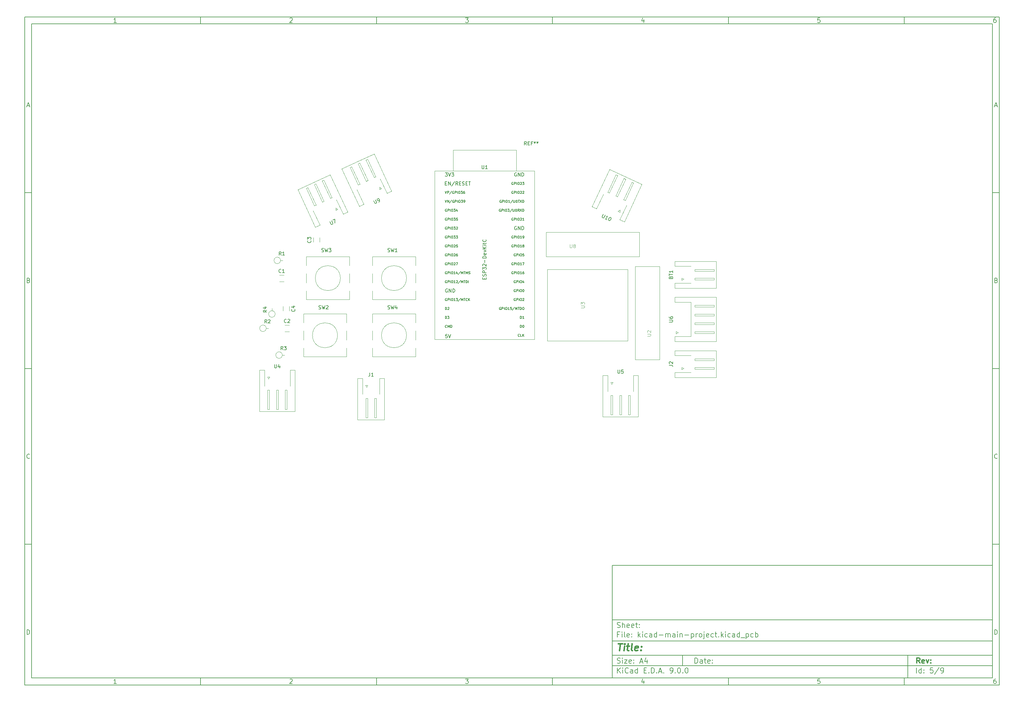
<source format=gbr>
%TF.GenerationSoftware,KiCad,Pcbnew,9.0.0*%
%TF.CreationDate,2025-05-10T22:05:33+07:00*%
%TF.ProjectId,kicad-main-project,6b696361-642d-46d6-9169-6e2d70726f6a,rev?*%
%TF.SameCoordinates,Original*%
%TF.FileFunction,Legend,Top*%
%TF.FilePolarity,Positive*%
%FSLAX46Y46*%
G04 Gerber Fmt 4.6, Leading zero omitted, Abs format (unit mm)*
G04 Created by KiCad (PCBNEW 9.0.0) date 2025-05-10 22:05:33*
%MOMM*%
%LPD*%
G01*
G04 APERTURE LIST*
%ADD10C,0.100000*%
%ADD11C,0.150000*%
%ADD12C,0.300000*%
%ADD13C,0.400000*%
%ADD14C,0.120000*%
G04 APERTURE END LIST*
D10*
D11*
X177002200Y-166007200D02*
X285002200Y-166007200D01*
X285002200Y-198007200D01*
X177002200Y-198007200D01*
X177002200Y-166007200D01*
D10*
D11*
X10000000Y-10000000D02*
X287002200Y-10000000D01*
X287002200Y-200007200D01*
X10000000Y-200007200D01*
X10000000Y-10000000D01*
D10*
D11*
X12000000Y-12000000D02*
X285002200Y-12000000D01*
X285002200Y-198007200D01*
X12000000Y-198007200D01*
X12000000Y-12000000D01*
D10*
D11*
X60000000Y-12000000D02*
X60000000Y-10000000D01*
D10*
D11*
X110000000Y-12000000D02*
X110000000Y-10000000D01*
D10*
D11*
X160000000Y-12000000D02*
X160000000Y-10000000D01*
D10*
D11*
X210000000Y-12000000D02*
X210000000Y-10000000D01*
D10*
D11*
X260000000Y-12000000D02*
X260000000Y-10000000D01*
D10*
D11*
X36089160Y-11593604D02*
X35346303Y-11593604D01*
X35717731Y-11593604D02*
X35717731Y-10293604D01*
X35717731Y-10293604D02*
X35593922Y-10479319D01*
X35593922Y-10479319D02*
X35470112Y-10603128D01*
X35470112Y-10603128D02*
X35346303Y-10665033D01*
D10*
D11*
X85346303Y-10417414D02*
X85408207Y-10355509D01*
X85408207Y-10355509D02*
X85532017Y-10293604D01*
X85532017Y-10293604D02*
X85841541Y-10293604D01*
X85841541Y-10293604D02*
X85965350Y-10355509D01*
X85965350Y-10355509D02*
X86027255Y-10417414D01*
X86027255Y-10417414D02*
X86089160Y-10541223D01*
X86089160Y-10541223D02*
X86089160Y-10665033D01*
X86089160Y-10665033D02*
X86027255Y-10850747D01*
X86027255Y-10850747D02*
X85284398Y-11593604D01*
X85284398Y-11593604D02*
X86089160Y-11593604D01*
D10*
D11*
X135284398Y-10293604D02*
X136089160Y-10293604D01*
X136089160Y-10293604D02*
X135655826Y-10788842D01*
X135655826Y-10788842D02*
X135841541Y-10788842D01*
X135841541Y-10788842D02*
X135965350Y-10850747D01*
X135965350Y-10850747D02*
X136027255Y-10912652D01*
X136027255Y-10912652D02*
X136089160Y-11036461D01*
X136089160Y-11036461D02*
X136089160Y-11345985D01*
X136089160Y-11345985D02*
X136027255Y-11469795D01*
X136027255Y-11469795D02*
X135965350Y-11531700D01*
X135965350Y-11531700D02*
X135841541Y-11593604D01*
X135841541Y-11593604D02*
X135470112Y-11593604D01*
X135470112Y-11593604D02*
X135346303Y-11531700D01*
X135346303Y-11531700D02*
X135284398Y-11469795D01*
D10*
D11*
X185965350Y-10726938D02*
X185965350Y-11593604D01*
X185655826Y-10231700D02*
X185346303Y-11160271D01*
X185346303Y-11160271D02*
X186151064Y-11160271D01*
D10*
D11*
X236027255Y-10293604D02*
X235408207Y-10293604D01*
X235408207Y-10293604D02*
X235346303Y-10912652D01*
X235346303Y-10912652D02*
X235408207Y-10850747D01*
X235408207Y-10850747D02*
X235532017Y-10788842D01*
X235532017Y-10788842D02*
X235841541Y-10788842D01*
X235841541Y-10788842D02*
X235965350Y-10850747D01*
X235965350Y-10850747D02*
X236027255Y-10912652D01*
X236027255Y-10912652D02*
X236089160Y-11036461D01*
X236089160Y-11036461D02*
X236089160Y-11345985D01*
X236089160Y-11345985D02*
X236027255Y-11469795D01*
X236027255Y-11469795D02*
X235965350Y-11531700D01*
X235965350Y-11531700D02*
X235841541Y-11593604D01*
X235841541Y-11593604D02*
X235532017Y-11593604D01*
X235532017Y-11593604D02*
X235408207Y-11531700D01*
X235408207Y-11531700D02*
X235346303Y-11469795D01*
D10*
D11*
X285965350Y-10293604D02*
X285717731Y-10293604D01*
X285717731Y-10293604D02*
X285593922Y-10355509D01*
X285593922Y-10355509D02*
X285532017Y-10417414D01*
X285532017Y-10417414D02*
X285408207Y-10603128D01*
X285408207Y-10603128D02*
X285346303Y-10850747D01*
X285346303Y-10850747D02*
X285346303Y-11345985D01*
X285346303Y-11345985D02*
X285408207Y-11469795D01*
X285408207Y-11469795D02*
X285470112Y-11531700D01*
X285470112Y-11531700D02*
X285593922Y-11593604D01*
X285593922Y-11593604D02*
X285841541Y-11593604D01*
X285841541Y-11593604D02*
X285965350Y-11531700D01*
X285965350Y-11531700D02*
X286027255Y-11469795D01*
X286027255Y-11469795D02*
X286089160Y-11345985D01*
X286089160Y-11345985D02*
X286089160Y-11036461D01*
X286089160Y-11036461D02*
X286027255Y-10912652D01*
X286027255Y-10912652D02*
X285965350Y-10850747D01*
X285965350Y-10850747D02*
X285841541Y-10788842D01*
X285841541Y-10788842D02*
X285593922Y-10788842D01*
X285593922Y-10788842D02*
X285470112Y-10850747D01*
X285470112Y-10850747D02*
X285408207Y-10912652D01*
X285408207Y-10912652D02*
X285346303Y-11036461D01*
D10*
D11*
X60000000Y-198007200D02*
X60000000Y-200007200D01*
D10*
D11*
X110000000Y-198007200D02*
X110000000Y-200007200D01*
D10*
D11*
X160000000Y-198007200D02*
X160000000Y-200007200D01*
D10*
D11*
X210000000Y-198007200D02*
X210000000Y-200007200D01*
D10*
D11*
X260000000Y-198007200D02*
X260000000Y-200007200D01*
D10*
D11*
X36089160Y-199600804D02*
X35346303Y-199600804D01*
X35717731Y-199600804D02*
X35717731Y-198300804D01*
X35717731Y-198300804D02*
X35593922Y-198486519D01*
X35593922Y-198486519D02*
X35470112Y-198610328D01*
X35470112Y-198610328D02*
X35346303Y-198672233D01*
D10*
D11*
X85346303Y-198424614D02*
X85408207Y-198362709D01*
X85408207Y-198362709D02*
X85532017Y-198300804D01*
X85532017Y-198300804D02*
X85841541Y-198300804D01*
X85841541Y-198300804D02*
X85965350Y-198362709D01*
X85965350Y-198362709D02*
X86027255Y-198424614D01*
X86027255Y-198424614D02*
X86089160Y-198548423D01*
X86089160Y-198548423D02*
X86089160Y-198672233D01*
X86089160Y-198672233D02*
X86027255Y-198857947D01*
X86027255Y-198857947D02*
X85284398Y-199600804D01*
X85284398Y-199600804D02*
X86089160Y-199600804D01*
D10*
D11*
X135284398Y-198300804D02*
X136089160Y-198300804D01*
X136089160Y-198300804D02*
X135655826Y-198796042D01*
X135655826Y-198796042D02*
X135841541Y-198796042D01*
X135841541Y-198796042D02*
X135965350Y-198857947D01*
X135965350Y-198857947D02*
X136027255Y-198919852D01*
X136027255Y-198919852D02*
X136089160Y-199043661D01*
X136089160Y-199043661D02*
X136089160Y-199353185D01*
X136089160Y-199353185D02*
X136027255Y-199476995D01*
X136027255Y-199476995D02*
X135965350Y-199538900D01*
X135965350Y-199538900D02*
X135841541Y-199600804D01*
X135841541Y-199600804D02*
X135470112Y-199600804D01*
X135470112Y-199600804D02*
X135346303Y-199538900D01*
X135346303Y-199538900D02*
X135284398Y-199476995D01*
D10*
D11*
X185965350Y-198734138D02*
X185965350Y-199600804D01*
X185655826Y-198238900D02*
X185346303Y-199167471D01*
X185346303Y-199167471D02*
X186151064Y-199167471D01*
D10*
D11*
X236027255Y-198300804D02*
X235408207Y-198300804D01*
X235408207Y-198300804D02*
X235346303Y-198919852D01*
X235346303Y-198919852D02*
X235408207Y-198857947D01*
X235408207Y-198857947D02*
X235532017Y-198796042D01*
X235532017Y-198796042D02*
X235841541Y-198796042D01*
X235841541Y-198796042D02*
X235965350Y-198857947D01*
X235965350Y-198857947D02*
X236027255Y-198919852D01*
X236027255Y-198919852D02*
X236089160Y-199043661D01*
X236089160Y-199043661D02*
X236089160Y-199353185D01*
X236089160Y-199353185D02*
X236027255Y-199476995D01*
X236027255Y-199476995D02*
X235965350Y-199538900D01*
X235965350Y-199538900D02*
X235841541Y-199600804D01*
X235841541Y-199600804D02*
X235532017Y-199600804D01*
X235532017Y-199600804D02*
X235408207Y-199538900D01*
X235408207Y-199538900D02*
X235346303Y-199476995D01*
D10*
D11*
X285965350Y-198300804D02*
X285717731Y-198300804D01*
X285717731Y-198300804D02*
X285593922Y-198362709D01*
X285593922Y-198362709D02*
X285532017Y-198424614D01*
X285532017Y-198424614D02*
X285408207Y-198610328D01*
X285408207Y-198610328D02*
X285346303Y-198857947D01*
X285346303Y-198857947D02*
X285346303Y-199353185D01*
X285346303Y-199353185D02*
X285408207Y-199476995D01*
X285408207Y-199476995D02*
X285470112Y-199538900D01*
X285470112Y-199538900D02*
X285593922Y-199600804D01*
X285593922Y-199600804D02*
X285841541Y-199600804D01*
X285841541Y-199600804D02*
X285965350Y-199538900D01*
X285965350Y-199538900D02*
X286027255Y-199476995D01*
X286027255Y-199476995D02*
X286089160Y-199353185D01*
X286089160Y-199353185D02*
X286089160Y-199043661D01*
X286089160Y-199043661D02*
X286027255Y-198919852D01*
X286027255Y-198919852D02*
X285965350Y-198857947D01*
X285965350Y-198857947D02*
X285841541Y-198796042D01*
X285841541Y-198796042D02*
X285593922Y-198796042D01*
X285593922Y-198796042D02*
X285470112Y-198857947D01*
X285470112Y-198857947D02*
X285408207Y-198919852D01*
X285408207Y-198919852D02*
X285346303Y-199043661D01*
D10*
D11*
X10000000Y-60000000D02*
X12000000Y-60000000D01*
D10*
D11*
X10000000Y-110000000D02*
X12000000Y-110000000D01*
D10*
D11*
X10000000Y-160000000D02*
X12000000Y-160000000D01*
D10*
D11*
X10690476Y-35222176D02*
X11309523Y-35222176D01*
X10566666Y-35593604D02*
X10999999Y-34293604D01*
X10999999Y-34293604D02*
X11433333Y-35593604D01*
D10*
D11*
X11092857Y-84912652D02*
X11278571Y-84974557D01*
X11278571Y-84974557D02*
X11340476Y-85036461D01*
X11340476Y-85036461D02*
X11402380Y-85160271D01*
X11402380Y-85160271D02*
X11402380Y-85345985D01*
X11402380Y-85345985D02*
X11340476Y-85469795D01*
X11340476Y-85469795D02*
X11278571Y-85531700D01*
X11278571Y-85531700D02*
X11154761Y-85593604D01*
X11154761Y-85593604D02*
X10659523Y-85593604D01*
X10659523Y-85593604D02*
X10659523Y-84293604D01*
X10659523Y-84293604D02*
X11092857Y-84293604D01*
X11092857Y-84293604D02*
X11216666Y-84355509D01*
X11216666Y-84355509D02*
X11278571Y-84417414D01*
X11278571Y-84417414D02*
X11340476Y-84541223D01*
X11340476Y-84541223D02*
X11340476Y-84665033D01*
X11340476Y-84665033D02*
X11278571Y-84788842D01*
X11278571Y-84788842D02*
X11216666Y-84850747D01*
X11216666Y-84850747D02*
X11092857Y-84912652D01*
X11092857Y-84912652D02*
X10659523Y-84912652D01*
D10*
D11*
X11402380Y-135469795D02*
X11340476Y-135531700D01*
X11340476Y-135531700D02*
X11154761Y-135593604D01*
X11154761Y-135593604D02*
X11030952Y-135593604D01*
X11030952Y-135593604D02*
X10845238Y-135531700D01*
X10845238Y-135531700D02*
X10721428Y-135407890D01*
X10721428Y-135407890D02*
X10659523Y-135284080D01*
X10659523Y-135284080D02*
X10597619Y-135036461D01*
X10597619Y-135036461D02*
X10597619Y-134850747D01*
X10597619Y-134850747D02*
X10659523Y-134603128D01*
X10659523Y-134603128D02*
X10721428Y-134479319D01*
X10721428Y-134479319D02*
X10845238Y-134355509D01*
X10845238Y-134355509D02*
X11030952Y-134293604D01*
X11030952Y-134293604D02*
X11154761Y-134293604D01*
X11154761Y-134293604D02*
X11340476Y-134355509D01*
X11340476Y-134355509D02*
X11402380Y-134417414D01*
D10*
D11*
X10659523Y-185593604D02*
X10659523Y-184293604D01*
X10659523Y-184293604D02*
X10969047Y-184293604D01*
X10969047Y-184293604D02*
X11154761Y-184355509D01*
X11154761Y-184355509D02*
X11278571Y-184479319D01*
X11278571Y-184479319D02*
X11340476Y-184603128D01*
X11340476Y-184603128D02*
X11402380Y-184850747D01*
X11402380Y-184850747D02*
X11402380Y-185036461D01*
X11402380Y-185036461D02*
X11340476Y-185284080D01*
X11340476Y-185284080D02*
X11278571Y-185407890D01*
X11278571Y-185407890D02*
X11154761Y-185531700D01*
X11154761Y-185531700D02*
X10969047Y-185593604D01*
X10969047Y-185593604D02*
X10659523Y-185593604D01*
D10*
D11*
X287002200Y-60000000D02*
X285002200Y-60000000D01*
D10*
D11*
X287002200Y-110000000D02*
X285002200Y-110000000D01*
D10*
D11*
X287002200Y-160000000D02*
X285002200Y-160000000D01*
D10*
D11*
X285692676Y-35222176D02*
X286311723Y-35222176D01*
X285568866Y-35593604D02*
X286002199Y-34293604D01*
X286002199Y-34293604D02*
X286435533Y-35593604D01*
D10*
D11*
X286095057Y-84912652D02*
X286280771Y-84974557D01*
X286280771Y-84974557D02*
X286342676Y-85036461D01*
X286342676Y-85036461D02*
X286404580Y-85160271D01*
X286404580Y-85160271D02*
X286404580Y-85345985D01*
X286404580Y-85345985D02*
X286342676Y-85469795D01*
X286342676Y-85469795D02*
X286280771Y-85531700D01*
X286280771Y-85531700D02*
X286156961Y-85593604D01*
X286156961Y-85593604D02*
X285661723Y-85593604D01*
X285661723Y-85593604D02*
X285661723Y-84293604D01*
X285661723Y-84293604D02*
X286095057Y-84293604D01*
X286095057Y-84293604D02*
X286218866Y-84355509D01*
X286218866Y-84355509D02*
X286280771Y-84417414D01*
X286280771Y-84417414D02*
X286342676Y-84541223D01*
X286342676Y-84541223D02*
X286342676Y-84665033D01*
X286342676Y-84665033D02*
X286280771Y-84788842D01*
X286280771Y-84788842D02*
X286218866Y-84850747D01*
X286218866Y-84850747D02*
X286095057Y-84912652D01*
X286095057Y-84912652D02*
X285661723Y-84912652D01*
D10*
D11*
X286404580Y-135469795D02*
X286342676Y-135531700D01*
X286342676Y-135531700D02*
X286156961Y-135593604D01*
X286156961Y-135593604D02*
X286033152Y-135593604D01*
X286033152Y-135593604D02*
X285847438Y-135531700D01*
X285847438Y-135531700D02*
X285723628Y-135407890D01*
X285723628Y-135407890D02*
X285661723Y-135284080D01*
X285661723Y-135284080D02*
X285599819Y-135036461D01*
X285599819Y-135036461D02*
X285599819Y-134850747D01*
X285599819Y-134850747D02*
X285661723Y-134603128D01*
X285661723Y-134603128D02*
X285723628Y-134479319D01*
X285723628Y-134479319D02*
X285847438Y-134355509D01*
X285847438Y-134355509D02*
X286033152Y-134293604D01*
X286033152Y-134293604D02*
X286156961Y-134293604D01*
X286156961Y-134293604D02*
X286342676Y-134355509D01*
X286342676Y-134355509D02*
X286404580Y-134417414D01*
D10*
D11*
X285661723Y-185593604D02*
X285661723Y-184293604D01*
X285661723Y-184293604D02*
X285971247Y-184293604D01*
X285971247Y-184293604D02*
X286156961Y-184355509D01*
X286156961Y-184355509D02*
X286280771Y-184479319D01*
X286280771Y-184479319D02*
X286342676Y-184603128D01*
X286342676Y-184603128D02*
X286404580Y-184850747D01*
X286404580Y-184850747D02*
X286404580Y-185036461D01*
X286404580Y-185036461D02*
X286342676Y-185284080D01*
X286342676Y-185284080D02*
X286280771Y-185407890D01*
X286280771Y-185407890D02*
X286156961Y-185531700D01*
X286156961Y-185531700D02*
X285971247Y-185593604D01*
X285971247Y-185593604D02*
X285661723Y-185593604D01*
D10*
D11*
X200458026Y-193793328D02*
X200458026Y-192293328D01*
X200458026Y-192293328D02*
X200815169Y-192293328D01*
X200815169Y-192293328D02*
X201029455Y-192364757D01*
X201029455Y-192364757D02*
X201172312Y-192507614D01*
X201172312Y-192507614D02*
X201243741Y-192650471D01*
X201243741Y-192650471D02*
X201315169Y-192936185D01*
X201315169Y-192936185D02*
X201315169Y-193150471D01*
X201315169Y-193150471D02*
X201243741Y-193436185D01*
X201243741Y-193436185D02*
X201172312Y-193579042D01*
X201172312Y-193579042D02*
X201029455Y-193721900D01*
X201029455Y-193721900D02*
X200815169Y-193793328D01*
X200815169Y-193793328D02*
X200458026Y-193793328D01*
X202600884Y-193793328D02*
X202600884Y-193007614D01*
X202600884Y-193007614D02*
X202529455Y-192864757D01*
X202529455Y-192864757D02*
X202386598Y-192793328D01*
X202386598Y-192793328D02*
X202100884Y-192793328D01*
X202100884Y-192793328D02*
X201958026Y-192864757D01*
X202600884Y-193721900D02*
X202458026Y-193793328D01*
X202458026Y-193793328D02*
X202100884Y-193793328D01*
X202100884Y-193793328D02*
X201958026Y-193721900D01*
X201958026Y-193721900D02*
X201886598Y-193579042D01*
X201886598Y-193579042D02*
X201886598Y-193436185D01*
X201886598Y-193436185D02*
X201958026Y-193293328D01*
X201958026Y-193293328D02*
X202100884Y-193221900D01*
X202100884Y-193221900D02*
X202458026Y-193221900D01*
X202458026Y-193221900D02*
X202600884Y-193150471D01*
X203100884Y-192793328D02*
X203672312Y-192793328D01*
X203315169Y-192293328D02*
X203315169Y-193579042D01*
X203315169Y-193579042D02*
X203386598Y-193721900D01*
X203386598Y-193721900D02*
X203529455Y-193793328D01*
X203529455Y-193793328D02*
X203672312Y-193793328D01*
X204743741Y-193721900D02*
X204600884Y-193793328D01*
X204600884Y-193793328D02*
X204315170Y-193793328D01*
X204315170Y-193793328D02*
X204172312Y-193721900D01*
X204172312Y-193721900D02*
X204100884Y-193579042D01*
X204100884Y-193579042D02*
X204100884Y-193007614D01*
X204100884Y-193007614D02*
X204172312Y-192864757D01*
X204172312Y-192864757D02*
X204315170Y-192793328D01*
X204315170Y-192793328D02*
X204600884Y-192793328D01*
X204600884Y-192793328D02*
X204743741Y-192864757D01*
X204743741Y-192864757D02*
X204815170Y-193007614D01*
X204815170Y-193007614D02*
X204815170Y-193150471D01*
X204815170Y-193150471D02*
X204100884Y-193293328D01*
X205458026Y-193650471D02*
X205529455Y-193721900D01*
X205529455Y-193721900D02*
X205458026Y-193793328D01*
X205458026Y-193793328D02*
X205386598Y-193721900D01*
X205386598Y-193721900D02*
X205458026Y-193650471D01*
X205458026Y-193650471D02*
X205458026Y-193793328D01*
X205458026Y-192864757D02*
X205529455Y-192936185D01*
X205529455Y-192936185D02*
X205458026Y-193007614D01*
X205458026Y-193007614D02*
X205386598Y-192936185D01*
X205386598Y-192936185D02*
X205458026Y-192864757D01*
X205458026Y-192864757D02*
X205458026Y-193007614D01*
D10*
D11*
X177002200Y-194507200D02*
X285002200Y-194507200D01*
D10*
D11*
X178458026Y-196593328D02*
X178458026Y-195093328D01*
X179315169Y-196593328D02*
X178672312Y-195736185D01*
X179315169Y-195093328D02*
X178458026Y-195950471D01*
X179958026Y-196593328D02*
X179958026Y-195593328D01*
X179958026Y-195093328D02*
X179886598Y-195164757D01*
X179886598Y-195164757D02*
X179958026Y-195236185D01*
X179958026Y-195236185D02*
X180029455Y-195164757D01*
X180029455Y-195164757D02*
X179958026Y-195093328D01*
X179958026Y-195093328D02*
X179958026Y-195236185D01*
X181529455Y-196450471D02*
X181458027Y-196521900D01*
X181458027Y-196521900D02*
X181243741Y-196593328D01*
X181243741Y-196593328D02*
X181100884Y-196593328D01*
X181100884Y-196593328D02*
X180886598Y-196521900D01*
X180886598Y-196521900D02*
X180743741Y-196379042D01*
X180743741Y-196379042D02*
X180672312Y-196236185D01*
X180672312Y-196236185D02*
X180600884Y-195950471D01*
X180600884Y-195950471D02*
X180600884Y-195736185D01*
X180600884Y-195736185D02*
X180672312Y-195450471D01*
X180672312Y-195450471D02*
X180743741Y-195307614D01*
X180743741Y-195307614D02*
X180886598Y-195164757D01*
X180886598Y-195164757D02*
X181100884Y-195093328D01*
X181100884Y-195093328D02*
X181243741Y-195093328D01*
X181243741Y-195093328D02*
X181458027Y-195164757D01*
X181458027Y-195164757D02*
X181529455Y-195236185D01*
X182815170Y-196593328D02*
X182815170Y-195807614D01*
X182815170Y-195807614D02*
X182743741Y-195664757D01*
X182743741Y-195664757D02*
X182600884Y-195593328D01*
X182600884Y-195593328D02*
X182315170Y-195593328D01*
X182315170Y-195593328D02*
X182172312Y-195664757D01*
X182815170Y-196521900D02*
X182672312Y-196593328D01*
X182672312Y-196593328D02*
X182315170Y-196593328D01*
X182315170Y-196593328D02*
X182172312Y-196521900D01*
X182172312Y-196521900D02*
X182100884Y-196379042D01*
X182100884Y-196379042D02*
X182100884Y-196236185D01*
X182100884Y-196236185D02*
X182172312Y-196093328D01*
X182172312Y-196093328D02*
X182315170Y-196021900D01*
X182315170Y-196021900D02*
X182672312Y-196021900D01*
X182672312Y-196021900D02*
X182815170Y-195950471D01*
X184172313Y-196593328D02*
X184172313Y-195093328D01*
X184172313Y-196521900D02*
X184029455Y-196593328D01*
X184029455Y-196593328D02*
X183743741Y-196593328D01*
X183743741Y-196593328D02*
X183600884Y-196521900D01*
X183600884Y-196521900D02*
X183529455Y-196450471D01*
X183529455Y-196450471D02*
X183458027Y-196307614D01*
X183458027Y-196307614D02*
X183458027Y-195879042D01*
X183458027Y-195879042D02*
X183529455Y-195736185D01*
X183529455Y-195736185D02*
X183600884Y-195664757D01*
X183600884Y-195664757D02*
X183743741Y-195593328D01*
X183743741Y-195593328D02*
X184029455Y-195593328D01*
X184029455Y-195593328D02*
X184172313Y-195664757D01*
X186029455Y-195807614D02*
X186529455Y-195807614D01*
X186743741Y-196593328D02*
X186029455Y-196593328D01*
X186029455Y-196593328D02*
X186029455Y-195093328D01*
X186029455Y-195093328D02*
X186743741Y-195093328D01*
X187386598Y-196450471D02*
X187458027Y-196521900D01*
X187458027Y-196521900D02*
X187386598Y-196593328D01*
X187386598Y-196593328D02*
X187315170Y-196521900D01*
X187315170Y-196521900D02*
X187386598Y-196450471D01*
X187386598Y-196450471D02*
X187386598Y-196593328D01*
X188100884Y-196593328D02*
X188100884Y-195093328D01*
X188100884Y-195093328D02*
X188458027Y-195093328D01*
X188458027Y-195093328D02*
X188672313Y-195164757D01*
X188672313Y-195164757D02*
X188815170Y-195307614D01*
X188815170Y-195307614D02*
X188886599Y-195450471D01*
X188886599Y-195450471D02*
X188958027Y-195736185D01*
X188958027Y-195736185D02*
X188958027Y-195950471D01*
X188958027Y-195950471D02*
X188886599Y-196236185D01*
X188886599Y-196236185D02*
X188815170Y-196379042D01*
X188815170Y-196379042D02*
X188672313Y-196521900D01*
X188672313Y-196521900D02*
X188458027Y-196593328D01*
X188458027Y-196593328D02*
X188100884Y-196593328D01*
X189600884Y-196450471D02*
X189672313Y-196521900D01*
X189672313Y-196521900D02*
X189600884Y-196593328D01*
X189600884Y-196593328D02*
X189529456Y-196521900D01*
X189529456Y-196521900D02*
X189600884Y-196450471D01*
X189600884Y-196450471D02*
X189600884Y-196593328D01*
X190243742Y-196164757D02*
X190958028Y-196164757D01*
X190100885Y-196593328D02*
X190600885Y-195093328D01*
X190600885Y-195093328D02*
X191100885Y-196593328D01*
X191600884Y-196450471D02*
X191672313Y-196521900D01*
X191672313Y-196521900D02*
X191600884Y-196593328D01*
X191600884Y-196593328D02*
X191529456Y-196521900D01*
X191529456Y-196521900D02*
X191600884Y-196450471D01*
X191600884Y-196450471D02*
X191600884Y-196593328D01*
X193529456Y-196593328D02*
X193815170Y-196593328D01*
X193815170Y-196593328D02*
X193958027Y-196521900D01*
X193958027Y-196521900D02*
X194029456Y-196450471D01*
X194029456Y-196450471D02*
X194172313Y-196236185D01*
X194172313Y-196236185D02*
X194243742Y-195950471D01*
X194243742Y-195950471D02*
X194243742Y-195379042D01*
X194243742Y-195379042D02*
X194172313Y-195236185D01*
X194172313Y-195236185D02*
X194100885Y-195164757D01*
X194100885Y-195164757D02*
X193958027Y-195093328D01*
X193958027Y-195093328D02*
X193672313Y-195093328D01*
X193672313Y-195093328D02*
X193529456Y-195164757D01*
X193529456Y-195164757D02*
X193458027Y-195236185D01*
X193458027Y-195236185D02*
X193386599Y-195379042D01*
X193386599Y-195379042D02*
X193386599Y-195736185D01*
X193386599Y-195736185D02*
X193458027Y-195879042D01*
X193458027Y-195879042D02*
X193529456Y-195950471D01*
X193529456Y-195950471D02*
X193672313Y-196021900D01*
X193672313Y-196021900D02*
X193958027Y-196021900D01*
X193958027Y-196021900D02*
X194100885Y-195950471D01*
X194100885Y-195950471D02*
X194172313Y-195879042D01*
X194172313Y-195879042D02*
X194243742Y-195736185D01*
X194886598Y-196450471D02*
X194958027Y-196521900D01*
X194958027Y-196521900D02*
X194886598Y-196593328D01*
X194886598Y-196593328D02*
X194815170Y-196521900D01*
X194815170Y-196521900D02*
X194886598Y-196450471D01*
X194886598Y-196450471D02*
X194886598Y-196593328D01*
X195886599Y-195093328D02*
X196029456Y-195093328D01*
X196029456Y-195093328D02*
X196172313Y-195164757D01*
X196172313Y-195164757D02*
X196243742Y-195236185D01*
X196243742Y-195236185D02*
X196315170Y-195379042D01*
X196315170Y-195379042D02*
X196386599Y-195664757D01*
X196386599Y-195664757D02*
X196386599Y-196021900D01*
X196386599Y-196021900D02*
X196315170Y-196307614D01*
X196315170Y-196307614D02*
X196243742Y-196450471D01*
X196243742Y-196450471D02*
X196172313Y-196521900D01*
X196172313Y-196521900D02*
X196029456Y-196593328D01*
X196029456Y-196593328D02*
X195886599Y-196593328D01*
X195886599Y-196593328D02*
X195743742Y-196521900D01*
X195743742Y-196521900D02*
X195672313Y-196450471D01*
X195672313Y-196450471D02*
X195600884Y-196307614D01*
X195600884Y-196307614D02*
X195529456Y-196021900D01*
X195529456Y-196021900D02*
X195529456Y-195664757D01*
X195529456Y-195664757D02*
X195600884Y-195379042D01*
X195600884Y-195379042D02*
X195672313Y-195236185D01*
X195672313Y-195236185D02*
X195743742Y-195164757D01*
X195743742Y-195164757D02*
X195886599Y-195093328D01*
X197029455Y-196450471D02*
X197100884Y-196521900D01*
X197100884Y-196521900D02*
X197029455Y-196593328D01*
X197029455Y-196593328D02*
X196958027Y-196521900D01*
X196958027Y-196521900D02*
X197029455Y-196450471D01*
X197029455Y-196450471D02*
X197029455Y-196593328D01*
X198029456Y-195093328D02*
X198172313Y-195093328D01*
X198172313Y-195093328D02*
X198315170Y-195164757D01*
X198315170Y-195164757D02*
X198386599Y-195236185D01*
X198386599Y-195236185D02*
X198458027Y-195379042D01*
X198458027Y-195379042D02*
X198529456Y-195664757D01*
X198529456Y-195664757D02*
X198529456Y-196021900D01*
X198529456Y-196021900D02*
X198458027Y-196307614D01*
X198458027Y-196307614D02*
X198386599Y-196450471D01*
X198386599Y-196450471D02*
X198315170Y-196521900D01*
X198315170Y-196521900D02*
X198172313Y-196593328D01*
X198172313Y-196593328D02*
X198029456Y-196593328D01*
X198029456Y-196593328D02*
X197886599Y-196521900D01*
X197886599Y-196521900D02*
X197815170Y-196450471D01*
X197815170Y-196450471D02*
X197743741Y-196307614D01*
X197743741Y-196307614D02*
X197672313Y-196021900D01*
X197672313Y-196021900D02*
X197672313Y-195664757D01*
X197672313Y-195664757D02*
X197743741Y-195379042D01*
X197743741Y-195379042D02*
X197815170Y-195236185D01*
X197815170Y-195236185D02*
X197886599Y-195164757D01*
X197886599Y-195164757D02*
X198029456Y-195093328D01*
D10*
D11*
X177002200Y-191507200D02*
X285002200Y-191507200D01*
D10*
D12*
X264413853Y-193785528D02*
X263913853Y-193071242D01*
X263556710Y-193785528D02*
X263556710Y-192285528D01*
X263556710Y-192285528D02*
X264128139Y-192285528D01*
X264128139Y-192285528D02*
X264270996Y-192356957D01*
X264270996Y-192356957D02*
X264342425Y-192428385D01*
X264342425Y-192428385D02*
X264413853Y-192571242D01*
X264413853Y-192571242D02*
X264413853Y-192785528D01*
X264413853Y-192785528D02*
X264342425Y-192928385D01*
X264342425Y-192928385D02*
X264270996Y-192999814D01*
X264270996Y-192999814D02*
X264128139Y-193071242D01*
X264128139Y-193071242D02*
X263556710Y-193071242D01*
X265628139Y-193714100D02*
X265485282Y-193785528D01*
X265485282Y-193785528D02*
X265199568Y-193785528D01*
X265199568Y-193785528D02*
X265056710Y-193714100D01*
X265056710Y-193714100D02*
X264985282Y-193571242D01*
X264985282Y-193571242D02*
X264985282Y-192999814D01*
X264985282Y-192999814D02*
X265056710Y-192856957D01*
X265056710Y-192856957D02*
X265199568Y-192785528D01*
X265199568Y-192785528D02*
X265485282Y-192785528D01*
X265485282Y-192785528D02*
X265628139Y-192856957D01*
X265628139Y-192856957D02*
X265699568Y-192999814D01*
X265699568Y-192999814D02*
X265699568Y-193142671D01*
X265699568Y-193142671D02*
X264985282Y-193285528D01*
X266199567Y-192785528D02*
X266556710Y-193785528D01*
X266556710Y-193785528D02*
X266913853Y-192785528D01*
X267485281Y-193642671D02*
X267556710Y-193714100D01*
X267556710Y-193714100D02*
X267485281Y-193785528D01*
X267485281Y-193785528D02*
X267413853Y-193714100D01*
X267413853Y-193714100D02*
X267485281Y-193642671D01*
X267485281Y-193642671D02*
X267485281Y-193785528D01*
X267485281Y-192856957D02*
X267556710Y-192928385D01*
X267556710Y-192928385D02*
X267485281Y-192999814D01*
X267485281Y-192999814D02*
X267413853Y-192928385D01*
X267413853Y-192928385D02*
X267485281Y-192856957D01*
X267485281Y-192856957D02*
X267485281Y-192999814D01*
D10*
D11*
X178386598Y-193721900D02*
X178600884Y-193793328D01*
X178600884Y-193793328D02*
X178958026Y-193793328D01*
X178958026Y-193793328D02*
X179100884Y-193721900D01*
X179100884Y-193721900D02*
X179172312Y-193650471D01*
X179172312Y-193650471D02*
X179243741Y-193507614D01*
X179243741Y-193507614D02*
X179243741Y-193364757D01*
X179243741Y-193364757D02*
X179172312Y-193221900D01*
X179172312Y-193221900D02*
X179100884Y-193150471D01*
X179100884Y-193150471D02*
X178958026Y-193079042D01*
X178958026Y-193079042D02*
X178672312Y-193007614D01*
X178672312Y-193007614D02*
X178529455Y-192936185D01*
X178529455Y-192936185D02*
X178458026Y-192864757D01*
X178458026Y-192864757D02*
X178386598Y-192721900D01*
X178386598Y-192721900D02*
X178386598Y-192579042D01*
X178386598Y-192579042D02*
X178458026Y-192436185D01*
X178458026Y-192436185D02*
X178529455Y-192364757D01*
X178529455Y-192364757D02*
X178672312Y-192293328D01*
X178672312Y-192293328D02*
X179029455Y-192293328D01*
X179029455Y-192293328D02*
X179243741Y-192364757D01*
X179886597Y-193793328D02*
X179886597Y-192793328D01*
X179886597Y-192293328D02*
X179815169Y-192364757D01*
X179815169Y-192364757D02*
X179886597Y-192436185D01*
X179886597Y-192436185D02*
X179958026Y-192364757D01*
X179958026Y-192364757D02*
X179886597Y-192293328D01*
X179886597Y-192293328D02*
X179886597Y-192436185D01*
X180458026Y-192793328D02*
X181243741Y-192793328D01*
X181243741Y-192793328D02*
X180458026Y-193793328D01*
X180458026Y-193793328D02*
X181243741Y-193793328D01*
X182386598Y-193721900D02*
X182243741Y-193793328D01*
X182243741Y-193793328D02*
X181958027Y-193793328D01*
X181958027Y-193793328D02*
X181815169Y-193721900D01*
X181815169Y-193721900D02*
X181743741Y-193579042D01*
X181743741Y-193579042D02*
X181743741Y-193007614D01*
X181743741Y-193007614D02*
X181815169Y-192864757D01*
X181815169Y-192864757D02*
X181958027Y-192793328D01*
X181958027Y-192793328D02*
X182243741Y-192793328D01*
X182243741Y-192793328D02*
X182386598Y-192864757D01*
X182386598Y-192864757D02*
X182458027Y-193007614D01*
X182458027Y-193007614D02*
X182458027Y-193150471D01*
X182458027Y-193150471D02*
X181743741Y-193293328D01*
X183100883Y-193650471D02*
X183172312Y-193721900D01*
X183172312Y-193721900D02*
X183100883Y-193793328D01*
X183100883Y-193793328D02*
X183029455Y-193721900D01*
X183029455Y-193721900D02*
X183100883Y-193650471D01*
X183100883Y-193650471D02*
X183100883Y-193793328D01*
X183100883Y-192864757D02*
X183172312Y-192936185D01*
X183172312Y-192936185D02*
X183100883Y-193007614D01*
X183100883Y-193007614D02*
X183029455Y-192936185D01*
X183029455Y-192936185D02*
X183100883Y-192864757D01*
X183100883Y-192864757D02*
X183100883Y-193007614D01*
X184886598Y-193364757D02*
X185600884Y-193364757D01*
X184743741Y-193793328D02*
X185243741Y-192293328D01*
X185243741Y-192293328D02*
X185743741Y-193793328D01*
X186886598Y-192793328D02*
X186886598Y-193793328D01*
X186529455Y-192221900D02*
X186172312Y-193293328D01*
X186172312Y-193293328D02*
X187100883Y-193293328D01*
D10*
D11*
X263458026Y-196593328D02*
X263458026Y-195093328D01*
X264815170Y-196593328D02*
X264815170Y-195093328D01*
X264815170Y-196521900D02*
X264672312Y-196593328D01*
X264672312Y-196593328D02*
X264386598Y-196593328D01*
X264386598Y-196593328D02*
X264243741Y-196521900D01*
X264243741Y-196521900D02*
X264172312Y-196450471D01*
X264172312Y-196450471D02*
X264100884Y-196307614D01*
X264100884Y-196307614D02*
X264100884Y-195879042D01*
X264100884Y-195879042D02*
X264172312Y-195736185D01*
X264172312Y-195736185D02*
X264243741Y-195664757D01*
X264243741Y-195664757D02*
X264386598Y-195593328D01*
X264386598Y-195593328D02*
X264672312Y-195593328D01*
X264672312Y-195593328D02*
X264815170Y-195664757D01*
X265529455Y-196450471D02*
X265600884Y-196521900D01*
X265600884Y-196521900D02*
X265529455Y-196593328D01*
X265529455Y-196593328D02*
X265458027Y-196521900D01*
X265458027Y-196521900D02*
X265529455Y-196450471D01*
X265529455Y-196450471D02*
X265529455Y-196593328D01*
X265529455Y-195664757D02*
X265600884Y-195736185D01*
X265600884Y-195736185D02*
X265529455Y-195807614D01*
X265529455Y-195807614D02*
X265458027Y-195736185D01*
X265458027Y-195736185D02*
X265529455Y-195664757D01*
X265529455Y-195664757D02*
X265529455Y-195807614D01*
X268100884Y-195093328D02*
X267386598Y-195093328D01*
X267386598Y-195093328D02*
X267315170Y-195807614D01*
X267315170Y-195807614D02*
X267386598Y-195736185D01*
X267386598Y-195736185D02*
X267529456Y-195664757D01*
X267529456Y-195664757D02*
X267886598Y-195664757D01*
X267886598Y-195664757D02*
X268029456Y-195736185D01*
X268029456Y-195736185D02*
X268100884Y-195807614D01*
X268100884Y-195807614D02*
X268172313Y-195950471D01*
X268172313Y-195950471D02*
X268172313Y-196307614D01*
X268172313Y-196307614D02*
X268100884Y-196450471D01*
X268100884Y-196450471D02*
X268029456Y-196521900D01*
X268029456Y-196521900D02*
X267886598Y-196593328D01*
X267886598Y-196593328D02*
X267529456Y-196593328D01*
X267529456Y-196593328D02*
X267386598Y-196521900D01*
X267386598Y-196521900D02*
X267315170Y-196450471D01*
X269886598Y-195021900D02*
X268600884Y-196950471D01*
X270458027Y-196593328D02*
X270743741Y-196593328D01*
X270743741Y-196593328D02*
X270886598Y-196521900D01*
X270886598Y-196521900D02*
X270958027Y-196450471D01*
X270958027Y-196450471D02*
X271100884Y-196236185D01*
X271100884Y-196236185D02*
X271172313Y-195950471D01*
X271172313Y-195950471D02*
X271172313Y-195379042D01*
X271172313Y-195379042D02*
X271100884Y-195236185D01*
X271100884Y-195236185D02*
X271029456Y-195164757D01*
X271029456Y-195164757D02*
X270886598Y-195093328D01*
X270886598Y-195093328D02*
X270600884Y-195093328D01*
X270600884Y-195093328D02*
X270458027Y-195164757D01*
X270458027Y-195164757D02*
X270386598Y-195236185D01*
X270386598Y-195236185D02*
X270315170Y-195379042D01*
X270315170Y-195379042D02*
X270315170Y-195736185D01*
X270315170Y-195736185D02*
X270386598Y-195879042D01*
X270386598Y-195879042D02*
X270458027Y-195950471D01*
X270458027Y-195950471D02*
X270600884Y-196021900D01*
X270600884Y-196021900D02*
X270886598Y-196021900D01*
X270886598Y-196021900D02*
X271029456Y-195950471D01*
X271029456Y-195950471D02*
X271100884Y-195879042D01*
X271100884Y-195879042D02*
X271172313Y-195736185D01*
D10*
D11*
X177002200Y-187507200D02*
X285002200Y-187507200D01*
D10*
D13*
X178693928Y-188211638D02*
X179836785Y-188211638D01*
X179015357Y-190211638D02*
X179265357Y-188211638D01*
X180253452Y-190211638D02*
X180420119Y-188878304D01*
X180503452Y-188211638D02*
X180396309Y-188306876D01*
X180396309Y-188306876D02*
X180479643Y-188402114D01*
X180479643Y-188402114D02*
X180586786Y-188306876D01*
X180586786Y-188306876D02*
X180503452Y-188211638D01*
X180503452Y-188211638D02*
X180479643Y-188402114D01*
X181086786Y-188878304D02*
X181848690Y-188878304D01*
X181455833Y-188211638D02*
X181241548Y-189925923D01*
X181241548Y-189925923D02*
X181312976Y-190116400D01*
X181312976Y-190116400D02*
X181491548Y-190211638D01*
X181491548Y-190211638D02*
X181682024Y-190211638D01*
X182634405Y-190211638D02*
X182455833Y-190116400D01*
X182455833Y-190116400D02*
X182384405Y-189925923D01*
X182384405Y-189925923D02*
X182598690Y-188211638D01*
X184170119Y-190116400D02*
X183967738Y-190211638D01*
X183967738Y-190211638D02*
X183586785Y-190211638D01*
X183586785Y-190211638D02*
X183408214Y-190116400D01*
X183408214Y-190116400D02*
X183336785Y-189925923D01*
X183336785Y-189925923D02*
X183432024Y-189164019D01*
X183432024Y-189164019D02*
X183551071Y-188973542D01*
X183551071Y-188973542D02*
X183753452Y-188878304D01*
X183753452Y-188878304D02*
X184134404Y-188878304D01*
X184134404Y-188878304D02*
X184312976Y-188973542D01*
X184312976Y-188973542D02*
X184384404Y-189164019D01*
X184384404Y-189164019D02*
X184360595Y-189354495D01*
X184360595Y-189354495D02*
X183384404Y-189544971D01*
X185134405Y-190021161D02*
X185217738Y-190116400D01*
X185217738Y-190116400D02*
X185110595Y-190211638D01*
X185110595Y-190211638D02*
X185027262Y-190116400D01*
X185027262Y-190116400D02*
X185134405Y-190021161D01*
X185134405Y-190021161D02*
X185110595Y-190211638D01*
X185265357Y-188973542D02*
X185348690Y-189068780D01*
X185348690Y-189068780D02*
X185241548Y-189164019D01*
X185241548Y-189164019D02*
X185158214Y-189068780D01*
X185158214Y-189068780D02*
X185265357Y-188973542D01*
X185265357Y-188973542D02*
X185241548Y-189164019D01*
D10*
D11*
X178958026Y-185607614D02*
X178458026Y-185607614D01*
X178458026Y-186393328D02*
X178458026Y-184893328D01*
X178458026Y-184893328D02*
X179172312Y-184893328D01*
X179743740Y-186393328D02*
X179743740Y-185393328D01*
X179743740Y-184893328D02*
X179672312Y-184964757D01*
X179672312Y-184964757D02*
X179743740Y-185036185D01*
X179743740Y-185036185D02*
X179815169Y-184964757D01*
X179815169Y-184964757D02*
X179743740Y-184893328D01*
X179743740Y-184893328D02*
X179743740Y-185036185D01*
X180672312Y-186393328D02*
X180529455Y-186321900D01*
X180529455Y-186321900D02*
X180458026Y-186179042D01*
X180458026Y-186179042D02*
X180458026Y-184893328D01*
X181815169Y-186321900D02*
X181672312Y-186393328D01*
X181672312Y-186393328D02*
X181386598Y-186393328D01*
X181386598Y-186393328D02*
X181243740Y-186321900D01*
X181243740Y-186321900D02*
X181172312Y-186179042D01*
X181172312Y-186179042D02*
X181172312Y-185607614D01*
X181172312Y-185607614D02*
X181243740Y-185464757D01*
X181243740Y-185464757D02*
X181386598Y-185393328D01*
X181386598Y-185393328D02*
X181672312Y-185393328D01*
X181672312Y-185393328D02*
X181815169Y-185464757D01*
X181815169Y-185464757D02*
X181886598Y-185607614D01*
X181886598Y-185607614D02*
X181886598Y-185750471D01*
X181886598Y-185750471D02*
X181172312Y-185893328D01*
X182529454Y-186250471D02*
X182600883Y-186321900D01*
X182600883Y-186321900D02*
X182529454Y-186393328D01*
X182529454Y-186393328D02*
X182458026Y-186321900D01*
X182458026Y-186321900D02*
X182529454Y-186250471D01*
X182529454Y-186250471D02*
X182529454Y-186393328D01*
X182529454Y-185464757D02*
X182600883Y-185536185D01*
X182600883Y-185536185D02*
X182529454Y-185607614D01*
X182529454Y-185607614D02*
X182458026Y-185536185D01*
X182458026Y-185536185D02*
X182529454Y-185464757D01*
X182529454Y-185464757D02*
X182529454Y-185607614D01*
X184386597Y-186393328D02*
X184386597Y-184893328D01*
X184529455Y-185821900D02*
X184958026Y-186393328D01*
X184958026Y-185393328D02*
X184386597Y-185964757D01*
X185600883Y-186393328D02*
X185600883Y-185393328D01*
X185600883Y-184893328D02*
X185529455Y-184964757D01*
X185529455Y-184964757D02*
X185600883Y-185036185D01*
X185600883Y-185036185D02*
X185672312Y-184964757D01*
X185672312Y-184964757D02*
X185600883Y-184893328D01*
X185600883Y-184893328D02*
X185600883Y-185036185D01*
X186958027Y-186321900D02*
X186815169Y-186393328D01*
X186815169Y-186393328D02*
X186529455Y-186393328D01*
X186529455Y-186393328D02*
X186386598Y-186321900D01*
X186386598Y-186321900D02*
X186315169Y-186250471D01*
X186315169Y-186250471D02*
X186243741Y-186107614D01*
X186243741Y-186107614D02*
X186243741Y-185679042D01*
X186243741Y-185679042D02*
X186315169Y-185536185D01*
X186315169Y-185536185D02*
X186386598Y-185464757D01*
X186386598Y-185464757D02*
X186529455Y-185393328D01*
X186529455Y-185393328D02*
X186815169Y-185393328D01*
X186815169Y-185393328D02*
X186958027Y-185464757D01*
X188243741Y-186393328D02*
X188243741Y-185607614D01*
X188243741Y-185607614D02*
X188172312Y-185464757D01*
X188172312Y-185464757D02*
X188029455Y-185393328D01*
X188029455Y-185393328D02*
X187743741Y-185393328D01*
X187743741Y-185393328D02*
X187600883Y-185464757D01*
X188243741Y-186321900D02*
X188100883Y-186393328D01*
X188100883Y-186393328D02*
X187743741Y-186393328D01*
X187743741Y-186393328D02*
X187600883Y-186321900D01*
X187600883Y-186321900D02*
X187529455Y-186179042D01*
X187529455Y-186179042D02*
X187529455Y-186036185D01*
X187529455Y-186036185D02*
X187600883Y-185893328D01*
X187600883Y-185893328D02*
X187743741Y-185821900D01*
X187743741Y-185821900D02*
X188100883Y-185821900D01*
X188100883Y-185821900D02*
X188243741Y-185750471D01*
X189600884Y-186393328D02*
X189600884Y-184893328D01*
X189600884Y-186321900D02*
X189458026Y-186393328D01*
X189458026Y-186393328D02*
X189172312Y-186393328D01*
X189172312Y-186393328D02*
X189029455Y-186321900D01*
X189029455Y-186321900D02*
X188958026Y-186250471D01*
X188958026Y-186250471D02*
X188886598Y-186107614D01*
X188886598Y-186107614D02*
X188886598Y-185679042D01*
X188886598Y-185679042D02*
X188958026Y-185536185D01*
X188958026Y-185536185D02*
X189029455Y-185464757D01*
X189029455Y-185464757D02*
X189172312Y-185393328D01*
X189172312Y-185393328D02*
X189458026Y-185393328D01*
X189458026Y-185393328D02*
X189600884Y-185464757D01*
X190315169Y-185821900D02*
X191458027Y-185821900D01*
X192172312Y-186393328D02*
X192172312Y-185393328D01*
X192172312Y-185536185D02*
X192243741Y-185464757D01*
X192243741Y-185464757D02*
X192386598Y-185393328D01*
X192386598Y-185393328D02*
X192600884Y-185393328D01*
X192600884Y-185393328D02*
X192743741Y-185464757D01*
X192743741Y-185464757D02*
X192815170Y-185607614D01*
X192815170Y-185607614D02*
X192815170Y-186393328D01*
X192815170Y-185607614D02*
X192886598Y-185464757D01*
X192886598Y-185464757D02*
X193029455Y-185393328D01*
X193029455Y-185393328D02*
X193243741Y-185393328D01*
X193243741Y-185393328D02*
X193386598Y-185464757D01*
X193386598Y-185464757D02*
X193458027Y-185607614D01*
X193458027Y-185607614D02*
X193458027Y-186393328D01*
X194815170Y-186393328D02*
X194815170Y-185607614D01*
X194815170Y-185607614D02*
X194743741Y-185464757D01*
X194743741Y-185464757D02*
X194600884Y-185393328D01*
X194600884Y-185393328D02*
X194315170Y-185393328D01*
X194315170Y-185393328D02*
X194172312Y-185464757D01*
X194815170Y-186321900D02*
X194672312Y-186393328D01*
X194672312Y-186393328D02*
X194315170Y-186393328D01*
X194315170Y-186393328D02*
X194172312Y-186321900D01*
X194172312Y-186321900D02*
X194100884Y-186179042D01*
X194100884Y-186179042D02*
X194100884Y-186036185D01*
X194100884Y-186036185D02*
X194172312Y-185893328D01*
X194172312Y-185893328D02*
X194315170Y-185821900D01*
X194315170Y-185821900D02*
X194672312Y-185821900D01*
X194672312Y-185821900D02*
X194815170Y-185750471D01*
X195529455Y-186393328D02*
X195529455Y-185393328D01*
X195529455Y-184893328D02*
X195458027Y-184964757D01*
X195458027Y-184964757D02*
X195529455Y-185036185D01*
X195529455Y-185036185D02*
X195600884Y-184964757D01*
X195600884Y-184964757D02*
X195529455Y-184893328D01*
X195529455Y-184893328D02*
X195529455Y-185036185D01*
X196243741Y-185393328D02*
X196243741Y-186393328D01*
X196243741Y-185536185D02*
X196315170Y-185464757D01*
X196315170Y-185464757D02*
X196458027Y-185393328D01*
X196458027Y-185393328D02*
X196672313Y-185393328D01*
X196672313Y-185393328D02*
X196815170Y-185464757D01*
X196815170Y-185464757D02*
X196886599Y-185607614D01*
X196886599Y-185607614D02*
X196886599Y-186393328D01*
X197600884Y-185821900D02*
X198743742Y-185821900D01*
X199458027Y-185393328D02*
X199458027Y-186893328D01*
X199458027Y-185464757D02*
X199600885Y-185393328D01*
X199600885Y-185393328D02*
X199886599Y-185393328D01*
X199886599Y-185393328D02*
X200029456Y-185464757D01*
X200029456Y-185464757D02*
X200100885Y-185536185D01*
X200100885Y-185536185D02*
X200172313Y-185679042D01*
X200172313Y-185679042D02*
X200172313Y-186107614D01*
X200172313Y-186107614D02*
X200100885Y-186250471D01*
X200100885Y-186250471D02*
X200029456Y-186321900D01*
X200029456Y-186321900D02*
X199886599Y-186393328D01*
X199886599Y-186393328D02*
X199600885Y-186393328D01*
X199600885Y-186393328D02*
X199458027Y-186321900D01*
X200815170Y-186393328D02*
X200815170Y-185393328D01*
X200815170Y-185679042D02*
X200886599Y-185536185D01*
X200886599Y-185536185D02*
X200958028Y-185464757D01*
X200958028Y-185464757D02*
X201100885Y-185393328D01*
X201100885Y-185393328D02*
X201243742Y-185393328D01*
X201958027Y-186393328D02*
X201815170Y-186321900D01*
X201815170Y-186321900D02*
X201743741Y-186250471D01*
X201743741Y-186250471D02*
X201672313Y-186107614D01*
X201672313Y-186107614D02*
X201672313Y-185679042D01*
X201672313Y-185679042D02*
X201743741Y-185536185D01*
X201743741Y-185536185D02*
X201815170Y-185464757D01*
X201815170Y-185464757D02*
X201958027Y-185393328D01*
X201958027Y-185393328D02*
X202172313Y-185393328D01*
X202172313Y-185393328D02*
X202315170Y-185464757D01*
X202315170Y-185464757D02*
X202386599Y-185536185D01*
X202386599Y-185536185D02*
X202458027Y-185679042D01*
X202458027Y-185679042D02*
X202458027Y-186107614D01*
X202458027Y-186107614D02*
X202386599Y-186250471D01*
X202386599Y-186250471D02*
X202315170Y-186321900D01*
X202315170Y-186321900D02*
X202172313Y-186393328D01*
X202172313Y-186393328D02*
X201958027Y-186393328D01*
X203100884Y-185393328D02*
X203100884Y-186679042D01*
X203100884Y-186679042D02*
X203029456Y-186821900D01*
X203029456Y-186821900D02*
X202886599Y-186893328D01*
X202886599Y-186893328D02*
X202815170Y-186893328D01*
X203100884Y-184893328D02*
X203029456Y-184964757D01*
X203029456Y-184964757D02*
X203100884Y-185036185D01*
X203100884Y-185036185D02*
X203172313Y-184964757D01*
X203172313Y-184964757D02*
X203100884Y-184893328D01*
X203100884Y-184893328D02*
X203100884Y-185036185D01*
X204386599Y-186321900D02*
X204243742Y-186393328D01*
X204243742Y-186393328D02*
X203958028Y-186393328D01*
X203958028Y-186393328D02*
X203815170Y-186321900D01*
X203815170Y-186321900D02*
X203743742Y-186179042D01*
X203743742Y-186179042D02*
X203743742Y-185607614D01*
X203743742Y-185607614D02*
X203815170Y-185464757D01*
X203815170Y-185464757D02*
X203958028Y-185393328D01*
X203958028Y-185393328D02*
X204243742Y-185393328D01*
X204243742Y-185393328D02*
X204386599Y-185464757D01*
X204386599Y-185464757D02*
X204458028Y-185607614D01*
X204458028Y-185607614D02*
X204458028Y-185750471D01*
X204458028Y-185750471D02*
X203743742Y-185893328D01*
X205743742Y-186321900D02*
X205600884Y-186393328D01*
X205600884Y-186393328D02*
X205315170Y-186393328D01*
X205315170Y-186393328D02*
X205172313Y-186321900D01*
X205172313Y-186321900D02*
X205100884Y-186250471D01*
X205100884Y-186250471D02*
X205029456Y-186107614D01*
X205029456Y-186107614D02*
X205029456Y-185679042D01*
X205029456Y-185679042D02*
X205100884Y-185536185D01*
X205100884Y-185536185D02*
X205172313Y-185464757D01*
X205172313Y-185464757D02*
X205315170Y-185393328D01*
X205315170Y-185393328D02*
X205600884Y-185393328D01*
X205600884Y-185393328D02*
X205743742Y-185464757D01*
X206172313Y-185393328D02*
X206743741Y-185393328D01*
X206386598Y-184893328D02*
X206386598Y-186179042D01*
X206386598Y-186179042D02*
X206458027Y-186321900D01*
X206458027Y-186321900D02*
X206600884Y-186393328D01*
X206600884Y-186393328D02*
X206743741Y-186393328D01*
X207243741Y-186250471D02*
X207315170Y-186321900D01*
X207315170Y-186321900D02*
X207243741Y-186393328D01*
X207243741Y-186393328D02*
X207172313Y-186321900D01*
X207172313Y-186321900D02*
X207243741Y-186250471D01*
X207243741Y-186250471D02*
X207243741Y-186393328D01*
X207958027Y-186393328D02*
X207958027Y-184893328D01*
X208100885Y-185821900D02*
X208529456Y-186393328D01*
X208529456Y-185393328D02*
X207958027Y-185964757D01*
X209172313Y-186393328D02*
X209172313Y-185393328D01*
X209172313Y-184893328D02*
X209100885Y-184964757D01*
X209100885Y-184964757D02*
X209172313Y-185036185D01*
X209172313Y-185036185D02*
X209243742Y-184964757D01*
X209243742Y-184964757D02*
X209172313Y-184893328D01*
X209172313Y-184893328D02*
X209172313Y-185036185D01*
X210529457Y-186321900D02*
X210386599Y-186393328D01*
X210386599Y-186393328D02*
X210100885Y-186393328D01*
X210100885Y-186393328D02*
X209958028Y-186321900D01*
X209958028Y-186321900D02*
X209886599Y-186250471D01*
X209886599Y-186250471D02*
X209815171Y-186107614D01*
X209815171Y-186107614D02*
X209815171Y-185679042D01*
X209815171Y-185679042D02*
X209886599Y-185536185D01*
X209886599Y-185536185D02*
X209958028Y-185464757D01*
X209958028Y-185464757D02*
X210100885Y-185393328D01*
X210100885Y-185393328D02*
X210386599Y-185393328D01*
X210386599Y-185393328D02*
X210529457Y-185464757D01*
X211815171Y-186393328D02*
X211815171Y-185607614D01*
X211815171Y-185607614D02*
X211743742Y-185464757D01*
X211743742Y-185464757D02*
X211600885Y-185393328D01*
X211600885Y-185393328D02*
X211315171Y-185393328D01*
X211315171Y-185393328D02*
X211172313Y-185464757D01*
X211815171Y-186321900D02*
X211672313Y-186393328D01*
X211672313Y-186393328D02*
X211315171Y-186393328D01*
X211315171Y-186393328D02*
X211172313Y-186321900D01*
X211172313Y-186321900D02*
X211100885Y-186179042D01*
X211100885Y-186179042D02*
X211100885Y-186036185D01*
X211100885Y-186036185D02*
X211172313Y-185893328D01*
X211172313Y-185893328D02*
X211315171Y-185821900D01*
X211315171Y-185821900D02*
X211672313Y-185821900D01*
X211672313Y-185821900D02*
X211815171Y-185750471D01*
X213172314Y-186393328D02*
X213172314Y-184893328D01*
X213172314Y-186321900D02*
X213029456Y-186393328D01*
X213029456Y-186393328D02*
X212743742Y-186393328D01*
X212743742Y-186393328D02*
X212600885Y-186321900D01*
X212600885Y-186321900D02*
X212529456Y-186250471D01*
X212529456Y-186250471D02*
X212458028Y-186107614D01*
X212458028Y-186107614D02*
X212458028Y-185679042D01*
X212458028Y-185679042D02*
X212529456Y-185536185D01*
X212529456Y-185536185D02*
X212600885Y-185464757D01*
X212600885Y-185464757D02*
X212743742Y-185393328D01*
X212743742Y-185393328D02*
X213029456Y-185393328D01*
X213029456Y-185393328D02*
X213172314Y-185464757D01*
X213529457Y-186536185D02*
X214672314Y-186536185D01*
X215029456Y-185393328D02*
X215029456Y-186893328D01*
X215029456Y-185464757D02*
X215172314Y-185393328D01*
X215172314Y-185393328D02*
X215458028Y-185393328D01*
X215458028Y-185393328D02*
X215600885Y-185464757D01*
X215600885Y-185464757D02*
X215672314Y-185536185D01*
X215672314Y-185536185D02*
X215743742Y-185679042D01*
X215743742Y-185679042D02*
X215743742Y-186107614D01*
X215743742Y-186107614D02*
X215672314Y-186250471D01*
X215672314Y-186250471D02*
X215600885Y-186321900D01*
X215600885Y-186321900D02*
X215458028Y-186393328D01*
X215458028Y-186393328D02*
X215172314Y-186393328D01*
X215172314Y-186393328D02*
X215029456Y-186321900D01*
X217029457Y-186321900D02*
X216886599Y-186393328D01*
X216886599Y-186393328D02*
X216600885Y-186393328D01*
X216600885Y-186393328D02*
X216458028Y-186321900D01*
X216458028Y-186321900D02*
X216386599Y-186250471D01*
X216386599Y-186250471D02*
X216315171Y-186107614D01*
X216315171Y-186107614D02*
X216315171Y-185679042D01*
X216315171Y-185679042D02*
X216386599Y-185536185D01*
X216386599Y-185536185D02*
X216458028Y-185464757D01*
X216458028Y-185464757D02*
X216600885Y-185393328D01*
X216600885Y-185393328D02*
X216886599Y-185393328D01*
X216886599Y-185393328D02*
X217029457Y-185464757D01*
X217672313Y-186393328D02*
X217672313Y-184893328D01*
X217672313Y-185464757D02*
X217815171Y-185393328D01*
X217815171Y-185393328D02*
X218100885Y-185393328D01*
X218100885Y-185393328D02*
X218243742Y-185464757D01*
X218243742Y-185464757D02*
X218315171Y-185536185D01*
X218315171Y-185536185D02*
X218386599Y-185679042D01*
X218386599Y-185679042D02*
X218386599Y-186107614D01*
X218386599Y-186107614D02*
X218315171Y-186250471D01*
X218315171Y-186250471D02*
X218243742Y-186321900D01*
X218243742Y-186321900D02*
X218100885Y-186393328D01*
X218100885Y-186393328D02*
X217815171Y-186393328D01*
X217815171Y-186393328D02*
X217672313Y-186321900D01*
D10*
D11*
X177002200Y-181507200D02*
X285002200Y-181507200D01*
D10*
D11*
X178386598Y-183621900D02*
X178600884Y-183693328D01*
X178600884Y-183693328D02*
X178958026Y-183693328D01*
X178958026Y-183693328D02*
X179100884Y-183621900D01*
X179100884Y-183621900D02*
X179172312Y-183550471D01*
X179172312Y-183550471D02*
X179243741Y-183407614D01*
X179243741Y-183407614D02*
X179243741Y-183264757D01*
X179243741Y-183264757D02*
X179172312Y-183121900D01*
X179172312Y-183121900D02*
X179100884Y-183050471D01*
X179100884Y-183050471D02*
X178958026Y-182979042D01*
X178958026Y-182979042D02*
X178672312Y-182907614D01*
X178672312Y-182907614D02*
X178529455Y-182836185D01*
X178529455Y-182836185D02*
X178458026Y-182764757D01*
X178458026Y-182764757D02*
X178386598Y-182621900D01*
X178386598Y-182621900D02*
X178386598Y-182479042D01*
X178386598Y-182479042D02*
X178458026Y-182336185D01*
X178458026Y-182336185D02*
X178529455Y-182264757D01*
X178529455Y-182264757D02*
X178672312Y-182193328D01*
X178672312Y-182193328D02*
X179029455Y-182193328D01*
X179029455Y-182193328D02*
X179243741Y-182264757D01*
X179886597Y-183693328D02*
X179886597Y-182193328D01*
X180529455Y-183693328D02*
X180529455Y-182907614D01*
X180529455Y-182907614D02*
X180458026Y-182764757D01*
X180458026Y-182764757D02*
X180315169Y-182693328D01*
X180315169Y-182693328D02*
X180100883Y-182693328D01*
X180100883Y-182693328D02*
X179958026Y-182764757D01*
X179958026Y-182764757D02*
X179886597Y-182836185D01*
X181815169Y-183621900D02*
X181672312Y-183693328D01*
X181672312Y-183693328D02*
X181386598Y-183693328D01*
X181386598Y-183693328D02*
X181243740Y-183621900D01*
X181243740Y-183621900D02*
X181172312Y-183479042D01*
X181172312Y-183479042D02*
X181172312Y-182907614D01*
X181172312Y-182907614D02*
X181243740Y-182764757D01*
X181243740Y-182764757D02*
X181386598Y-182693328D01*
X181386598Y-182693328D02*
X181672312Y-182693328D01*
X181672312Y-182693328D02*
X181815169Y-182764757D01*
X181815169Y-182764757D02*
X181886598Y-182907614D01*
X181886598Y-182907614D02*
X181886598Y-183050471D01*
X181886598Y-183050471D02*
X181172312Y-183193328D01*
X183100883Y-183621900D02*
X182958026Y-183693328D01*
X182958026Y-183693328D02*
X182672312Y-183693328D01*
X182672312Y-183693328D02*
X182529454Y-183621900D01*
X182529454Y-183621900D02*
X182458026Y-183479042D01*
X182458026Y-183479042D02*
X182458026Y-182907614D01*
X182458026Y-182907614D02*
X182529454Y-182764757D01*
X182529454Y-182764757D02*
X182672312Y-182693328D01*
X182672312Y-182693328D02*
X182958026Y-182693328D01*
X182958026Y-182693328D02*
X183100883Y-182764757D01*
X183100883Y-182764757D02*
X183172312Y-182907614D01*
X183172312Y-182907614D02*
X183172312Y-183050471D01*
X183172312Y-183050471D02*
X182458026Y-183193328D01*
X183600883Y-182693328D02*
X184172311Y-182693328D01*
X183815168Y-182193328D02*
X183815168Y-183479042D01*
X183815168Y-183479042D02*
X183886597Y-183621900D01*
X183886597Y-183621900D02*
X184029454Y-183693328D01*
X184029454Y-183693328D02*
X184172311Y-183693328D01*
X184672311Y-183550471D02*
X184743740Y-183621900D01*
X184743740Y-183621900D02*
X184672311Y-183693328D01*
X184672311Y-183693328D02*
X184600883Y-183621900D01*
X184600883Y-183621900D02*
X184672311Y-183550471D01*
X184672311Y-183550471D02*
X184672311Y-183693328D01*
X184672311Y-182764757D02*
X184743740Y-182836185D01*
X184743740Y-182836185D02*
X184672311Y-182907614D01*
X184672311Y-182907614D02*
X184600883Y-182836185D01*
X184600883Y-182836185D02*
X184672311Y-182764757D01*
X184672311Y-182764757D02*
X184672311Y-182907614D01*
D10*
D11*
X197002200Y-191507200D02*
X197002200Y-194507200D01*
D10*
D11*
X261002200Y-191507200D02*
X261002200Y-198007200D01*
X193641009Y-84097714D02*
X193688628Y-83954857D01*
X193688628Y-83954857D02*
X193736247Y-83907238D01*
X193736247Y-83907238D02*
X193831485Y-83859619D01*
X193831485Y-83859619D02*
X193974342Y-83859619D01*
X193974342Y-83859619D02*
X194069580Y-83907238D01*
X194069580Y-83907238D02*
X194117200Y-83954857D01*
X194117200Y-83954857D02*
X194164819Y-84050095D01*
X194164819Y-84050095D02*
X194164819Y-84431047D01*
X194164819Y-84431047D02*
X193164819Y-84431047D01*
X193164819Y-84431047D02*
X193164819Y-84097714D01*
X193164819Y-84097714D02*
X193212438Y-84002476D01*
X193212438Y-84002476D02*
X193260057Y-83954857D01*
X193260057Y-83954857D02*
X193355295Y-83907238D01*
X193355295Y-83907238D02*
X193450533Y-83907238D01*
X193450533Y-83907238D02*
X193545771Y-83954857D01*
X193545771Y-83954857D02*
X193593390Y-84002476D01*
X193593390Y-84002476D02*
X193641009Y-84097714D01*
X193641009Y-84097714D02*
X193641009Y-84431047D01*
X193164819Y-83573904D02*
X193164819Y-83002476D01*
X194164819Y-83288190D02*
X193164819Y-83288190D01*
X194164819Y-82145333D02*
X194164819Y-82716761D01*
X194164819Y-82431047D02*
X193164819Y-82431047D01*
X193164819Y-82431047D02*
X193307676Y-82526285D01*
X193307676Y-82526285D02*
X193402914Y-82621523D01*
X193402914Y-82621523D02*
X193450533Y-82716761D01*
X193164819Y-109045333D02*
X193879104Y-109045333D01*
X193879104Y-109045333D02*
X194021961Y-109092952D01*
X194021961Y-109092952D02*
X194117200Y-109188190D01*
X194117200Y-109188190D02*
X194164819Y-109331047D01*
X194164819Y-109331047D02*
X194164819Y-109426285D01*
X193260057Y-108616761D02*
X193212438Y-108569142D01*
X193212438Y-108569142D02*
X193164819Y-108473904D01*
X193164819Y-108473904D02*
X193164819Y-108235809D01*
X193164819Y-108235809D02*
X193212438Y-108140571D01*
X193212438Y-108140571D02*
X193260057Y-108092952D01*
X193260057Y-108092952D02*
X193355295Y-108045333D01*
X193355295Y-108045333D02*
X193450533Y-108045333D01*
X193450533Y-108045333D02*
X193593390Y-108092952D01*
X193593390Y-108092952D02*
X194164819Y-108664380D01*
X194164819Y-108664380D02*
X194164819Y-108045333D01*
X193164819Y-96773904D02*
X193974342Y-96773904D01*
X193974342Y-96773904D02*
X194069580Y-96726285D01*
X194069580Y-96726285D02*
X194117200Y-96678666D01*
X194117200Y-96678666D02*
X194164819Y-96583428D01*
X194164819Y-96583428D02*
X194164819Y-96392952D01*
X194164819Y-96392952D02*
X194117200Y-96297714D01*
X194117200Y-96297714D02*
X194069580Y-96250095D01*
X194069580Y-96250095D02*
X193974342Y-96202476D01*
X193974342Y-96202476D02*
X193164819Y-96202476D01*
X193164819Y-95297714D02*
X193164819Y-95488190D01*
X193164819Y-95488190D02*
X193212438Y-95583428D01*
X193212438Y-95583428D02*
X193260057Y-95631047D01*
X193260057Y-95631047D02*
X193402914Y-95726285D01*
X193402914Y-95726285D02*
X193593390Y-95773904D01*
X193593390Y-95773904D02*
X193974342Y-95773904D01*
X193974342Y-95773904D02*
X194069580Y-95726285D01*
X194069580Y-95726285D02*
X194117200Y-95678666D01*
X194117200Y-95678666D02*
X194164819Y-95583428D01*
X194164819Y-95583428D02*
X194164819Y-95392952D01*
X194164819Y-95392952D02*
X194117200Y-95297714D01*
X194117200Y-95297714D02*
X194069580Y-95250095D01*
X194069580Y-95250095D02*
X193974342Y-95202476D01*
X193974342Y-95202476D02*
X193736247Y-95202476D01*
X193736247Y-95202476D02*
X193641009Y-95250095D01*
X193641009Y-95250095D02*
X193593390Y-95297714D01*
X193593390Y-95297714D02*
X193545771Y-95392952D01*
X193545771Y-95392952D02*
X193545771Y-95583428D01*
X193545771Y-95583428D02*
X193593390Y-95678666D01*
X193593390Y-95678666D02*
X193641009Y-95726285D01*
X193641009Y-95726285D02*
X193736247Y-95773904D01*
X152616666Y-46454819D02*
X152283333Y-45978628D01*
X152045238Y-46454819D02*
X152045238Y-45454819D01*
X152045238Y-45454819D02*
X152426190Y-45454819D01*
X152426190Y-45454819D02*
X152521428Y-45502438D01*
X152521428Y-45502438D02*
X152569047Y-45550057D01*
X152569047Y-45550057D02*
X152616666Y-45645295D01*
X152616666Y-45645295D02*
X152616666Y-45788152D01*
X152616666Y-45788152D02*
X152569047Y-45883390D01*
X152569047Y-45883390D02*
X152521428Y-45931009D01*
X152521428Y-45931009D02*
X152426190Y-45978628D01*
X152426190Y-45978628D02*
X152045238Y-45978628D01*
X153045238Y-45931009D02*
X153378571Y-45931009D01*
X153521428Y-46454819D02*
X153045238Y-46454819D01*
X153045238Y-46454819D02*
X153045238Y-45454819D01*
X153045238Y-45454819D02*
X153521428Y-45454819D01*
X154283333Y-45931009D02*
X153950000Y-45931009D01*
X153950000Y-46454819D02*
X153950000Y-45454819D01*
X153950000Y-45454819D02*
X154426190Y-45454819D01*
X154950000Y-45454819D02*
X154950000Y-45692914D01*
X154711905Y-45597676D02*
X154950000Y-45692914D01*
X154950000Y-45692914D02*
X155188095Y-45597676D01*
X154807143Y-45883390D02*
X154950000Y-45692914D01*
X154950000Y-45692914D02*
X155092857Y-45883390D01*
X155711905Y-45454819D02*
X155711905Y-45692914D01*
X155473810Y-45597676D02*
X155711905Y-45692914D01*
X155711905Y-45692914D02*
X155950000Y-45597676D01*
X155569048Y-45883390D02*
X155711905Y-45692914D01*
X155711905Y-45692914D02*
X155854762Y-45883390D01*
X93596667Y-93041200D02*
X93739524Y-93088819D01*
X93739524Y-93088819D02*
X93977619Y-93088819D01*
X93977619Y-93088819D02*
X94072857Y-93041200D01*
X94072857Y-93041200D02*
X94120476Y-92993580D01*
X94120476Y-92993580D02*
X94168095Y-92898342D01*
X94168095Y-92898342D02*
X94168095Y-92803104D01*
X94168095Y-92803104D02*
X94120476Y-92707866D01*
X94120476Y-92707866D02*
X94072857Y-92660247D01*
X94072857Y-92660247D02*
X93977619Y-92612628D01*
X93977619Y-92612628D02*
X93787143Y-92565009D01*
X93787143Y-92565009D02*
X93691905Y-92517390D01*
X93691905Y-92517390D02*
X93644286Y-92469771D01*
X93644286Y-92469771D02*
X93596667Y-92374533D01*
X93596667Y-92374533D02*
X93596667Y-92279295D01*
X93596667Y-92279295D02*
X93644286Y-92184057D01*
X93644286Y-92184057D02*
X93691905Y-92136438D01*
X93691905Y-92136438D02*
X93787143Y-92088819D01*
X93787143Y-92088819D02*
X94025238Y-92088819D01*
X94025238Y-92088819D02*
X94168095Y-92136438D01*
X94501429Y-92088819D02*
X94739524Y-93088819D01*
X94739524Y-93088819D02*
X94930000Y-92374533D01*
X94930000Y-92374533D02*
X95120476Y-93088819D01*
X95120476Y-93088819D02*
X95358572Y-92088819D01*
X95691905Y-92184057D02*
X95739524Y-92136438D01*
X95739524Y-92136438D02*
X95834762Y-92088819D01*
X95834762Y-92088819D02*
X96072857Y-92088819D01*
X96072857Y-92088819D02*
X96168095Y-92136438D01*
X96168095Y-92136438D02*
X96215714Y-92184057D01*
X96215714Y-92184057D02*
X96263333Y-92279295D01*
X96263333Y-92279295D02*
X96263333Y-92374533D01*
X96263333Y-92374533D02*
X96215714Y-92517390D01*
X96215714Y-92517390D02*
X95644286Y-93088819D01*
X95644286Y-93088819D02*
X96263333Y-93088819D01*
X113208667Y-76785200D02*
X113351524Y-76832819D01*
X113351524Y-76832819D02*
X113589619Y-76832819D01*
X113589619Y-76832819D02*
X113684857Y-76785200D01*
X113684857Y-76785200D02*
X113732476Y-76737580D01*
X113732476Y-76737580D02*
X113780095Y-76642342D01*
X113780095Y-76642342D02*
X113780095Y-76547104D01*
X113780095Y-76547104D02*
X113732476Y-76451866D01*
X113732476Y-76451866D02*
X113684857Y-76404247D01*
X113684857Y-76404247D02*
X113589619Y-76356628D01*
X113589619Y-76356628D02*
X113399143Y-76309009D01*
X113399143Y-76309009D02*
X113303905Y-76261390D01*
X113303905Y-76261390D02*
X113256286Y-76213771D01*
X113256286Y-76213771D02*
X113208667Y-76118533D01*
X113208667Y-76118533D02*
X113208667Y-76023295D01*
X113208667Y-76023295D02*
X113256286Y-75928057D01*
X113256286Y-75928057D02*
X113303905Y-75880438D01*
X113303905Y-75880438D02*
X113399143Y-75832819D01*
X113399143Y-75832819D02*
X113637238Y-75832819D01*
X113637238Y-75832819D02*
X113780095Y-75880438D01*
X114113429Y-75832819D02*
X114351524Y-76832819D01*
X114351524Y-76832819D02*
X114542000Y-76118533D01*
X114542000Y-76118533D02*
X114732476Y-76832819D01*
X114732476Y-76832819D02*
X114970572Y-75832819D01*
X115875333Y-76832819D02*
X115303905Y-76832819D01*
X115589619Y-76832819D02*
X115589619Y-75832819D01*
X115589619Y-75832819D02*
X115494381Y-75975676D01*
X115494381Y-75975676D02*
X115399143Y-76070914D01*
X115399143Y-76070914D02*
X115303905Y-76118533D01*
D10*
X168113419Y-92709904D02*
X168922942Y-92709904D01*
X168922942Y-92709904D02*
X169018180Y-92662285D01*
X169018180Y-92662285D02*
X169065800Y-92614666D01*
X169065800Y-92614666D02*
X169113419Y-92519428D01*
X169113419Y-92519428D02*
X169113419Y-92328952D01*
X169113419Y-92328952D02*
X169065800Y-92233714D01*
X169065800Y-92233714D02*
X169018180Y-92186095D01*
X169018180Y-92186095D02*
X168922942Y-92138476D01*
X168922942Y-92138476D02*
X168113419Y-92138476D01*
X168113419Y-91757523D02*
X168113419Y-91138476D01*
X168113419Y-91138476D02*
X168494371Y-91471809D01*
X168494371Y-91471809D02*
X168494371Y-91328952D01*
X168494371Y-91328952D02*
X168541990Y-91233714D01*
X168541990Y-91233714D02*
X168589609Y-91186095D01*
X168589609Y-91186095D02*
X168684847Y-91138476D01*
X168684847Y-91138476D02*
X168922942Y-91138476D01*
X168922942Y-91138476D02*
X169018180Y-91186095D01*
X169018180Y-91186095D02*
X169065800Y-91233714D01*
X169065800Y-91233714D02*
X169113419Y-91328952D01*
X169113419Y-91328952D02*
X169113419Y-91614666D01*
X169113419Y-91614666D02*
X169065800Y-91709904D01*
X169065800Y-91709904D02*
X169018180Y-91757523D01*
D11*
X82871333Y-82637580D02*
X82823714Y-82685200D01*
X82823714Y-82685200D02*
X82680857Y-82732819D01*
X82680857Y-82732819D02*
X82585619Y-82732819D01*
X82585619Y-82732819D02*
X82442762Y-82685200D01*
X82442762Y-82685200D02*
X82347524Y-82589961D01*
X82347524Y-82589961D02*
X82299905Y-82494723D01*
X82299905Y-82494723D02*
X82252286Y-82304247D01*
X82252286Y-82304247D02*
X82252286Y-82161390D01*
X82252286Y-82161390D02*
X82299905Y-81970914D01*
X82299905Y-81970914D02*
X82347524Y-81875676D01*
X82347524Y-81875676D02*
X82442762Y-81780438D01*
X82442762Y-81780438D02*
X82585619Y-81732819D01*
X82585619Y-81732819D02*
X82680857Y-81732819D01*
X82680857Y-81732819D02*
X82823714Y-81780438D01*
X82823714Y-81780438D02*
X82871333Y-81828057D01*
X83823714Y-82732819D02*
X83252286Y-82732819D01*
X83538000Y-82732819D02*
X83538000Y-81732819D01*
X83538000Y-81732819D02*
X83442762Y-81875676D01*
X83442762Y-81875676D02*
X83347524Y-81970914D01*
X83347524Y-81970914D02*
X83252286Y-82018533D01*
X178562095Y-110360819D02*
X178562095Y-111170342D01*
X178562095Y-111170342D02*
X178609714Y-111265580D01*
X178609714Y-111265580D02*
X178657333Y-111313200D01*
X178657333Y-111313200D02*
X178752571Y-111360819D01*
X178752571Y-111360819D02*
X178943047Y-111360819D01*
X178943047Y-111360819D02*
X179038285Y-111313200D01*
X179038285Y-111313200D02*
X179085904Y-111265580D01*
X179085904Y-111265580D02*
X179133523Y-111170342D01*
X179133523Y-111170342D02*
X179133523Y-110360819D01*
X180085904Y-110360819D02*
X179609714Y-110360819D01*
X179609714Y-110360819D02*
X179562095Y-110837009D01*
X179562095Y-110837009D02*
X179609714Y-110789390D01*
X179609714Y-110789390D02*
X179704952Y-110741771D01*
X179704952Y-110741771D02*
X179943047Y-110741771D01*
X179943047Y-110741771D02*
X180038285Y-110789390D01*
X180038285Y-110789390D02*
X180085904Y-110837009D01*
X180085904Y-110837009D02*
X180133523Y-110932247D01*
X180133523Y-110932247D02*
X180133523Y-111170342D01*
X180133523Y-111170342D02*
X180085904Y-111265580D01*
X180085904Y-111265580D02*
X180038285Y-111313200D01*
X180038285Y-111313200D02*
X179943047Y-111360819D01*
X179943047Y-111360819D02*
X179704952Y-111360819D01*
X179704952Y-111360819D02*
X179609714Y-111313200D01*
X179609714Y-111313200D02*
X179562095Y-111265580D01*
X83399333Y-104706819D02*
X83066000Y-104230628D01*
X82827905Y-104706819D02*
X82827905Y-103706819D01*
X82827905Y-103706819D02*
X83208857Y-103706819D01*
X83208857Y-103706819D02*
X83304095Y-103754438D01*
X83304095Y-103754438D02*
X83351714Y-103802057D01*
X83351714Y-103802057D02*
X83399333Y-103897295D01*
X83399333Y-103897295D02*
X83399333Y-104040152D01*
X83399333Y-104040152D02*
X83351714Y-104135390D01*
X83351714Y-104135390D02*
X83304095Y-104183009D01*
X83304095Y-104183009D02*
X83208857Y-104230628D01*
X83208857Y-104230628D02*
X82827905Y-104230628D01*
X83732667Y-103706819D02*
X84351714Y-103706819D01*
X84351714Y-103706819D02*
X84018381Y-104087771D01*
X84018381Y-104087771D02*
X84161238Y-104087771D01*
X84161238Y-104087771D02*
X84256476Y-104135390D01*
X84256476Y-104135390D02*
X84304095Y-104183009D01*
X84304095Y-104183009D02*
X84351714Y-104278247D01*
X84351714Y-104278247D02*
X84351714Y-104516342D01*
X84351714Y-104516342D02*
X84304095Y-104611580D01*
X84304095Y-104611580D02*
X84256476Y-104659200D01*
X84256476Y-104659200D02*
X84161238Y-104706819D01*
X84161238Y-104706819D02*
X83875524Y-104706819D01*
X83875524Y-104706819D02*
X83780286Y-104659200D01*
X83780286Y-104659200D02*
X83732667Y-104611580D01*
X84395333Y-96861580D02*
X84347714Y-96909200D01*
X84347714Y-96909200D02*
X84204857Y-96956819D01*
X84204857Y-96956819D02*
X84109619Y-96956819D01*
X84109619Y-96956819D02*
X83966762Y-96909200D01*
X83966762Y-96909200D02*
X83871524Y-96813961D01*
X83871524Y-96813961D02*
X83823905Y-96718723D01*
X83823905Y-96718723D02*
X83776286Y-96528247D01*
X83776286Y-96528247D02*
X83776286Y-96385390D01*
X83776286Y-96385390D02*
X83823905Y-96194914D01*
X83823905Y-96194914D02*
X83871524Y-96099676D01*
X83871524Y-96099676D02*
X83966762Y-96004438D01*
X83966762Y-96004438D02*
X84109619Y-95956819D01*
X84109619Y-95956819D02*
X84204857Y-95956819D01*
X84204857Y-95956819D02*
X84347714Y-96004438D01*
X84347714Y-96004438D02*
X84395333Y-96052057D01*
X84776286Y-96052057D02*
X84823905Y-96004438D01*
X84823905Y-96004438D02*
X84919143Y-95956819D01*
X84919143Y-95956819D02*
X85157238Y-95956819D01*
X85157238Y-95956819D02*
X85252476Y-96004438D01*
X85252476Y-96004438D02*
X85300095Y-96052057D01*
X85300095Y-96052057D02*
X85347714Y-96147295D01*
X85347714Y-96147295D02*
X85347714Y-96242533D01*
X85347714Y-96242533D02*
X85300095Y-96385390D01*
X85300095Y-96385390D02*
X84728667Y-96956819D01*
X84728667Y-96956819D02*
X85347714Y-96956819D01*
X113208667Y-93041200D02*
X113351524Y-93088819D01*
X113351524Y-93088819D02*
X113589619Y-93088819D01*
X113589619Y-93088819D02*
X113684857Y-93041200D01*
X113684857Y-93041200D02*
X113732476Y-92993580D01*
X113732476Y-92993580D02*
X113780095Y-92898342D01*
X113780095Y-92898342D02*
X113780095Y-92803104D01*
X113780095Y-92803104D02*
X113732476Y-92707866D01*
X113732476Y-92707866D02*
X113684857Y-92660247D01*
X113684857Y-92660247D02*
X113589619Y-92612628D01*
X113589619Y-92612628D02*
X113399143Y-92565009D01*
X113399143Y-92565009D02*
X113303905Y-92517390D01*
X113303905Y-92517390D02*
X113256286Y-92469771D01*
X113256286Y-92469771D02*
X113208667Y-92374533D01*
X113208667Y-92374533D02*
X113208667Y-92279295D01*
X113208667Y-92279295D02*
X113256286Y-92184057D01*
X113256286Y-92184057D02*
X113303905Y-92136438D01*
X113303905Y-92136438D02*
X113399143Y-92088819D01*
X113399143Y-92088819D02*
X113637238Y-92088819D01*
X113637238Y-92088819D02*
X113780095Y-92136438D01*
X114113429Y-92088819D02*
X114351524Y-93088819D01*
X114351524Y-93088819D02*
X114542000Y-92374533D01*
X114542000Y-92374533D02*
X114732476Y-93088819D01*
X114732476Y-93088819D02*
X114970572Y-92088819D01*
X115780095Y-92422152D02*
X115780095Y-93088819D01*
X115542000Y-92041200D02*
X115303905Y-92755485D01*
X115303905Y-92755485D02*
X115922952Y-92755485D01*
X81026095Y-108836819D02*
X81026095Y-109646342D01*
X81026095Y-109646342D02*
X81073714Y-109741580D01*
X81073714Y-109741580D02*
X81121333Y-109789200D01*
X81121333Y-109789200D02*
X81216571Y-109836819D01*
X81216571Y-109836819D02*
X81407047Y-109836819D01*
X81407047Y-109836819D02*
X81502285Y-109789200D01*
X81502285Y-109789200D02*
X81549904Y-109741580D01*
X81549904Y-109741580D02*
X81597523Y-109646342D01*
X81597523Y-109646342D02*
X81597523Y-108836819D01*
X82502285Y-109170152D02*
X82502285Y-109836819D01*
X82264190Y-108789200D02*
X82026095Y-109503485D01*
X82026095Y-109503485D02*
X82645142Y-109503485D01*
X78798819Y-93384666D02*
X78322628Y-93717999D01*
X78798819Y-93956094D02*
X77798819Y-93956094D01*
X77798819Y-93956094D02*
X77798819Y-93575142D01*
X77798819Y-93575142D02*
X77846438Y-93479904D01*
X77846438Y-93479904D02*
X77894057Y-93432285D01*
X77894057Y-93432285D02*
X77989295Y-93384666D01*
X77989295Y-93384666D02*
X78132152Y-93384666D01*
X78132152Y-93384666D02*
X78227390Y-93432285D01*
X78227390Y-93432285D02*
X78275009Y-93479904D01*
X78275009Y-93479904D02*
X78322628Y-93575142D01*
X78322628Y-93575142D02*
X78322628Y-93956094D01*
X78132152Y-92527523D02*
X78798819Y-92527523D01*
X77751200Y-92765618D02*
X78465485Y-93003713D01*
X78465485Y-93003713D02*
X78465485Y-92384666D01*
X94412667Y-76785200D02*
X94555524Y-76832819D01*
X94555524Y-76832819D02*
X94793619Y-76832819D01*
X94793619Y-76832819D02*
X94888857Y-76785200D01*
X94888857Y-76785200D02*
X94936476Y-76737580D01*
X94936476Y-76737580D02*
X94984095Y-76642342D01*
X94984095Y-76642342D02*
X94984095Y-76547104D01*
X94984095Y-76547104D02*
X94936476Y-76451866D01*
X94936476Y-76451866D02*
X94888857Y-76404247D01*
X94888857Y-76404247D02*
X94793619Y-76356628D01*
X94793619Y-76356628D02*
X94603143Y-76309009D01*
X94603143Y-76309009D02*
X94507905Y-76261390D01*
X94507905Y-76261390D02*
X94460286Y-76213771D01*
X94460286Y-76213771D02*
X94412667Y-76118533D01*
X94412667Y-76118533D02*
X94412667Y-76023295D01*
X94412667Y-76023295D02*
X94460286Y-75928057D01*
X94460286Y-75928057D02*
X94507905Y-75880438D01*
X94507905Y-75880438D02*
X94603143Y-75832819D01*
X94603143Y-75832819D02*
X94841238Y-75832819D01*
X94841238Y-75832819D02*
X94984095Y-75880438D01*
X95317429Y-75832819D02*
X95555524Y-76832819D01*
X95555524Y-76832819D02*
X95746000Y-76118533D01*
X95746000Y-76118533D02*
X95936476Y-76832819D01*
X95936476Y-76832819D02*
X96174572Y-75832819D01*
X96460286Y-75832819D02*
X97079333Y-75832819D01*
X97079333Y-75832819D02*
X96746000Y-76213771D01*
X96746000Y-76213771D02*
X96888857Y-76213771D01*
X96888857Y-76213771D02*
X96984095Y-76261390D01*
X96984095Y-76261390D02*
X97031714Y-76309009D01*
X97031714Y-76309009D02*
X97079333Y-76404247D01*
X97079333Y-76404247D02*
X97079333Y-76642342D01*
X97079333Y-76642342D02*
X97031714Y-76737580D01*
X97031714Y-76737580D02*
X96984095Y-76785200D01*
X96984095Y-76785200D02*
X96888857Y-76832819D01*
X96888857Y-76832819D02*
X96603143Y-76832819D01*
X96603143Y-76832819D02*
X96507905Y-76785200D01*
X96507905Y-76785200D02*
X96460286Y-76737580D01*
D10*
X186941419Y-100741904D02*
X187750942Y-100741904D01*
X187750942Y-100741904D02*
X187846180Y-100694285D01*
X187846180Y-100694285D02*
X187893800Y-100646666D01*
X187893800Y-100646666D02*
X187941419Y-100551428D01*
X187941419Y-100551428D02*
X187941419Y-100360952D01*
X187941419Y-100360952D02*
X187893800Y-100265714D01*
X187893800Y-100265714D02*
X187846180Y-100218095D01*
X187846180Y-100218095D02*
X187750942Y-100170476D01*
X187750942Y-100170476D02*
X186941419Y-100170476D01*
X187036657Y-99741904D02*
X186989038Y-99694285D01*
X186989038Y-99694285D02*
X186941419Y-99599047D01*
X186941419Y-99599047D02*
X186941419Y-99360952D01*
X186941419Y-99360952D02*
X186989038Y-99265714D01*
X186989038Y-99265714D02*
X187036657Y-99218095D01*
X187036657Y-99218095D02*
X187131895Y-99170476D01*
X187131895Y-99170476D02*
X187227133Y-99170476D01*
X187227133Y-99170476D02*
X187369990Y-99218095D01*
X187369990Y-99218095D02*
X187941419Y-99789523D01*
X187941419Y-99789523D02*
X187941419Y-99170476D01*
D11*
X96697232Y-68179225D02*
X97039351Y-68912902D01*
X97039351Y-68912902D02*
X97122758Y-68979093D01*
X97122758Y-68979093D02*
X97186040Y-69002126D01*
X97186040Y-69002126D02*
X97292480Y-69005034D01*
X97292480Y-69005034D02*
X97465110Y-68924535D01*
X97465110Y-68924535D02*
X97531301Y-68841128D01*
X97531301Y-68841128D02*
X97554333Y-68777846D01*
X97554333Y-68777846D02*
X97557242Y-68671406D01*
X97557242Y-68671406D02*
X97215122Y-67937728D01*
X97560382Y-67776731D02*
X98164587Y-67494986D01*
X98164587Y-67494986D02*
X98198788Y-68582415D01*
X108104666Y-111194819D02*
X108104666Y-111909104D01*
X108104666Y-111909104D02*
X108057047Y-112051961D01*
X108057047Y-112051961D02*
X107961809Y-112147200D01*
X107961809Y-112147200D02*
X107818952Y-112194819D01*
X107818952Y-112194819D02*
X107723714Y-112194819D01*
X109104666Y-112194819D02*
X108533238Y-112194819D01*
X108818952Y-112194819D02*
X108818952Y-111194819D01*
X108818952Y-111194819D02*
X108723714Y-111337676D01*
X108723714Y-111337676D02*
X108628476Y-111432914D01*
X108628476Y-111432914D02*
X108533238Y-111480533D01*
X109179077Y-62231893D02*
X109521196Y-62965570D01*
X109521196Y-62965570D02*
X109604603Y-63031761D01*
X109604603Y-63031761D02*
X109667885Y-63054794D01*
X109667885Y-63054794D02*
X109774325Y-63057702D01*
X109774325Y-63057702D02*
X109946955Y-62977203D01*
X109946955Y-62977203D02*
X110013146Y-62893796D01*
X110013146Y-62893796D02*
X110036178Y-62830514D01*
X110036178Y-62830514D02*
X110039087Y-62724074D01*
X110039087Y-62724074D02*
X109696967Y-61990396D01*
X110594318Y-62675333D02*
X110766948Y-62594834D01*
X110766948Y-62594834D02*
X110833138Y-62511427D01*
X110833138Y-62511427D02*
X110856171Y-62448145D01*
X110856171Y-62448145D02*
X110882112Y-62278423D01*
X110882112Y-62278423D02*
X110844771Y-62085668D01*
X110844771Y-62085668D02*
X110683773Y-61740408D01*
X110683773Y-61740408D02*
X110600367Y-61674218D01*
X110600367Y-61674218D02*
X110537084Y-61651185D01*
X110537084Y-61651185D02*
X110430645Y-61648277D01*
X110430645Y-61648277D02*
X110258015Y-61728776D01*
X110258015Y-61728776D02*
X110191824Y-61812183D01*
X110191824Y-61812183D02*
X110168791Y-61875465D01*
X110168791Y-61875465D02*
X110165883Y-61981904D01*
X110165883Y-61981904D02*
X110266507Y-62197692D01*
X110266507Y-62197692D02*
X110349914Y-62263882D01*
X110349914Y-62263882D02*
X110413196Y-62286915D01*
X110413196Y-62286915D02*
X110519635Y-62289823D01*
X110519635Y-62289823D02*
X110692266Y-62209325D01*
X110692266Y-62209325D02*
X110758456Y-62125918D01*
X110758456Y-62125918D02*
X110781489Y-62062636D01*
X110781489Y-62062636D02*
X110784397Y-61956196D01*
X91273580Y-73592666D02*
X91321200Y-73640285D01*
X91321200Y-73640285D02*
X91368819Y-73783142D01*
X91368819Y-73783142D02*
X91368819Y-73878380D01*
X91368819Y-73878380D02*
X91321200Y-74021237D01*
X91321200Y-74021237D02*
X91225961Y-74116475D01*
X91225961Y-74116475D02*
X91130723Y-74164094D01*
X91130723Y-74164094D02*
X90940247Y-74211713D01*
X90940247Y-74211713D02*
X90797390Y-74211713D01*
X90797390Y-74211713D02*
X90606914Y-74164094D01*
X90606914Y-74164094D02*
X90511676Y-74116475D01*
X90511676Y-74116475D02*
X90416438Y-74021237D01*
X90416438Y-74021237D02*
X90368819Y-73878380D01*
X90368819Y-73878380D02*
X90368819Y-73783142D01*
X90368819Y-73783142D02*
X90416438Y-73640285D01*
X90416438Y-73640285D02*
X90464057Y-73592666D01*
X90368819Y-73259332D02*
X90368819Y-72640285D01*
X90368819Y-72640285D02*
X90749771Y-72973618D01*
X90749771Y-72973618D02*
X90749771Y-72830761D01*
X90749771Y-72830761D02*
X90797390Y-72735523D01*
X90797390Y-72735523D02*
X90845009Y-72687904D01*
X90845009Y-72687904D02*
X90940247Y-72640285D01*
X90940247Y-72640285D02*
X91178342Y-72640285D01*
X91178342Y-72640285D02*
X91273580Y-72687904D01*
X91273580Y-72687904D02*
X91321200Y-72735523D01*
X91321200Y-72735523D02*
X91368819Y-72830761D01*
X91368819Y-72830761D02*
X91368819Y-73116475D01*
X91368819Y-73116475D02*
X91321200Y-73211713D01*
X91321200Y-73211713D02*
X91273580Y-73259332D01*
X139954095Y-52218819D02*
X139954095Y-53028342D01*
X139954095Y-53028342D02*
X140001714Y-53123580D01*
X140001714Y-53123580D02*
X140049333Y-53171200D01*
X140049333Y-53171200D02*
X140144571Y-53218819D01*
X140144571Y-53218819D02*
X140335047Y-53218819D01*
X140335047Y-53218819D02*
X140430285Y-53171200D01*
X140430285Y-53171200D02*
X140477904Y-53123580D01*
X140477904Y-53123580D02*
X140525523Y-53028342D01*
X140525523Y-53028342D02*
X140525523Y-52218819D01*
X141525523Y-53218819D02*
X140954095Y-53218819D01*
X141239809Y-53218819D02*
X141239809Y-52218819D01*
X141239809Y-52218819D02*
X141144571Y-52361676D01*
X141144571Y-52361676D02*
X141049333Y-52456914D01*
X141049333Y-52456914D02*
X140954095Y-52504533D01*
X140647009Y-84589237D02*
X140647009Y-84255904D01*
X141170819Y-84113047D02*
X141170819Y-84589237D01*
X141170819Y-84589237D02*
X140170819Y-84589237D01*
X140170819Y-84589237D02*
X140170819Y-84113047D01*
X141123200Y-83732094D02*
X141170819Y-83589237D01*
X141170819Y-83589237D02*
X141170819Y-83351142D01*
X141170819Y-83351142D02*
X141123200Y-83255904D01*
X141123200Y-83255904D02*
X141075580Y-83208285D01*
X141075580Y-83208285D02*
X140980342Y-83160666D01*
X140980342Y-83160666D02*
X140885104Y-83160666D01*
X140885104Y-83160666D02*
X140789866Y-83208285D01*
X140789866Y-83208285D02*
X140742247Y-83255904D01*
X140742247Y-83255904D02*
X140694628Y-83351142D01*
X140694628Y-83351142D02*
X140647009Y-83541618D01*
X140647009Y-83541618D02*
X140599390Y-83636856D01*
X140599390Y-83636856D02*
X140551771Y-83684475D01*
X140551771Y-83684475D02*
X140456533Y-83732094D01*
X140456533Y-83732094D02*
X140361295Y-83732094D01*
X140361295Y-83732094D02*
X140266057Y-83684475D01*
X140266057Y-83684475D02*
X140218438Y-83636856D01*
X140218438Y-83636856D02*
X140170819Y-83541618D01*
X140170819Y-83541618D02*
X140170819Y-83303523D01*
X140170819Y-83303523D02*
X140218438Y-83160666D01*
X141170819Y-82732094D02*
X140170819Y-82732094D01*
X140170819Y-82732094D02*
X140170819Y-82351142D01*
X140170819Y-82351142D02*
X140218438Y-82255904D01*
X140218438Y-82255904D02*
X140266057Y-82208285D01*
X140266057Y-82208285D02*
X140361295Y-82160666D01*
X140361295Y-82160666D02*
X140504152Y-82160666D01*
X140504152Y-82160666D02*
X140599390Y-82208285D01*
X140599390Y-82208285D02*
X140647009Y-82255904D01*
X140647009Y-82255904D02*
X140694628Y-82351142D01*
X140694628Y-82351142D02*
X140694628Y-82732094D01*
X140170819Y-81827332D02*
X140170819Y-81208285D01*
X140170819Y-81208285D02*
X140551771Y-81541618D01*
X140551771Y-81541618D02*
X140551771Y-81398761D01*
X140551771Y-81398761D02*
X140599390Y-81303523D01*
X140599390Y-81303523D02*
X140647009Y-81255904D01*
X140647009Y-81255904D02*
X140742247Y-81208285D01*
X140742247Y-81208285D02*
X140980342Y-81208285D01*
X140980342Y-81208285D02*
X141075580Y-81255904D01*
X141075580Y-81255904D02*
X141123200Y-81303523D01*
X141123200Y-81303523D02*
X141170819Y-81398761D01*
X141170819Y-81398761D02*
X141170819Y-81684475D01*
X141170819Y-81684475D02*
X141123200Y-81779713D01*
X141123200Y-81779713D02*
X141075580Y-81827332D01*
X140266057Y-80827332D02*
X140218438Y-80779713D01*
X140218438Y-80779713D02*
X140170819Y-80684475D01*
X140170819Y-80684475D02*
X140170819Y-80446380D01*
X140170819Y-80446380D02*
X140218438Y-80351142D01*
X140218438Y-80351142D02*
X140266057Y-80303523D01*
X140266057Y-80303523D02*
X140361295Y-80255904D01*
X140361295Y-80255904D02*
X140456533Y-80255904D01*
X140456533Y-80255904D02*
X140599390Y-80303523D01*
X140599390Y-80303523D02*
X141170819Y-80874951D01*
X141170819Y-80874951D02*
X141170819Y-80255904D01*
X140789866Y-79827332D02*
X140789866Y-79065428D01*
X141170819Y-78589237D02*
X140170819Y-78589237D01*
X140170819Y-78589237D02*
X140170819Y-78351142D01*
X140170819Y-78351142D02*
X140218438Y-78208285D01*
X140218438Y-78208285D02*
X140313676Y-78113047D01*
X140313676Y-78113047D02*
X140408914Y-78065428D01*
X140408914Y-78065428D02*
X140599390Y-78017809D01*
X140599390Y-78017809D02*
X140742247Y-78017809D01*
X140742247Y-78017809D02*
X140932723Y-78065428D01*
X140932723Y-78065428D02*
X141027961Y-78113047D01*
X141027961Y-78113047D02*
X141123200Y-78208285D01*
X141123200Y-78208285D02*
X141170819Y-78351142D01*
X141170819Y-78351142D02*
X141170819Y-78589237D01*
X141123200Y-77208285D02*
X141170819Y-77303523D01*
X141170819Y-77303523D02*
X141170819Y-77493999D01*
X141170819Y-77493999D02*
X141123200Y-77589237D01*
X141123200Y-77589237D02*
X141027961Y-77636856D01*
X141027961Y-77636856D02*
X140647009Y-77636856D01*
X140647009Y-77636856D02*
X140551771Y-77589237D01*
X140551771Y-77589237D02*
X140504152Y-77493999D01*
X140504152Y-77493999D02*
X140504152Y-77303523D01*
X140504152Y-77303523D02*
X140551771Y-77208285D01*
X140551771Y-77208285D02*
X140647009Y-77160666D01*
X140647009Y-77160666D02*
X140742247Y-77160666D01*
X140742247Y-77160666D02*
X140837485Y-77636856D01*
X140504152Y-76827332D02*
X141170819Y-76589237D01*
X141170819Y-76589237D02*
X140504152Y-76351142D01*
X141170819Y-75970189D02*
X140170819Y-75970189D01*
X141170819Y-75398761D02*
X140599390Y-75827332D01*
X140170819Y-75398761D02*
X140742247Y-75970189D01*
X141170819Y-74970189D02*
X140504152Y-74970189D01*
X140170819Y-74970189D02*
X140218438Y-75017808D01*
X140218438Y-75017808D02*
X140266057Y-74970189D01*
X140266057Y-74970189D02*
X140218438Y-74922570D01*
X140218438Y-74922570D02*
X140170819Y-74970189D01*
X140170819Y-74970189D02*
X140266057Y-74970189D01*
X140504152Y-74636856D02*
X140504152Y-74255904D01*
X140170819Y-74493999D02*
X141027961Y-74493999D01*
X141027961Y-74493999D02*
X141123200Y-74446380D01*
X141123200Y-74446380D02*
X141170819Y-74351142D01*
X141170819Y-74351142D02*
X141170819Y-74255904D01*
X141075580Y-73351142D02*
X141123200Y-73398761D01*
X141123200Y-73398761D02*
X141170819Y-73541618D01*
X141170819Y-73541618D02*
X141170819Y-73636856D01*
X141170819Y-73636856D02*
X141123200Y-73779713D01*
X141123200Y-73779713D02*
X141027961Y-73874951D01*
X141027961Y-73874951D02*
X140932723Y-73922570D01*
X140932723Y-73922570D02*
X140742247Y-73970189D01*
X140742247Y-73970189D02*
X140599390Y-73970189D01*
X140599390Y-73970189D02*
X140408914Y-73922570D01*
X140408914Y-73922570D02*
X140313676Y-73874951D01*
X140313676Y-73874951D02*
X140218438Y-73779713D01*
X140218438Y-73779713D02*
X140170819Y-73636856D01*
X140170819Y-73636856D02*
X140170819Y-73541618D01*
X140170819Y-73541618D02*
X140218438Y-73398761D01*
X140218438Y-73398761D02*
X140266057Y-73351142D01*
X129527541Y-54318819D02*
X130146588Y-54318819D01*
X130146588Y-54318819D02*
X129813255Y-54699771D01*
X129813255Y-54699771D02*
X129956112Y-54699771D01*
X129956112Y-54699771D02*
X130051350Y-54747390D01*
X130051350Y-54747390D02*
X130098969Y-54795009D01*
X130098969Y-54795009D02*
X130146588Y-54890247D01*
X130146588Y-54890247D02*
X130146588Y-55128342D01*
X130146588Y-55128342D02*
X130098969Y-55223580D01*
X130098969Y-55223580D02*
X130051350Y-55271200D01*
X130051350Y-55271200D02*
X129956112Y-55318819D01*
X129956112Y-55318819D02*
X129670398Y-55318819D01*
X129670398Y-55318819D02*
X129575160Y-55271200D01*
X129575160Y-55271200D02*
X129527541Y-55223580D01*
X130432303Y-54318819D02*
X130765636Y-55318819D01*
X130765636Y-55318819D02*
X131098969Y-54318819D01*
X131337065Y-54318819D02*
X131956112Y-54318819D01*
X131956112Y-54318819D02*
X131622779Y-54699771D01*
X131622779Y-54699771D02*
X131765636Y-54699771D01*
X131765636Y-54699771D02*
X131860874Y-54747390D01*
X131860874Y-54747390D02*
X131908493Y-54795009D01*
X131908493Y-54795009D02*
X131956112Y-54890247D01*
X131956112Y-54890247D02*
X131956112Y-55128342D01*
X131956112Y-55128342D02*
X131908493Y-55223580D01*
X131908493Y-55223580D02*
X131860874Y-55271200D01*
X131860874Y-55271200D02*
X131765636Y-55318819D01*
X131765636Y-55318819D02*
X131479922Y-55318819D01*
X131479922Y-55318819D02*
X131384684Y-55271200D01*
X131384684Y-55271200D02*
X131337065Y-55223580D01*
X149761601Y-69606438D02*
X149666363Y-69558819D01*
X149666363Y-69558819D02*
X149523506Y-69558819D01*
X149523506Y-69558819D02*
X149380649Y-69606438D01*
X149380649Y-69606438D02*
X149285411Y-69701676D01*
X149285411Y-69701676D02*
X149237792Y-69796914D01*
X149237792Y-69796914D02*
X149190173Y-69987390D01*
X149190173Y-69987390D02*
X149190173Y-70130247D01*
X149190173Y-70130247D02*
X149237792Y-70320723D01*
X149237792Y-70320723D02*
X149285411Y-70415961D01*
X149285411Y-70415961D02*
X149380649Y-70511200D01*
X149380649Y-70511200D02*
X149523506Y-70558819D01*
X149523506Y-70558819D02*
X149618744Y-70558819D01*
X149618744Y-70558819D02*
X149761601Y-70511200D01*
X149761601Y-70511200D02*
X149809220Y-70463580D01*
X149809220Y-70463580D02*
X149809220Y-70130247D01*
X149809220Y-70130247D02*
X149618744Y-70130247D01*
X150237792Y-70558819D02*
X150237792Y-69558819D01*
X150237792Y-69558819D02*
X150809220Y-70558819D01*
X150809220Y-70558819D02*
X150809220Y-69558819D01*
X151285411Y-70558819D02*
X151285411Y-69558819D01*
X151285411Y-69558819D02*
X151523506Y-69558819D01*
X151523506Y-69558819D02*
X151666363Y-69606438D01*
X151666363Y-69606438D02*
X151761601Y-69701676D01*
X151761601Y-69701676D02*
X151809220Y-69796914D01*
X151809220Y-69796914D02*
X151856839Y-69987390D01*
X151856839Y-69987390D02*
X151856839Y-70130247D01*
X151856839Y-70130247D02*
X151809220Y-70320723D01*
X151809220Y-70320723D02*
X151761601Y-70415961D01*
X151761601Y-70415961D02*
X151666363Y-70511200D01*
X151666363Y-70511200D02*
X151523506Y-70558819D01*
X151523506Y-70558819D02*
X151285411Y-70558819D01*
X150847315Y-95820033D02*
X150847315Y-95120033D01*
X150847315Y-95120033D02*
X151013982Y-95120033D01*
X151013982Y-95120033D02*
X151113982Y-95153366D01*
X151113982Y-95153366D02*
X151180649Y-95220033D01*
X151180649Y-95220033D02*
X151213982Y-95286700D01*
X151213982Y-95286700D02*
X151247315Y-95420033D01*
X151247315Y-95420033D02*
X151247315Y-95520033D01*
X151247315Y-95520033D02*
X151213982Y-95653366D01*
X151213982Y-95653366D02*
X151180649Y-95720033D01*
X151180649Y-95720033D02*
X151113982Y-95786700D01*
X151113982Y-95786700D02*
X151013982Y-95820033D01*
X151013982Y-95820033D02*
X150847315Y-95820033D01*
X151913982Y-95820033D02*
X151513982Y-95820033D01*
X151713982Y-95820033D02*
X151713982Y-95120033D01*
X151713982Y-95120033D02*
X151647315Y-95220033D01*
X151647315Y-95220033D02*
X151580649Y-95286700D01*
X151580649Y-95286700D02*
X151513982Y-95320033D01*
X129451350Y-59560033D02*
X129684684Y-60260033D01*
X129684684Y-60260033D02*
X129918017Y-59560033D01*
X130151350Y-60260033D02*
X130151350Y-59560033D01*
X130151350Y-59560033D02*
X130418017Y-59560033D01*
X130418017Y-59560033D02*
X130484684Y-59593366D01*
X130484684Y-59593366D02*
X130518017Y-59626700D01*
X130518017Y-59626700D02*
X130551350Y-59693366D01*
X130551350Y-59693366D02*
X130551350Y-59793366D01*
X130551350Y-59793366D02*
X130518017Y-59860033D01*
X130518017Y-59860033D02*
X130484684Y-59893366D01*
X130484684Y-59893366D02*
X130418017Y-59926700D01*
X130418017Y-59926700D02*
X130151350Y-59926700D01*
X131351350Y-59526700D02*
X130751350Y-60426700D01*
X131951350Y-59593366D02*
X131884683Y-59560033D01*
X131884683Y-59560033D02*
X131784683Y-59560033D01*
X131784683Y-59560033D02*
X131684683Y-59593366D01*
X131684683Y-59593366D02*
X131618017Y-59660033D01*
X131618017Y-59660033D02*
X131584683Y-59726700D01*
X131584683Y-59726700D02*
X131551350Y-59860033D01*
X131551350Y-59860033D02*
X131551350Y-59960033D01*
X131551350Y-59960033D02*
X131584683Y-60093366D01*
X131584683Y-60093366D02*
X131618017Y-60160033D01*
X131618017Y-60160033D02*
X131684683Y-60226700D01*
X131684683Y-60226700D02*
X131784683Y-60260033D01*
X131784683Y-60260033D02*
X131851350Y-60260033D01*
X131851350Y-60260033D02*
X131951350Y-60226700D01*
X131951350Y-60226700D02*
X131984683Y-60193366D01*
X131984683Y-60193366D02*
X131984683Y-59960033D01*
X131984683Y-59960033D02*
X131851350Y-59960033D01*
X132284683Y-60260033D02*
X132284683Y-59560033D01*
X132284683Y-59560033D02*
X132551350Y-59560033D01*
X132551350Y-59560033D02*
X132618017Y-59593366D01*
X132618017Y-59593366D02*
X132651350Y-59626700D01*
X132651350Y-59626700D02*
X132684683Y-59693366D01*
X132684683Y-59693366D02*
X132684683Y-59793366D01*
X132684683Y-59793366D02*
X132651350Y-59860033D01*
X132651350Y-59860033D02*
X132618017Y-59893366D01*
X132618017Y-59893366D02*
X132551350Y-59926700D01*
X132551350Y-59926700D02*
X132284683Y-59926700D01*
X132984683Y-60260033D02*
X132984683Y-59560033D01*
X133451350Y-59560033D02*
X133584683Y-59560033D01*
X133584683Y-59560033D02*
X133651350Y-59593366D01*
X133651350Y-59593366D02*
X133718016Y-59660033D01*
X133718016Y-59660033D02*
X133751350Y-59793366D01*
X133751350Y-59793366D02*
X133751350Y-60026700D01*
X133751350Y-60026700D02*
X133718016Y-60160033D01*
X133718016Y-60160033D02*
X133651350Y-60226700D01*
X133651350Y-60226700D02*
X133584683Y-60260033D01*
X133584683Y-60260033D02*
X133451350Y-60260033D01*
X133451350Y-60260033D02*
X133384683Y-60226700D01*
X133384683Y-60226700D02*
X133318016Y-60160033D01*
X133318016Y-60160033D02*
X133284683Y-60026700D01*
X133284683Y-60026700D02*
X133284683Y-59793366D01*
X133284683Y-59793366D02*
X133318016Y-59660033D01*
X133318016Y-59660033D02*
X133384683Y-59593366D01*
X133384683Y-59593366D02*
X133451350Y-59560033D01*
X133984683Y-59560033D02*
X134418016Y-59560033D01*
X134418016Y-59560033D02*
X134184683Y-59826700D01*
X134184683Y-59826700D02*
X134284683Y-59826700D01*
X134284683Y-59826700D02*
X134351349Y-59860033D01*
X134351349Y-59860033D02*
X134384683Y-59893366D01*
X134384683Y-59893366D02*
X134418016Y-59960033D01*
X134418016Y-59960033D02*
X134418016Y-60126700D01*
X134418016Y-60126700D02*
X134384683Y-60193366D01*
X134384683Y-60193366D02*
X134351349Y-60226700D01*
X134351349Y-60226700D02*
X134284683Y-60260033D01*
X134284683Y-60260033D02*
X134084683Y-60260033D01*
X134084683Y-60260033D02*
X134018016Y-60226700D01*
X134018016Y-60226700D02*
X133984683Y-60193366D01*
X135018016Y-59560033D02*
X134884683Y-59560033D01*
X134884683Y-59560033D02*
X134818016Y-59593366D01*
X134818016Y-59593366D02*
X134784683Y-59626700D01*
X134784683Y-59626700D02*
X134718016Y-59726700D01*
X134718016Y-59726700D02*
X134684683Y-59860033D01*
X134684683Y-59860033D02*
X134684683Y-60126700D01*
X134684683Y-60126700D02*
X134718016Y-60193366D01*
X134718016Y-60193366D02*
X134751350Y-60226700D01*
X134751350Y-60226700D02*
X134818016Y-60260033D01*
X134818016Y-60260033D02*
X134951350Y-60260033D01*
X134951350Y-60260033D02*
X135018016Y-60226700D01*
X135018016Y-60226700D02*
X135051350Y-60193366D01*
X135051350Y-60193366D02*
X135084683Y-60126700D01*
X135084683Y-60126700D02*
X135084683Y-59960033D01*
X135084683Y-59960033D02*
X135051350Y-59893366D01*
X135051350Y-59893366D02*
X135018016Y-59860033D01*
X135018016Y-59860033D02*
X134951350Y-59826700D01*
X134951350Y-59826700D02*
X134818016Y-59826700D01*
X134818016Y-59826700D02*
X134751350Y-59860033D01*
X134751350Y-59860033D02*
X134718016Y-59893366D01*
X134718016Y-59893366D02*
X134684683Y-59960033D01*
X149761601Y-54366438D02*
X149666363Y-54318819D01*
X149666363Y-54318819D02*
X149523506Y-54318819D01*
X149523506Y-54318819D02*
X149380649Y-54366438D01*
X149380649Y-54366438D02*
X149285411Y-54461676D01*
X149285411Y-54461676D02*
X149237792Y-54556914D01*
X149237792Y-54556914D02*
X149190173Y-54747390D01*
X149190173Y-54747390D02*
X149190173Y-54890247D01*
X149190173Y-54890247D02*
X149237792Y-55080723D01*
X149237792Y-55080723D02*
X149285411Y-55175961D01*
X149285411Y-55175961D02*
X149380649Y-55271200D01*
X149380649Y-55271200D02*
X149523506Y-55318819D01*
X149523506Y-55318819D02*
X149618744Y-55318819D01*
X149618744Y-55318819D02*
X149761601Y-55271200D01*
X149761601Y-55271200D02*
X149809220Y-55223580D01*
X149809220Y-55223580D02*
X149809220Y-54890247D01*
X149809220Y-54890247D02*
X149618744Y-54890247D01*
X150237792Y-55318819D02*
X150237792Y-54318819D01*
X150237792Y-54318819D02*
X150809220Y-55318819D01*
X150809220Y-55318819D02*
X150809220Y-54318819D01*
X151285411Y-55318819D02*
X151285411Y-54318819D01*
X151285411Y-54318819D02*
X151523506Y-54318819D01*
X151523506Y-54318819D02*
X151666363Y-54366438D01*
X151666363Y-54366438D02*
X151761601Y-54461676D01*
X151761601Y-54461676D02*
X151809220Y-54556914D01*
X151809220Y-54556914D02*
X151856839Y-54747390D01*
X151856839Y-54747390D02*
X151856839Y-54890247D01*
X151856839Y-54890247D02*
X151809220Y-55080723D01*
X151809220Y-55080723D02*
X151761601Y-55175961D01*
X151761601Y-55175961D02*
X151666363Y-55271200D01*
X151666363Y-55271200D02*
X151523506Y-55318819D01*
X151523506Y-55318819D02*
X151285411Y-55318819D01*
X148780649Y-59593366D02*
X148713982Y-59560033D01*
X148713982Y-59560033D02*
X148613982Y-59560033D01*
X148613982Y-59560033D02*
X148513982Y-59593366D01*
X148513982Y-59593366D02*
X148447316Y-59660033D01*
X148447316Y-59660033D02*
X148413982Y-59726700D01*
X148413982Y-59726700D02*
X148380649Y-59860033D01*
X148380649Y-59860033D02*
X148380649Y-59960033D01*
X148380649Y-59960033D02*
X148413982Y-60093366D01*
X148413982Y-60093366D02*
X148447316Y-60160033D01*
X148447316Y-60160033D02*
X148513982Y-60226700D01*
X148513982Y-60226700D02*
X148613982Y-60260033D01*
X148613982Y-60260033D02*
X148680649Y-60260033D01*
X148680649Y-60260033D02*
X148780649Y-60226700D01*
X148780649Y-60226700D02*
X148813982Y-60193366D01*
X148813982Y-60193366D02*
X148813982Y-59960033D01*
X148813982Y-59960033D02*
X148680649Y-59960033D01*
X149113982Y-60260033D02*
X149113982Y-59560033D01*
X149113982Y-59560033D02*
X149380649Y-59560033D01*
X149380649Y-59560033D02*
X149447316Y-59593366D01*
X149447316Y-59593366D02*
X149480649Y-59626700D01*
X149480649Y-59626700D02*
X149513982Y-59693366D01*
X149513982Y-59693366D02*
X149513982Y-59793366D01*
X149513982Y-59793366D02*
X149480649Y-59860033D01*
X149480649Y-59860033D02*
X149447316Y-59893366D01*
X149447316Y-59893366D02*
X149380649Y-59926700D01*
X149380649Y-59926700D02*
X149113982Y-59926700D01*
X149813982Y-60260033D02*
X149813982Y-59560033D01*
X150280649Y-59560033D02*
X150413982Y-59560033D01*
X150413982Y-59560033D02*
X150480649Y-59593366D01*
X150480649Y-59593366D02*
X150547315Y-59660033D01*
X150547315Y-59660033D02*
X150580649Y-59793366D01*
X150580649Y-59793366D02*
X150580649Y-60026700D01*
X150580649Y-60026700D02*
X150547315Y-60160033D01*
X150547315Y-60160033D02*
X150480649Y-60226700D01*
X150480649Y-60226700D02*
X150413982Y-60260033D01*
X150413982Y-60260033D02*
X150280649Y-60260033D01*
X150280649Y-60260033D02*
X150213982Y-60226700D01*
X150213982Y-60226700D02*
X150147315Y-60160033D01*
X150147315Y-60160033D02*
X150113982Y-60026700D01*
X150113982Y-60026700D02*
X150113982Y-59793366D01*
X150113982Y-59793366D02*
X150147315Y-59660033D01*
X150147315Y-59660033D02*
X150213982Y-59593366D01*
X150213982Y-59593366D02*
X150280649Y-59560033D01*
X150847315Y-59626700D02*
X150880648Y-59593366D01*
X150880648Y-59593366D02*
X150947315Y-59560033D01*
X150947315Y-59560033D02*
X151113982Y-59560033D01*
X151113982Y-59560033D02*
X151180648Y-59593366D01*
X151180648Y-59593366D02*
X151213982Y-59626700D01*
X151213982Y-59626700D02*
X151247315Y-59693366D01*
X151247315Y-59693366D02*
X151247315Y-59760033D01*
X151247315Y-59760033D02*
X151213982Y-59860033D01*
X151213982Y-59860033D02*
X150813982Y-60260033D01*
X150813982Y-60260033D02*
X151247315Y-60260033D01*
X151513982Y-59626700D02*
X151547315Y-59593366D01*
X151547315Y-59593366D02*
X151613982Y-59560033D01*
X151613982Y-59560033D02*
X151780649Y-59560033D01*
X151780649Y-59560033D02*
X151847315Y-59593366D01*
X151847315Y-59593366D02*
X151880649Y-59626700D01*
X151880649Y-59626700D02*
X151913982Y-59693366D01*
X151913982Y-59693366D02*
X151913982Y-59760033D01*
X151913982Y-59760033D02*
X151880649Y-59860033D01*
X151880649Y-59860033D02*
X151480649Y-60260033D01*
X151480649Y-60260033D02*
X151913982Y-60260033D01*
X129451350Y-62100033D02*
X129684684Y-62800033D01*
X129684684Y-62800033D02*
X129918017Y-62100033D01*
X130151350Y-62800033D02*
X130151350Y-62100033D01*
X130151350Y-62100033D02*
X130551350Y-62800033D01*
X130551350Y-62800033D02*
X130551350Y-62100033D01*
X131384683Y-62066700D02*
X130784683Y-62966700D01*
X131984683Y-62133366D02*
X131918016Y-62100033D01*
X131918016Y-62100033D02*
X131818016Y-62100033D01*
X131818016Y-62100033D02*
X131718016Y-62133366D01*
X131718016Y-62133366D02*
X131651350Y-62200033D01*
X131651350Y-62200033D02*
X131618016Y-62266700D01*
X131618016Y-62266700D02*
X131584683Y-62400033D01*
X131584683Y-62400033D02*
X131584683Y-62500033D01*
X131584683Y-62500033D02*
X131618016Y-62633366D01*
X131618016Y-62633366D02*
X131651350Y-62700033D01*
X131651350Y-62700033D02*
X131718016Y-62766700D01*
X131718016Y-62766700D02*
X131818016Y-62800033D01*
X131818016Y-62800033D02*
X131884683Y-62800033D01*
X131884683Y-62800033D02*
X131984683Y-62766700D01*
X131984683Y-62766700D02*
X132018016Y-62733366D01*
X132018016Y-62733366D02*
X132018016Y-62500033D01*
X132018016Y-62500033D02*
X131884683Y-62500033D01*
X132318016Y-62800033D02*
X132318016Y-62100033D01*
X132318016Y-62100033D02*
X132584683Y-62100033D01*
X132584683Y-62100033D02*
X132651350Y-62133366D01*
X132651350Y-62133366D02*
X132684683Y-62166700D01*
X132684683Y-62166700D02*
X132718016Y-62233366D01*
X132718016Y-62233366D02*
X132718016Y-62333366D01*
X132718016Y-62333366D02*
X132684683Y-62400033D01*
X132684683Y-62400033D02*
X132651350Y-62433366D01*
X132651350Y-62433366D02*
X132584683Y-62466700D01*
X132584683Y-62466700D02*
X132318016Y-62466700D01*
X133018016Y-62800033D02*
X133018016Y-62100033D01*
X133484683Y-62100033D02*
X133618016Y-62100033D01*
X133618016Y-62100033D02*
X133684683Y-62133366D01*
X133684683Y-62133366D02*
X133751349Y-62200033D01*
X133751349Y-62200033D02*
X133784683Y-62333366D01*
X133784683Y-62333366D02*
X133784683Y-62566700D01*
X133784683Y-62566700D02*
X133751349Y-62700033D01*
X133751349Y-62700033D02*
X133684683Y-62766700D01*
X133684683Y-62766700D02*
X133618016Y-62800033D01*
X133618016Y-62800033D02*
X133484683Y-62800033D01*
X133484683Y-62800033D02*
X133418016Y-62766700D01*
X133418016Y-62766700D02*
X133351349Y-62700033D01*
X133351349Y-62700033D02*
X133318016Y-62566700D01*
X133318016Y-62566700D02*
X133318016Y-62333366D01*
X133318016Y-62333366D02*
X133351349Y-62200033D01*
X133351349Y-62200033D02*
X133418016Y-62133366D01*
X133418016Y-62133366D02*
X133484683Y-62100033D01*
X134018016Y-62100033D02*
X134451349Y-62100033D01*
X134451349Y-62100033D02*
X134218016Y-62366700D01*
X134218016Y-62366700D02*
X134318016Y-62366700D01*
X134318016Y-62366700D02*
X134384682Y-62400033D01*
X134384682Y-62400033D02*
X134418016Y-62433366D01*
X134418016Y-62433366D02*
X134451349Y-62500033D01*
X134451349Y-62500033D02*
X134451349Y-62666700D01*
X134451349Y-62666700D02*
X134418016Y-62733366D01*
X134418016Y-62733366D02*
X134384682Y-62766700D01*
X134384682Y-62766700D02*
X134318016Y-62800033D01*
X134318016Y-62800033D02*
X134118016Y-62800033D01*
X134118016Y-62800033D02*
X134051349Y-62766700D01*
X134051349Y-62766700D02*
X134018016Y-62733366D01*
X134784683Y-62800033D02*
X134918016Y-62800033D01*
X134918016Y-62800033D02*
X134984683Y-62766700D01*
X134984683Y-62766700D02*
X135018016Y-62733366D01*
X135018016Y-62733366D02*
X135084683Y-62633366D01*
X135084683Y-62633366D02*
X135118016Y-62500033D01*
X135118016Y-62500033D02*
X135118016Y-62233366D01*
X135118016Y-62233366D02*
X135084683Y-62166700D01*
X135084683Y-62166700D02*
X135051349Y-62133366D01*
X135051349Y-62133366D02*
X134984683Y-62100033D01*
X134984683Y-62100033D02*
X134851349Y-62100033D01*
X134851349Y-62100033D02*
X134784683Y-62133366D01*
X134784683Y-62133366D02*
X134751349Y-62166700D01*
X134751349Y-62166700D02*
X134718016Y-62233366D01*
X134718016Y-62233366D02*
X134718016Y-62400033D01*
X134718016Y-62400033D02*
X134751349Y-62466700D01*
X134751349Y-62466700D02*
X134784683Y-62500033D01*
X134784683Y-62500033D02*
X134851349Y-62533366D01*
X134851349Y-62533366D02*
X134984683Y-62533366D01*
X134984683Y-62533366D02*
X135051349Y-62500033D01*
X135051349Y-62500033D02*
X135084683Y-62466700D01*
X135084683Y-62466700D02*
X135118016Y-62400033D01*
X150647315Y-100833366D02*
X150613982Y-100866700D01*
X150613982Y-100866700D02*
X150513982Y-100900033D01*
X150513982Y-100900033D02*
X150447315Y-100900033D01*
X150447315Y-100900033D02*
X150347315Y-100866700D01*
X150347315Y-100866700D02*
X150280649Y-100800033D01*
X150280649Y-100800033D02*
X150247315Y-100733366D01*
X150247315Y-100733366D02*
X150213982Y-100600033D01*
X150213982Y-100600033D02*
X150213982Y-100500033D01*
X150213982Y-100500033D02*
X150247315Y-100366700D01*
X150247315Y-100366700D02*
X150280649Y-100300033D01*
X150280649Y-100300033D02*
X150347315Y-100233366D01*
X150347315Y-100233366D02*
X150447315Y-100200033D01*
X150447315Y-100200033D02*
X150513982Y-100200033D01*
X150513982Y-100200033D02*
X150613982Y-100233366D01*
X150613982Y-100233366D02*
X150647315Y-100266700D01*
X151280649Y-100900033D02*
X150947315Y-100900033D01*
X150947315Y-100900033D02*
X150947315Y-100200033D01*
X151513982Y-100900033D02*
X151513982Y-100200033D01*
X151913982Y-100900033D02*
X151613982Y-100500033D01*
X151913982Y-100200033D02*
X151513982Y-100600033D01*
X148780649Y-72293366D02*
X148713982Y-72260033D01*
X148713982Y-72260033D02*
X148613982Y-72260033D01*
X148613982Y-72260033D02*
X148513982Y-72293366D01*
X148513982Y-72293366D02*
X148447316Y-72360033D01*
X148447316Y-72360033D02*
X148413982Y-72426700D01*
X148413982Y-72426700D02*
X148380649Y-72560033D01*
X148380649Y-72560033D02*
X148380649Y-72660033D01*
X148380649Y-72660033D02*
X148413982Y-72793366D01*
X148413982Y-72793366D02*
X148447316Y-72860033D01*
X148447316Y-72860033D02*
X148513982Y-72926700D01*
X148513982Y-72926700D02*
X148613982Y-72960033D01*
X148613982Y-72960033D02*
X148680649Y-72960033D01*
X148680649Y-72960033D02*
X148780649Y-72926700D01*
X148780649Y-72926700D02*
X148813982Y-72893366D01*
X148813982Y-72893366D02*
X148813982Y-72660033D01*
X148813982Y-72660033D02*
X148680649Y-72660033D01*
X149113982Y-72960033D02*
X149113982Y-72260033D01*
X149113982Y-72260033D02*
X149380649Y-72260033D01*
X149380649Y-72260033D02*
X149447316Y-72293366D01*
X149447316Y-72293366D02*
X149480649Y-72326700D01*
X149480649Y-72326700D02*
X149513982Y-72393366D01*
X149513982Y-72393366D02*
X149513982Y-72493366D01*
X149513982Y-72493366D02*
X149480649Y-72560033D01*
X149480649Y-72560033D02*
X149447316Y-72593366D01*
X149447316Y-72593366D02*
X149380649Y-72626700D01*
X149380649Y-72626700D02*
X149113982Y-72626700D01*
X149813982Y-72960033D02*
X149813982Y-72260033D01*
X150280649Y-72260033D02*
X150413982Y-72260033D01*
X150413982Y-72260033D02*
X150480649Y-72293366D01*
X150480649Y-72293366D02*
X150547315Y-72360033D01*
X150547315Y-72360033D02*
X150580649Y-72493366D01*
X150580649Y-72493366D02*
X150580649Y-72726700D01*
X150580649Y-72726700D02*
X150547315Y-72860033D01*
X150547315Y-72860033D02*
X150480649Y-72926700D01*
X150480649Y-72926700D02*
X150413982Y-72960033D01*
X150413982Y-72960033D02*
X150280649Y-72960033D01*
X150280649Y-72960033D02*
X150213982Y-72926700D01*
X150213982Y-72926700D02*
X150147315Y-72860033D01*
X150147315Y-72860033D02*
X150113982Y-72726700D01*
X150113982Y-72726700D02*
X150113982Y-72493366D01*
X150113982Y-72493366D02*
X150147315Y-72360033D01*
X150147315Y-72360033D02*
X150213982Y-72293366D01*
X150213982Y-72293366D02*
X150280649Y-72260033D01*
X151247315Y-72960033D02*
X150847315Y-72960033D01*
X151047315Y-72960033D02*
X151047315Y-72260033D01*
X151047315Y-72260033D02*
X150980648Y-72360033D01*
X150980648Y-72360033D02*
X150913982Y-72426700D01*
X150913982Y-72426700D02*
X150847315Y-72460033D01*
X151580649Y-72960033D02*
X151713982Y-72960033D01*
X151713982Y-72960033D02*
X151780649Y-72926700D01*
X151780649Y-72926700D02*
X151813982Y-72893366D01*
X151813982Y-72893366D02*
X151880649Y-72793366D01*
X151880649Y-72793366D02*
X151913982Y-72660033D01*
X151913982Y-72660033D02*
X151913982Y-72393366D01*
X151913982Y-72393366D02*
X151880649Y-72326700D01*
X151880649Y-72326700D02*
X151847315Y-72293366D01*
X151847315Y-72293366D02*
X151780649Y-72260033D01*
X151780649Y-72260033D02*
X151647315Y-72260033D01*
X151647315Y-72260033D02*
X151580649Y-72293366D01*
X151580649Y-72293366D02*
X151547315Y-72326700D01*
X151547315Y-72326700D02*
X151513982Y-72393366D01*
X151513982Y-72393366D02*
X151513982Y-72560033D01*
X151513982Y-72560033D02*
X151547315Y-72626700D01*
X151547315Y-72626700D02*
X151580649Y-72660033D01*
X151580649Y-72660033D02*
X151647315Y-72693366D01*
X151647315Y-72693366D02*
X151780649Y-72693366D01*
X151780649Y-72693366D02*
X151847315Y-72660033D01*
X151847315Y-72660033D02*
X151880649Y-72626700D01*
X151880649Y-72626700D02*
X151913982Y-72560033D01*
X129551350Y-93280033D02*
X129551350Y-92580033D01*
X129551350Y-92580033D02*
X129718017Y-92580033D01*
X129718017Y-92580033D02*
X129818017Y-92613366D01*
X129818017Y-92613366D02*
X129884684Y-92680033D01*
X129884684Y-92680033D02*
X129918017Y-92746700D01*
X129918017Y-92746700D02*
X129951350Y-92880033D01*
X129951350Y-92880033D02*
X129951350Y-92980033D01*
X129951350Y-92980033D02*
X129918017Y-93113366D01*
X129918017Y-93113366D02*
X129884684Y-93180033D01*
X129884684Y-93180033D02*
X129818017Y-93246700D01*
X129818017Y-93246700D02*
X129718017Y-93280033D01*
X129718017Y-93280033D02*
X129551350Y-93280033D01*
X130218017Y-92646700D02*
X130251350Y-92613366D01*
X130251350Y-92613366D02*
X130318017Y-92580033D01*
X130318017Y-92580033D02*
X130484684Y-92580033D01*
X130484684Y-92580033D02*
X130551350Y-92613366D01*
X130551350Y-92613366D02*
X130584684Y-92646700D01*
X130584684Y-92646700D02*
X130618017Y-92713366D01*
X130618017Y-92713366D02*
X130618017Y-92780033D01*
X130618017Y-92780033D02*
X130584684Y-92880033D01*
X130584684Y-92880033D02*
X130184684Y-93280033D01*
X130184684Y-93280033D02*
X130618017Y-93280033D01*
X129918017Y-84993366D02*
X129851350Y-84960033D01*
X129851350Y-84960033D02*
X129751350Y-84960033D01*
X129751350Y-84960033D02*
X129651350Y-84993366D01*
X129651350Y-84993366D02*
X129584684Y-85060033D01*
X129584684Y-85060033D02*
X129551350Y-85126700D01*
X129551350Y-85126700D02*
X129518017Y-85260033D01*
X129518017Y-85260033D02*
X129518017Y-85360033D01*
X129518017Y-85360033D02*
X129551350Y-85493366D01*
X129551350Y-85493366D02*
X129584684Y-85560033D01*
X129584684Y-85560033D02*
X129651350Y-85626700D01*
X129651350Y-85626700D02*
X129751350Y-85660033D01*
X129751350Y-85660033D02*
X129818017Y-85660033D01*
X129818017Y-85660033D02*
X129918017Y-85626700D01*
X129918017Y-85626700D02*
X129951350Y-85593366D01*
X129951350Y-85593366D02*
X129951350Y-85360033D01*
X129951350Y-85360033D02*
X129818017Y-85360033D01*
X130251350Y-85660033D02*
X130251350Y-84960033D01*
X130251350Y-84960033D02*
X130518017Y-84960033D01*
X130518017Y-84960033D02*
X130584684Y-84993366D01*
X130584684Y-84993366D02*
X130618017Y-85026700D01*
X130618017Y-85026700D02*
X130651350Y-85093366D01*
X130651350Y-85093366D02*
X130651350Y-85193366D01*
X130651350Y-85193366D02*
X130618017Y-85260033D01*
X130618017Y-85260033D02*
X130584684Y-85293366D01*
X130584684Y-85293366D02*
X130518017Y-85326700D01*
X130518017Y-85326700D02*
X130251350Y-85326700D01*
X130951350Y-85660033D02*
X130951350Y-84960033D01*
X131418017Y-84960033D02*
X131551350Y-84960033D01*
X131551350Y-84960033D02*
X131618017Y-84993366D01*
X131618017Y-84993366D02*
X131684683Y-85060033D01*
X131684683Y-85060033D02*
X131718017Y-85193366D01*
X131718017Y-85193366D02*
X131718017Y-85426700D01*
X131718017Y-85426700D02*
X131684683Y-85560033D01*
X131684683Y-85560033D02*
X131618017Y-85626700D01*
X131618017Y-85626700D02*
X131551350Y-85660033D01*
X131551350Y-85660033D02*
X131418017Y-85660033D01*
X131418017Y-85660033D02*
X131351350Y-85626700D01*
X131351350Y-85626700D02*
X131284683Y-85560033D01*
X131284683Y-85560033D02*
X131251350Y-85426700D01*
X131251350Y-85426700D02*
X131251350Y-85193366D01*
X131251350Y-85193366D02*
X131284683Y-85060033D01*
X131284683Y-85060033D02*
X131351350Y-84993366D01*
X131351350Y-84993366D02*
X131418017Y-84960033D01*
X132384683Y-85660033D02*
X131984683Y-85660033D01*
X132184683Y-85660033D02*
X132184683Y-84960033D01*
X132184683Y-84960033D02*
X132118016Y-85060033D01*
X132118016Y-85060033D02*
X132051350Y-85126700D01*
X132051350Y-85126700D02*
X131984683Y-85160033D01*
X132651350Y-85026700D02*
X132684683Y-84993366D01*
X132684683Y-84993366D02*
X132751350Y-84960033D01*
X132751350Y-84960033D02*
X132918017Y-84960033D01*
X132918017Y-84960033D02*
X132984683Y-84993366D01*
X132984683Y-84993366D02*
X133018017Y-85026700D01*
X133018017Y-85026700D02*
X133051350Y-85093366D01*
X133051350Y-85093366D02*
X133051350Y-85160033D01*
X133051350Y-85160033D02*
X133018017Y-85260033D01*
X133018017Y-85260033D02*
X132618017Y-85660033D01*
X132618017Y-85660033D02*
X133051350Y-85660033D01*
X133851350Y-84926700D02*
X133251350Y-85826700D01*
X134084683Y-85660033D02*
X134084683Y-84960033D01*
X134084683Y-84960033D02*
X134318017Y-85460033D01*
X134318017Y-85460033D02*
X134551350Y-84960033D01*
X134551350Y-84960033D02*
X134551350Y-85660033D01*
X134784683Y-84960033D02*
X135184683Y-84960033D01*
X134984683Y-85660033D02*
X134984683Y-84960033D01*
X135418016Y-85660033D02*
X135418016Y-84960033D01*
X135418016Y-84960033D02*
X135584683Y-84960033D01*
X135584683Y-84960033D02*
X135684683Y-84993366D01*
X135684683Y-84993366D02*
X135751350Y-85060033D01*
X135751350Y-85060033D02*
X135784683Y-85126700D01*
X135784683Y-85126700D02*
X135818016Y-85260033D01*
X135818016Y-85260033D02*
X135818016Y-85360033D01*
X135818016Y-85360033D02*
X135784683Y-85493366D01*
X135784683Y-85493366D02*
X135751350Y-85560033D01*
X135751350Y-85560033D02*
X135684683Y-85626700D01*
X135684683Y-85626700D02*
X135584683Y-85660033D01*
X135584683Y-85660033D02*
X135418016Y-85660033D01*
X136118016Y-85660033D02*
X136118016Y-84960033D01*
X129918017Y-69753366D02*
X129851350Y-69720033D01*
X129851350Y-69720033D02*
X129751350Y-69720033D01*
X129751350Y-69720033D02*
X129651350Y-69753366D01*
X129651350Y-69753366D02*
X129584684Y-69820033D01*
X129584684Y-69820033D02*
X129551350Y-69886700D01*
X129551350Y-69886700D02*
X129518017Y-70020033D01*
X129518017Y-70020033D02*
X129518017Y-70120033D01*
X129518017Y-70120033D02*
X129551350Y-70253366D01*
X129551350Y-70253366D02*
X129584684Y-70320033D01*
X129584684Y-70320033D02*
X129651350Y-70386700D01*
X129651350Y-70386700D02*
X129751350Y-70420033D01*
X129751350Y-70420033D02*
X129818017Y-70420033D01*
X129818017Y-70420033D02*
X129918017Y-70386700D01*
X129918017Y-70386700D02*
X129951350Y-70353366D01*
X129951350Y-70353366D02*
X129951350Y-70120033D01*
X129951350Y-70120033D02*
X129818017Y-70120033D01*
X130251350Y-70420033D02*
X130251350Y-69720033D01*
X130251350Y-69720033D02*
X130518017Y-69720033D01*
X130518017Y-69720033D02*
X130584684Y-69753366D01*
X130584684Y-69753366D02*
X130618017Y-69786700D01*
X130618017Y-69786700D02*
X130651350Y-69853366D01*
X130651350Y-69853366D02*
X130651350Y-69953366D01*
X130651350Y-69953366D02*
X130618017Y-70020033D01*
X130618017Y-70020033D02*
X130584684Y-70053366D01*
X130584684Y-70053366D02*
X130518017Y-70086700D01*
X130518017Y-70086700D02*
X130251350Y-70086700D01*
X130951350Y-70420033D02*
X130951350Y-69720033D01*
X131418017Y-69720033D02*
X131551350Y-69720033D01*
X131551350Y-69720033D02*
X131618017Y-69753366D01*
X131618017Y-69753366D02*
X131684683Y-69820033D01*
X131684683Y-69820033D02*
X131718017Y-69953366D01*
X131718017Y-69953366D02*
X131718017Y-70186700D01*
X131718017Y-70186700D02*
X131684683Y-70320033D01*
X131684683Y-70320033D02*
X131618017Y-70386700D01*
X131618017Y-70386700D02*
X131551350Y-70420033D01*
X131551350Y-70420033D02*
X131418017Y-70420033D01*
X131418017Y-70420033D02*
X131351350Y-70386700D01*
X131351350Y-70386700D02*
X131284683Y-70320033D01*
X131284683Y-70320033D02*
X131251350Y-70186700D01*
X131251350Y-70186700D02*
X131251350Y-69953366D01*
X131251350Y-69953366D02*
X131284683Y-69820033D01*
X131284683Y-69820033D02*
X131351350Y-69753366D01*
X131351350Y-69753366D02*
X131418017Y-69720033D01*
X131951350Y-69720033D02*
X132384683Y-69720033D01*
X132384683Y-69720033D02*
X132151350Y-69986700D01*
X132151350Y-69986700D02*
X132251350Y-69986700D01*
X132251350Y-69986700D02*
X132318016Y-70020033D01*
X132318016Y-70020033D02*
X132351350Y-70053366D01*
X132351350Y-70053366D02*
X132384683Y-70120033D01*
X132384683Y-70120033D02*
X132384683Y-70286700D01*
X132384683Y-70286700D02*
X132351350Y-70353366D01*
X132351350Y-70353366D02*
X132318016Y-70386700D01*
X132318016Y-70386700D02*
X132251350Y-70420033D01*
X132251350Y-70420033D02*
X132051350Y-70420033D01*
X132051350Y-70420033D02*
X131984683Y-70386700D01*
X131984683Y-70386700D02*
X131951350Y-70353366D01*
X132651350Y-69786700D02*
X132684683Y-69753366D01*
X132684683Y-69753366D02*
X132751350Y-69720033D01*
X132751350Y-69720033D02*
X132918017Y-69720033D01*
X132918017Y-69720033D02*
X132984683Y-69753366D01*
X132984683Y-69753366D02*
X133018017Y-69786700D01*
X133018017Y-69786700D02*
X133051350Y-69853366D01*
X133051350Y-69853366D02*
X133051350Y-69920033D01*
X133051350Y-69920033D02*
X133018017Y-70020033D01*
X133018017Y-70020033D02*
X132618017Y-70420033D01*
X132618017Y-70420033D02*
X133051350Y-70420033D01*
X149447316Y-87533366D02*
X149380649Y-87500033D01*
X149380649Y-87500033D02*
X149280649Y-87500033D01*
X149280649Y-87500033D02*
X149180649Y-87533366D01*
X149180649Y-87533366D02*
X149113983Y-87600033D01*
X149113983Y-87600033D02*
X149080649Y-87666700D01*
X149080649Y-87666700D02*
X149047316Y-87800033D01*
X149047316Y-87800033D02*
X149047316Y-87900033D01*
X149047316Y-87900033D02*
X149080649Y-88033366D01*
X149080649Y-88033366D02*
X149113983Y-88100033D01*
X149113983Y-88100033D02*
X149180649Y-88166700D01*
X149180649Y-88166700D02*
X149280649Y-88200033D01*
X149280649Y-88200033D02*
X149347316Y-88200033D01*
X149347316Y-88200033D02*
X149447316Y-88166700D01*
X149447316Y-88166700D02*
X149480649Y-88133366D01*
X149480649Y-88133366D02*
X149480649Y-87900033D01*
X149480649Y-87900033D02*
X149347316Y-87900033D01*
X149780649Y-88200033D02*
X149780649Y-87500033D01*
X149780649Y-87500033D02*
X150047316Y-87500033D01*
X150047316Y-87500033D02*
X150113983Y-87533366D01*
X150113983Y-87533366D02*
X150147316Y-87566700D01*
X150147316Y-87566700D02*
X150180649Y-87633366D01*
X150180649Y-87633366D02*
X150180649Y-87733366D01*
X150180649Y-87733366D02*
X150147316Y-87800033D01*
X150147316Y-87800033D02*
X150113983Y-87833366D01*
X150113983Y-87833366D02*
X150047316Y-87866700D01*
X150047316Y-87866700D02*
X149780649Y-87866700D01*
X150480649Y-88200033D02*
X150480649Y-87500033D01*
X150947316Y-87500033D02*
X151080649Y-87500033D01*
X151080649Y-87500033D02*
X151147316Y-87533366D01*
X151147316Y-87533366D02*
X151213982Y-87600033D01*
X151213982Y-87600033D02*
X151247316Y-87733366D01*
X151247316Y-87733366D02*
X151247316Y-87966700D01*
X151247316Y-87966700D02*
X151213982Y-88100033D01*
X151213982Y-88100033D02*
X151147316Y-88166700D01*
X151147316Y-88166700D02*
X151080649Y-88200033D01*
X151080649Y-88200033D02*
X150947316Y-88200033D01*
X150947316Y-88200033D02*
X150880649Y-88166700D01*
X150880649Y-88166700D02*
X150813982Y-88100033D01*
X150813982Y-88100033D02*
X150780649Y-87966700D01*
X150780649Y-87966700D02*
X150780649Y-87733366D01*
X150780649Y-87733366D02*
X150813982Y-87600033D01*
X150813982Y-87600033D02*
X150880649Y-87533366D01*
X150880649Y-87533366D02*
X150947316Y-87500033D01*
X151680649Y-87500033D02*
X151747315Y-87500033D01*
X151747315Y-87500033D02*
X151813982Y-87533366D01*
X151813982Y-87533366D02*
X151847315Y-87566700D01*
X151847315Y-87566700D02*
X151880649Y-87633366D01*
X151880649Y-87633366D02*
X151913982Y-87766700D01*
X151913982Y-87766700D02*
X151913982Y-87933366D01*
X151913982Y-87933366D02*
X151880649Y-88066700D01*
X151880649Y-88066700D02*
X151847315Y-88133366D01*
X151847315Y-88133366D02*
X151813982Y-88166700D01*
X151813982Y-88166700D02*
X151747315Y-88200033D01*
X151747315Y-88200033D02*
X151680649Y-88200033D01*
X151680649Y-88200033D02*
X151613982Y-88166700D01*
X151613982Y-88166700D02*
X151580649Y-88133366D01*
X151580649Y-88133366D02*
X151547315Y-88066700D01*
X151547315Y-88066700D02*
X151513982Y-87933366D01*
X151513982Y-87933366D02*
X151513982Y-87766700D01*
X151513982Y-87766700D02*
X151547315Y-87633366D01*
X151547315Y-87633366D02*
X151580649Y-87566700D01*
X151580649Y-87566700D02*
X151613982Y-87533366D01*
X151613982Y-87533366D02*
X151680649Y-87500033D01*
X129951350Y-98293366D02*
X129918017Y-98326700D01*
X129918017Y-98326700D02*
X129818017Y-98360033D01*
X129818017Y-98360033D02*
X129751350Y-98360033D01*
X129751350Y-98360033D02*
X129651350Y-98326700D01*
X129651350Y-98326700D02*
X129584684Y-98260033D01*
X129584684Y-98260033D02*
X129551350Y-98193366D01*
X129551350Y-98193366D02*
X129518017Y-98060033D01*
X129518017Y-98060033D02*
X129518017Y-97960033D01*
X129518017Y-97960033D02*
X129551350Y-97826700D01*
X129551350Y-97826700D02*
X129584684Y-97760033D01*
X129584684Y-97760033D02*
X129651350Y-97693366D01*
X129651350Y-97693366D02*
X129751350Y-97660033D01*
X129751350Y-97660033D02*
X129818017Y-97660033D01*
X129818017Y-97660033D02*
X129918017Y-97693366D01*
X129918017Y-97693366D02*
X129951350Y-97726700D01*
X130251350Y-98360033D02*
X130251350Y-97660033D01*
X130251350Y-97660033D02*
X130484684Y-98160033D01*
X130484684Y-98160033D02*
X130718017Y-97660033D01*
X130718017Y-97660033D02*
X130718017Y-98360033D01*
X131051350Y-98360033D02*
X131051350Y-97660033D01*
X131051350Y-97660033D02*
X131218017Y-97660033D01*
X131218017Y-97660033D02*
X131318017Y-97693366D01*
X131318017Y-97693366D02*
X131384684Y-97760033D01*
X131384684Y-97760033D02*
X131418017Y-97826700D01*
X131418017Y-97826700D02*
X131451350Y-97960033D01*
X131451350Y-97960033D02*
X131451350Y-98060033D01*
X131451350Y-98060033D02*
X131418017Y-98193366D01*
X131418017Y-98193366D02*
X131384684Y-98260033D01*
X131384684Y-98260033D02*
X131318017Y-98326700D01*
X131318017Y-98326700D02*
X131218017Y-98360033D01*
X131218017Y-98360033D02*
X131051350Y-98360033D01*
X148780649Y-74833366D02*
X148713982Y-74800033D01*
X148713982Y-74800033D02*
X148613982Y-74800033D01*
X148613982Y-74800033D02*
X148513982Y-74833366D01*
X148513982Y-74833366D02*
X148447316Y-74900033D01*
X148447316Y-74900033D02*
X148413982Y-74966700D01*
X148413982Y-74966700D02*
X148380649Y-75100033D01*
X148380649Y-75100033D02*
X148380649Y-75200033D01*
X148380649Y-75200033D02*
X148413982Y-75333366D01*
X148413982Y-75333366D02*
X148447316Y-75400033D01*
X148447316Y-75400033D02*
X148513982Y-75466700D01*
X148513982Y-75466700D02*
X148613982Y-75500033D01*
X148613982Y-75500033D02*
X148680649Y-75500033D01*
X148680649Y-75500033D02*
X148780649Y-75466700D01*
X148780649Y-75466700D02*
X148813982Y-75433366D01*
X148813982Y-75433366D02*
X148813982Y-75200033D01*
X148813982Y-75200033D02*
X148680649Y-75200033D01*
X149113982Y-75500033D02*
X149113982Y-74800033D01*
X149113982Y-74800033D02*
X149380649Y-74800033D01*
X149380649Y-74800033D02*
X149447316Y-74833366D01*
X149447316Y-74833366D02*
X149480649Y-74866700D01*
X149480649Y-74866700D02*
X149513982Y-74933366D01*
X149513982Y-74933366D02*
X149513982Y-75033366D01*
X149513982Y-75033366D02*
X149480649Y-75100033D01*
X149480649Y-75100033D02*
X149447316Y-75133366D01*
X149447316Y-75133366D02*
X149380649Y-75166700D01*
X149380649Y-75166700D02*
X149113982Y-75166700D01*
X149813982Y-75500033D02*
X149813982Y-74800033D01*
X150280649Y-74800033D02*
X150413982Y-74800033D01*
X150413982Y-74800033D02*
X150480649Y-74833366D01*
X150480649Y-74833366D02*
X150547315Y-74900033D01*
X150547315Y-74900033D02*
X150580649Y-75033366D01*
X150580649Y-75033366D02*
X150580649Y-75266700D01*
X150580649Y-75266700D02*
X150547315Y-75400033D01*
X150547315Y-75400033D02*
X150480649Y-75466700D01*
X150480649Y-75466700D02*
X150413982Y-75500033D01*
X150413982Y-75500033D02*
X150280649Y-75500033D01*
X150280649Y-75500033D02*
X150213982Y-75466700D01*
X150213982Y-75466700D02*
X150147315Y-75400033D01*
X150147315Y-75400033D02*
X150113982Y-75266700D01*
X150113982Y-75266700D02*
X150113982Y-75033366D01*
X150113982Y-75033366D02*
X150147315Y-74900033D01*
X150147315Y-74900033D02*
X150213982Y-74833366D01*
X150213982Y-74833366D02*
X150280649Y-74800033D01*
X151247315Y-75500033D02*
X150847315Y-75500033D01*
X151047315Y-75500033D02*
X151047315Y-74800033D01*
X151047315Y-74800033D02*
X150980648Y-74900033D01*
X150980648Y-74900033D02*
X150913982Y-74966700D01*
X150913982Y-74966700D02*
X150847315Y-75000033D01*
X151647315Y-75100033D02*
X151580649Y-75066700D01*
X151580649Y-75066700D02*
X151547315Y-75033366D01*
X151547315Y-75033366D02*
X151513982Y-74966700D01*
X151513982Y-74966700D02*
X151513982Y-74933366D01*
X151513982Y-74933366D02*
X151547315Y-74866700D01*
X151547315Y-74866700D02*
X151580649Y-74833366D01*
X151580649Y-74833366D02*
X151647315Y-74800033D01*
X151647315Y-74800033D02*
X151780649Y-74800033D01*
X151780649Y-74800033D02*
X151847315Y-74833366D01*
X151847315Y-74833366D02*
X151880649Y-74866700D01*
X151880649Y-74866700D02*
X151913982Y-74933366D01*
X151913982Y-74933366D02*
X151913982Y-74966700D01*
X151913982Y-74966700D02*
X151880649Y-75033366D01*
X151880649Y-75033366D02*
X151847315Y-75066700D01*
X151847315Y-75066700D02*
X151780649Y-75100033D01*
X151780649Y-75100033D02*
X151647315Y-75100033D01*
X151647315Y-75100033D02*
X151580649Y-75133366D01*
X151580649Y-75133366D02*
X151547315Y-75166700D01*
X151547315Y-75166700D02*
X151513982Y-75233366D01*
X151513982Y-75233366D02*
X151513982Y-75366700D01*
X151513982Y-75366700D02*
X151547315Y-75433366D01*
X151547315Y-75433366D02*
X151580649Y-75466700D01*
X151580649Y-75466700D02*
X151647315Y-75500033D01*
X151647315Y-75500033D02*
X151780649Y-75500033D01*
X151780649Y-75500033D02*
X151847315Y-75466700D01*
X151847315Y-75466700D02*
X151880649Y-75433366D01*
X151880649Y-75433366D02*
X151913982Y-75366700D01*
X151913982Y-75366700D02*
X151913982Y-75233366D01*
X151913982Y-75233366D02*
X151880649Y-75166700D01*
X151880649Y-75166700D02*
X151847315Y-75133366D01*
X151847315Y-75133366D02*
X151780649Y-75100033D01*
X130146588Y-87386438D02*
X130051350Y-87338819D01*
X130051350Y-87338819D02*
X129908493Y-87338819D01*
X129908493Y-87338819D02*
X129765636Y-87386438D01*
X129765636Y-87386438D02*
X129670398Y-87481676D01*
X129670398Y-87481676D02*
X129622779Y-87576914D01*
X129622779Y-87576914D02*
X129575160Y-87767390D01*
X129575160Y-87767390D02*
X129575160Y-87910247D01*
X129575160Y-87910247D02*
X129622779Y-88100723D01*
X129622779Y-88100723D02*
X129670398Y-88195961D01*
X129670398Y-88195961D02*
X129765636Y-88291200D01*
X129765636Y-88291200D02*
X129908493Y-88338819D01*
X129908493Y-88338819D02*
X130003731Y-88338819D01*
X130003731Y-88338819D02*
X130146588Y-88291200D01*
X130146588Y-88291200D02*
X130194207Y-88243580D01*
X130194207Y-88243580D02*
X130194207Y-87910247D01*
X130194207Y-87910247D02*
X130003731Y-87910247D01*
X130622779Y-88338819D02*
X130622779Y-87338819D01*
X130622779Y-87338819D02*
X131194207Y-88338819D01*
X131194207Y-88338819D02*
X131194207Y-87338819D01*
X131670398Y-88338819D02*
X131670398Y-87338819D01*
X131670398Y-87338819D02*
X131908493Y-87338819D01*
X131908493Y-87338819D02*
X132051350Y-87386438D01*
X132051350Y-87386438D02*
X132146588Y-87481676D01*
X132146588Y-87481676D02*
X132194207Y-87576914D01*
X132194207Y-87576914D02*
X132241826Y-87767390D01*
X132241826Y-87767390D02*
X132241826Y-87910247D01*
X132241826Y-87910247D02*
X132194207Y-88100723D01*
X132194207Y-88100723D02*
X132146588Y-88195961D01*
X132146588Y-88195961D02*
X132051350Y-88291200D01*
X132051350Y-88291200D02*
X131908493Y-88338819D01*
X131908493Y-88338819D02*
X131670398Y-88338819D01*
X129918017Y-82453366D02*
X129851350Y-82420033D01*
X129851350Y-82420033D02*
X129751350Y-82420033D01*
X129751350Y-82420033D02*
X129651350Y-82453366D01*
X129651350Y-82453366D02*
X129584684Y-82520033D01*
X129584684Y-82520033D02*
X129551350Y-82586700D01*
X129551350Y-82586700D02*
X129518017Y-82720033D01*
X129518017Y-82720033D02*
X129518017Y-82820033D01*
X129518017Y-82820033D02*
X129551350Y-82953366D01*
X129551350Y-82953366D02*
X129584684Y-83020033D01*
X129584684Y-83020033D02*
X129651350Y-83086700D01*
X129651350Y-83086700D02*
X129751350Y-83120033D01*
X129751350Y-83120033D02*
X129818017Y-83120033D01*
X129818017Y-83120033D02*
X129918017Y-83086700D01*
X129918017Y-83086700D02*
X129951350Y-83053366D01*
X129951350Y-83053366D02*
X129951350Y-82820033D01*
X129951350Y-82820033D02*
X129818017Y-82820033D01*
X130251350Y-83120033D02*
X130251350Y-82420033D01*
X130251350Y-82420033D02*
X130518017Y-82420033D01*
X130518017Y-82420033D02*
X130584684Y-82453366D01*
X130584684Y-82453366D02*
X130618017Y-82486700D01*
X130618017Y-82486700D02*
X130651350Y-82553366D01*
X130651350Y-82553366D02*
X130651350Y-82653366D01*
X130651350Y-82653366D02*
X130618017Y-82720033D01*
X130618017Y-82720033D02*
X130584684Y-82753366D01*
X130584684Y-82753366D02*
X130518017Y-82786700D01*
X130518017Y-82786700D02*
X130251350Y-82786700D01*
X130951350Y-83120033D02*
X130951350Y-82420033D01*
X131418017Y-82420033D02*
X131551350Y-82420033D01*
X131551350Y-82420033D02*
X131618017Y-82453366D01*
X131618017Y-82453366D02*
X131684683Y-82520033D01*
X131684683Y-82520033D02*
X131718017Y-82653366D01*
X131718017Y-82653366D02*
X131718017Y-82886700D01*
X131718017Y-82886700D02*
X131684683Y-83020033D01*
X131684683Y-83020033D02*
X131618017Y-83086700D01*
X131618017Y-83086700D02*
X131551350Y-83120033D01*
X131551350Y-83120033D02*
X131418017Y-83120033D01*
X131418017Y-83120033D02*
X131351350Y-83086700D01*
X131351350Y-83086700D02*
X131284683Y-83020033D01*
X131284683Y-83020033D02*
X131251350Y-82886700D01*
X131251350Y-82886700D02*
X131251350Y-82653366D01*
X131251350Y-82653366D02*
X131284683Y-82520033D01*
X131284683Y-82520033D02*
X131351350Y-82453366D01*
X131351350Y-82453366D02*
X131418017Y-82420033D01*
X132384683Y-83120033D02*
X131984683Y-83120033D01*
X132184683Y-83120033D02*
X132184683Y-82420033D01*
X132184683Y-82420033D02*
X132118016Y-82520033D01*
X132118016Y-82520033D02*
X132051350Y-82586700D01*
X132051350Y-82586700D02*
X131984683Y-82620033D01*
X132984683Y-82653366D02*
X132984683Y-83120033D01*
X132818017Y-82386700D02*
X132651350Y-82886700D01*
X132651350Y-82886700D02*
X133084683Y-82886700D01*
X133851350Y-82386700D02*
X133251350Y-83286700D01*
X134084683Y-83120033D02*
X134084683Y-82420033D01*
X134084683Y-82420033D02*
X134318017Y-82920033D01*
X134318017Y-82920033D02*
X134551350Y-82420033D01*
X134551350Y-82420033D02*
X134551350Y-83120033D01*
X134784683Y-82420033D02*
X135184683Y-82420033D01*
X134984683Y-83120033D02*
X134984683Y-82420033D01*
X135418016Y-83120033D02*
X135418016Y-82420033D01*
X135418016Y-82420033D02*
X135651350Y-82920033D01*
X135651350Y-82920033D02*
X135884683Y-82420033D01*
X135884683Y-82420033D02*
X135884683Y-83120033D01*
X136184683Y-83086700D02*
X136284683Y-83120033D01*
X136284683Y-83120033D02*
X136451350Y-83120033D01*
X136451350Y-83120033D02*
X136518016Y-83086700D01*
X136518016Y-83086700D02*
X136551350Y-83053366D01*
X136551350Y-83053366D02*
X136584683Y-82986700D01*
X136584683Y-82986700D02*
X136584683Y-82920033D01*
X136584683Y-82920033D02*
X136551350Y-82853366D01*
X136551350Y-82853366D02*
X136518016Y-82820033D01*
X136518016Y-82820033D02*
X136451350Y-82786700D01*
X136451350Y-82786700D02*
X136318016Y-82753366D01*
X136318016Y-82753366D02*
X136251350Y-82720033D01*
X136251350Y-82720033D02*
X136218016Y-82686700D01*
X136218016Y-82686700D02*
X136184683Y-82620033D01*
X136184683Y-82620033D02*
X136184683Y-82553366D01*
X136184683Y-82553366D02*
X136218016Y-82486700D01*
X136218016Y-82486700D02*
X136251350Y-82453366D01*
X136251350Y-82453366D02*
X136318016Y-82420033D01*
X136318016Y-82420033D02*
X136484683Y-82420033D01*
X136484683Y-82420033D02*
X136584683Y-82453366D01*
X148780649Y-82453366D02*
X148713982Y-82420033D01*
X148713982Y-82420033D02*
X148613982Y-82420033D01*
X148613982Y-82420033D02*
X148513982Y-82453366D01*
X148513982Y-82453366D02*
X148447316Y-82520033D01*
X148447316Y-82520033D02*
X148413982Y-82586700D01*
X148413982Y-82586700D02*
X148380649Y-82720033D01*
X148380649Y-82720033D02*
X148380649Y-82820033D01*
X148380649Y-82820033D02*
X148413982Y-82953366D01*
X148413982Y-82953366D02*
X148447316Y-83020033D01*
X148447316Y-83020033D02*
X148513982Y-83086700D01*
X148513982Y-83086700D02*
X148613982Y-83120033D01*
X148613982Y-83120033D02*
X148680649Y-83120033D01*
X148680649Y-83120033D02*
X148780649Y-83086700D01*
X148780649Y-83086700D02*
X148813982Y-83053366D01*
X148813982Y-83053366D02*
X148813982Y-82820033D01*
X148813982Y-82820033D02*
X148680649Y-82820033D01*
X149113982Y-83120033D02*
X149113982Y-82420033D01*
X149113982Y-82420033D02*
X149380649Y-82420033D01*
X149380649Y-82420033D02*
X149447316Y-82453366D01*
X149447316Y-82453366D02*
X149480649Y-82486700D01*
X149480649Y-82486700D02*
X149513982Y-82553366D01*
X149513982Y-82553366D02*
X149513982Y-82653366D01*
X149513982Y-82653366D02*
X149480649Y-82720033D01*
X149480649Y-82720033D02*
X149447316Y-82753366D01*
X149447316Y-82753366D02*
X149380649Y-82786700D01*
X149380649Y-82786700D02*
X149113982Y-82786700D01*
X149813982Y-83120033D02*
X149813982Y-82420033D01*
X150280649Y-82420033D02*
X150413982Y-82420033D01*
X150413982Y-82420033D02*
X150480649Y-82453366D01*
X150480649Y-82453366D02*
X150547315Y-82520033D01*
X150547315Y-82520033D02*
X150580649Y-82653366D01*
X150580649Y-82653366D02*
X150580649Y-82886700D01*
X150580649Y-82886700D02*
X150547315Y-83020033D01*
X150547315Y-83020033D02*
X150480649Y-83086700D01*
X150480649Y-83086700D02*
X150413982Y-83120033D01*
X150413982Y-83120033D02*
X150280649Y-83120033D01*
X150280649Y-83120033D02*
X150213982Y-83086700D01*
X150213982Y-83086700D02*
X150147315Y-83020033D01*
X150147315Y-83020033D02*
X150113982Y-82886700D01*
X150113982Y-82886700D02*
X150113982Y-82653366D01*
X150113982Y-82653366D02*
X150147315Y-82520033D01*
X150147315Y-82520033D02*
X150213982Y-82453366D01*
X150213982Y-82453366D02*
X150280649Y-82420033D01*
X151247315Y-83120033D02*
X150847315Y-83120033D01*
X151047315Y-83120033D02*
X151047315Y-82420033D01*
X151047315Y-82420033D02*
X150980648Y-82520033D01*
X150980648Y-82520033D02*
X150913982Y-82586700D01*
X150913982Y-82586700D02*
X150847315Y-82620033D01*
X151847315Y-82420033D02*
X151713982Y-82420033D01*
X151713982Y-82420033D02*
X151647315Y-82453366D01*
X151647315Y-82453366D02*
X151613982Y-82486700D01*
X151613982Y-82486700D02*
X151547315Y-82586700D01*
X151547315Y-82586700D02*
X151513982Y-82720033D01*
X151513982Y-82720033D02*
X151513982Y-82986700D01*
X151513982Y-82986700D02*
X151547315Y-83053366D01*
X151547315Y-83053366D02*
X151580649Y-83086700D01*
X151580649Y-83086700D02*
X151647315Y-83120033D01*
X151647315Y-83120033D02*
X151780649Y-83120033D01*
X151780649Y-83120033D02*
X151847315Y-83086700D01*
X151847315Y-83086700D02*
X151880649Y-83053366D01*
X151880649Y-83053366D02*
X151913982Y-82986700D01*
X151913982Y-82986700D02*
X151913982Y-82820033D01*
X151913982Y-82820033D02*
X151880649Y-82753366D01*
X151880649Y-82753366D02*
X151847315Y-82720033D01*
X151847315Y-82720033D02*
X151780649Y-82686700D01*
X151780649Y-82686700D02*
X151647315Y-82686700D01*
X151647315Y-82686700D02*
X151580649Y-82720033D01*
X151580649Y-82720033D02*
X151547315Y-82753366D01*
X151547315Y-82753366D02*
X151513982Y-82820033D01*
X149447316Y-90073366D02*
X149380649Y-90040033D01*
X149380649Y-90040033D02*
X149280649Y-90040033D01*
X149280649Y-90040033D02*
X149180649Y-90073366D01*
X149180649Y-90073366D02*
X149113983Y-90140033D01*
X149113983Y-90140033D02*
X149080649Y-90206700D01*
X149080649Y-90206700D02*
X149047316Y-90340033D01*
X149047316Y-90340033D02*
X149047316Y-90440033D01*
X149047316Y-90440033D02*
X149080649Y-90573366D01*
X149080649Y-90573366D02*
X149113983Y-90640033D01*
X149113983Y-90640033D02*
X149180649Y-90706700D01*
X149180649Y-90706700D02*
X149280649Y-90740033D01*
X149280649Y-90740033D02*
X149347316Y-90740033D01*
X149347316Y-90740033D02*
X149447316Y-90706700D01*
X149447316Y-90706700D02*
X149480649Y-90673366D01*
X149480649Y-90673366D02*
X149480649Y-90440033D01*
X149480649Y-90440033D02*
X149347316Y-90440033D01*
X149780649Y-90740033D02*
X149780649Y-90040033D01*
X149780649Y-90040033D02*
X150047316Y-90040033D01*
X150047316Y-90040033D02*
X150113983Y-90073366D01*
X150113983Y-90073366D02*
X150147316Y-90106700D01*
X150147316Y-90106700D02*
X150180649Y-90173366D01*
X150180649Y-90173366D02*
X150180649Y-90273366D01*
X150180649Y-90273366D02*
X150147316Y-90340033D01*
X150147316Y-90340033D02*
X150113983Y-90373366D01*
X150113983Y-90373366D02*
X150047316Y-90406700D01*
X150047316Y-90406700D02*
X149780649Y-90406700D01*
X150480649Y-90740033D02*
X150480649Y-90040033D01*
X150947316Y-90040033D02*
X151080649Y-90040033D01*
X151080649Y-90040033D02*
X151147316Y-90073366D01*
X151147316Y-90073366D02*
X151213982Y-90140033D01*
X151213982Y-90140033D02*
X151247316Y-90273366D01*
X151247316Y-90273366D02*
X151247316Y-90506700D01*
X151247316Y-90506700D02*
X151213982Y-90640033D01*
X151213982Y-90640033D02*
X151147316Y-90706700D01*
X151147316Y-90706700D02*
X151080649Y-90740033D01*
X151080649Y-90740033D02*
X150947316Y-90740033D01*
X150947316Y-90740033D02*
X150880649Y-90706700D01*
X150880649Y-90706700D02*
X150813982Y-90640033D01*
X150813982Y-90640033D02*
X150780649Y-90506700D01*
X150780649Y-90506700D02*
X150780649Y-90273366D01*
X150780649Y-90273366D02*
X150813982Y-90140033D01*
X150813982Y-90140033D02*
X150880649Y-90073366D01*
X150880649Y-90073366D02*
X150947316Y-90040033D01*
X151513982Y-90106700D02*
X151547315Y-90073366D01*
X151547315Y-90073366D02*
X151613982Y-90040033D01*
X151613982Y-90040033D02*
X151780649Y-90040033D01*
X151780649Y-90040033D02*
X151847315Y-90073366D01*
X151847315Y-90073366D02*
X151880649Y-90106700D01*
X151880649Y-90106700D02*
X151913982Y-90173366D01*
X151913982Y-90173366D02*
X151913982Y-90240033D01*
X151913982Y-90240033D02*
X151880649Y-90340033D01*
X151880649Y-90340033D02*
X151480649Y-90740033D01*
X151480649Y-90740033D02*
X151913982Y-90740033D01*
X129551350Y-95820033D02*
X129551350Y-95120033D01*
X129551350Y-95120033D02*
X129718017Y-95120033D01*
X129718017Y-95120033D02*
X129818017Y-95153366D01*
X129818017Y-95153366D02*
X129884684Y-95220033D01*
X129884684Y-95220033D02*
X129918017Y-95286700D01*
X129918017Y-95286700D02*
X129951350Y-95420033D01*
X129951350Y-95420033D02*
X129951350Y-95520033D01*
X129951350Y-95520033D02*
X129918017Y-95653366D01*
X129918017Y-95653366D02*
X129884684Y-95720033D01*
X129884684Y-95720033D02*
X129818017Y-95786700D01*
X129818017Y-95786700D02*
X129718017Y-95820033D01*
X129718017Y-95820033D02*
X129551350Y-95820033D01*
X130184684Y-95120033D02*
X130618017Y-95120033D01*
X130618017Y-95120033D02*
X130384684Y-95386700D01*
X130384684Y-95386700D02*
X130484684Y-95386700D01*
X130484684Y-95386700D02*
X130551350Y-95420033D01*
X130551350Y-95420033D02*
X130584684Y-95453366D01*
X130584684Y-95453366D02*
X130618017Y-95520033D01*
X130618017Y-95520033D02*
X130618017Y-95686700D01*
X130618017Y-95686700D02*
X130584684Y-95753366D01*
X130584684Y-95753366D02*
X130551350Y-95786700D01*
X130551350Y-95786700D02*
X130484684Y-95820033D01*
X130484684Y-95820033D02*
X130284684Y-95820033D01*
X130284684Y-95820033D02*
X130218017Y-95786700D01*
X130218017Y-95786700D02*
X130184684Y-95753366D01*
X148780649Y-67213366D02*
X148713982Y-67180033D01*
X148713982Y-67180033D02*
X148613982Y-67180033D01*
X148613982Y-67180033D02*
X148513982Y-67213366D01*
X148513982Y-67213366D02*
X148447316Y-67280033D01*
X148447316Y-67280033D02*
X148413982Y-67346700D01*
X148413982Y-67346700D02*
X148380649Y-67480033D01*
X148380649Y-67480033D02*
X148380649Y-67580033D01*
X148380649Y-67580033D02*
X148413982Y-67713366D01*
X148413982Y-67713366D02*
X148447316Y-67780033D01*
X148447316Y-67780033D02*
X148513982Y-67846700D01*
X148513982Y-67846700D02*
X148613982Y-67880033D01*
X148613982Y-67880033D02*
X148680649Y-67880033D01*
X148680649Y-67880033D02*
X148780649Y-67846700D01*
X148780649Y-67846700D02*
X148813982Y-67813366D01*
X148813982Y-67813366D02*
X148813982Y-67580033D01*
X148813982Y-67580033D02*
X148680649Y-67580033D01*
X149113982Y-67880033D02*
X149113982Y-67180033D01*
X149113982Y-67180033D02*
X149380649Y-67180033D01*
X149380649Y-67180033D02*
X149447316Y-67213366D01*
X149447316Y-67213366D02*
X149480649Y-67246700D01*
X149480649Y-67246700D02*
X149513982Y-67313366D01*
X149513982Y-67313366D02*
X149513982Y-67413366D01*
X149513982Y-67413366D02*
X149480649Y-67480033D01*
X149480649Y-67480033D02*
X149447316Y-67513366D01*
X149447316Y-67513366D02*
X149380649Y-67546700D01*
X149380649Y-67546700D02*
X149113982Y-67546700D01*
X149813982Y-67880033D02*
X149813982Y-67180033D01*
X150280649Y-67180033D02*
X150413982Y-67180033D01*
X150413982Y-67180033D02*
X150480649Y-67213366D01*
X150480649Y-67213366D02*
X150547315Y-67280033D01*
X150547315Y-67280033D02*
X150580649Y-67413366D01*
X150580649Y-67413366D02*
X150580649Y-67646700D01*
X150580649Y-67646700D02*
X150547315Y-67780033D01*
X150547315Y-67780033D02*
X150480649Y-67846700D01*
X150480649Y-67846700D02*
X150413982Y-67880033D01*
X150413982Y-67880033D02*
X150280649Y-67880033D01*
X150280649Y-67880033D02*
X150213982Y-67846700D01*
X150213982Y-67846700D02*
X150147315Y-67780033D01*
X150147315Y-67780033D02*
X150113982Y-67646700D01*
X150113982Y-67646700D02*
X150113982Y-67413366D01*
X150113982Y-67413366D02*
X150147315Y-67280033D01*
X150147315Y-67280033D02*
X150213982Y-67213366D01*
X150213982Y-67213366D02*
X150280649Y-67180033D01*
X150847315Y-67246700D02*
X150880648Y-67213366D01*
X150880648Y-67213366D02*
X150947315Y-67180033D01*
X150947315Y-67180033D02*
X151113982Y-67180033D01*
X151113982Y-67180033D02*
X151180648Y-67213366D01*
X151180648Y-67213366D02*
X151213982Y-67246700D01*
X151213982Y-67246700D02*
X151247315Y-67313366D01*
X151247315Y-67313366D02*
X151247315Y-67380033D01*
X151247315Y-67380033D02*
X151213982Y-67480033D01*
X151213982Y-67480033D02*
X150813982Y-67880033D01*
X150813982Y-67880033D02*
X151247315Y-67880033D01*
X151913982Y-67880033D02*
X151513982Y-67880033D01*
X151713982Y-67880033D02*
X151713982Y-67180033D01*
X151713982Y-67180033D02*
X151647315Y-67280033D01*
X151647315Y-67280033D02*
X151580649Y-67346700D01*
X151580649Y-67346700D02*
X151513982Y-67380033D01*
X148780649Y-57053366D02*
X148713982Y-57020033D01*
X148713982Y-57020033D02*
X148613982Y-57020033D01*
X148613982Y-57020033D02*
X148513982Y-57053366D01*
X148513982Y-57053366D02*
X148447316Y-57120033D01*
X148447316Y-57120033D02*
X148413982Y-57186700D01*
X148413982Y-57186700D02*
X148380649Y-57320033D01*
X148380649Y-57320033D02*
X148380649Y-57420033D01*
X148380649Y-57420033D02*
X148413982Y-57553366D01*
X148413982Y-57553366D02*
X148447316Y-57620033D01*
X148447316Y-57620033D02*
X148513982Y-57686700D01*
X148513982Y-57686700D02*
X148613982Y-57720033D01*
X148613982Y-57720033D02*
X148680649Y-57720033D01*
X148680649Y-57720033D02*
X148780649Y-57686700D01*
X148780649Y-57686700D02*
X148813982Y-57653366D01*
X148813982Y-57653366D02*
X148813982Y-57420033D01*
X148813982Y-57420033D02*
X148680649Y-57420033D01*
X149113982Y-57720033D02*
X149113982Y-57020033D01*
X149113982Y-57020033D02*
X149380649Y-57020033D01*
X149380649Y-57020033D02*
X149447316Y-57053366D01*
X149447316Y-57053366D02*
X149480649Y-57086700D01*
X149480649Y-57086700D02*
X149513982Y-57153366D01*
X149513982Y-57153366D02*
X149513982Y-57253366D01*
X149513982Y-57253366D02*
X149480649Y-57320033D01*
X149480649Y-57320033D02*
X149447316Y-57353366D01*
X149447316Y-57353366D02*
X149380649Y-57386700D01*
X149380649Y-57386700D02*
X149113982Y-57386700D01*
X149813982Y-57720033D02*
X149813982Y-57020033D01*
X150280649Y-57020033D02*
X150413982Y-57020033D01*
X150413982Y-57020033D02*
X150480649Y-57053366D01*
X150480649Y-57053366D02*
X150547315Y-57120033D01*
X150547315Y-57120033D02*
X150580649Y-57253366D01*
X150580649Y-57253366D02*
X150580649Y-57486700D01*
X150580649Y-57486700D02*
X150547315Y-57620033D01*
X150547315Y-57620033D02*
X150480649Y-57686700D01*
X150480649Y-57686700D02*
X150413982Y-57720033D01*
X150413982Y-57720033D02*
X150280649Y-57720033D01*
X150280649Y-57720033D02*
X150213982Y-57686700D01*
X150213982Y-57686700D02*
X150147315Y-57620033D01*
X150147315Y-57620033D02*
X150113982Y-57486700D01*
X150113982Y-57486700D02*
X150113982Y-57253366D01*
X150113982Y-57253366D02*
X150147315Y-57120033D01*
X150147315Y-57120033D02*
X150213982Y-57053366D01*
X150213982Y-57053366D02*
X150280649Y-57020033D01*
X150847315Y-57086700D02*
X150880648Y-57053366D01*
X150880648Y-57053366D02*
X150947315Y-57020033D01*
X150947315Y-57020033D02*
X151113982Y-57020033D01*
X151113982Y-57020033D02*
X151180648Y-57053366D01*
X151180648Y-57053366D02*
X151213982Y-57086700D01*
X151213982Y-57086700D02*
X151247315Y-57153366D01*
X151247315Y-57153366D02*
X151247315Y-57220033D01*
X151247315Y-57220033D02*
X151213982Y-57320033D01*
X151213982Y-57320033D02*
X150813982Y-57720033D01*
X150813982Y-57720033D02*
X151247315Y-57720033D01*
X151480649Y-57020033D02*
X151913982Y-57020033D01*
X151913982Y-57020033D02*
X151680649Y-57286700D01*
X151680649Y-57286700D02*
X151780649Y-57286700D01*
X151780649Y-57286700D02*
X151847315Y-57320033D01*
X151847315Y-57320033D02*
X151880649Y-57353366D01*
X151880649Y-57353366D02*
X151913982Y-57420033D01*
X151913982Y-57420033D02*
X151913982Y-57586700D01*
X151913982Y-57586700D02*
X151880649Y-57653366D01*
X151880649Y-57653366D02*
X151847315Y-57686700D01*
X151847315Y-57686700D02*
X151780649Y-57720033D01*
X151780649Y-57720033D02*
X151580649Y-57720033D01*
X151580649Y-57720033D02*
X151513982Y-57686700D01*
X151513982Y-57686700D02*
X151480649Y-57653366D01*
X129918017Y-64673366D02*
X129851350Y-64640033D01*
X129851350Y-64640033D02*
X129751350Y-64640033D01*
X129751350Y-64640033D02*
X129651350Y-64673366D01*
X129651350Y-64673366D02*
X129584684Y-64740033D01*
X129584684Y-64740033D02*
X129551350Y-64806700D01*
X129551350Y-64806700D02*
X129518017Y-64940033D01*
X129518017Y-64940033D02*
X129518017Y-65040033D01*
X129518017Y-65040033D02*
X129551350Y-65173366D01*
X129551350Y-65173366D02*
X129584684Y-65240033D01*
X129584684Y-65240033D02*
X129651350Y-65306700D01*
X129651350Y-65306700D02*
X129751350Y-65340033D01*
X129751350Y-65340033D02*
X129818017Y-65340033D01*
X129818017Y-65340033D02*
X129918017Y-65306700D01*
X129918017Y-65306700D02*
X129951350Y-65273366D01*
X129951350Y-65273366D02*
X129951350Y-65040033D01*
X129951350Y-65040033D02*
X129818017Y-65040033D01*
X130251350Y-65340033D02*
X130251350Y-64640033D01*
X130251350Y-64640033D02*
X130518017Y-64640033D01*
X130518017Y-64640033D02*
X130584684Y-64673366D01*
X130584684Y-64673366D02*
X130618017Y-64706700D01*
X130618017Y-64706700D02*
X130651350Y-64773366D01*
X130651350Y-64773366D02*
X130651350Y-64873366D01*
X130651350Y-64873366D02*
X130618017Y-64940033D01*
X130618017Y-64940033D02*
X130584684Y-64973366D01*
X130584684Y-64973366D02*
X130518017Y-65006700D01*
X130518017Y-65006700D02*
X130251350Y-65006700D01*
X130951350Y-65340033D02*
X130951350Y-64640033D01*
X131418017Y-64640033D02*
X131551350Y-64640033D01*
X131551350Y-64640033D02*
X131618017Y-64673366D01*
X131618017Y-64673366D02*
X131684683Y-64740033D01*
X131684683Y-64740033D02*
X131718017Y-64873366D01*
X131718017Y-64873366D02*
X131718017Y-65106700D01*
X131718017Y-65106700D02*
X131684683Y-65240033D01*
X131684683Y-65240033D02*
X131618017Y-65306700D01*
X131618017Y-65306700D02*
X131551350Y-65340033D01*
X131551350Y-65340033D02*
X131418017Y-65340033D01*
X131418017Y-65340033D02*
X131351350Y-65306700D01*
X131351350Y-65306700D02*
X131284683Y-65240033D01*
X131284683Y-65240033D02*
X131251350Y-65106700D01*
X131251350Y-65106700D02*
X131251350Y-64873366D01*
X131251350Y-64873366D02*
X131284683Y-64740033D01*
X131284683Y-64740033D02*
X131351350Y-64673366D01*
X131351350Y-64673366D02*
X131418017Y-64640033D01*
X131951350Y-64640033D02*
X132384683Y-64640033D01*
X132384683Y-64640033D02*
X132151350Y-64906700D01*
X132151350Y-64906700D02*
X132251350Y-64906700D01*
X132251350Y-64906700D02*
X132318016Y-64940033D01*
X132318016Y-64940033D02*
X132351350Y-64973366D01*
X132351350Y-64973366D02*
X132384683Y-65040033D01*
X132384683Y-65040033D02*
X132384683Y-65206700D01*
X132384683Y-65206700D02*
X132351350Y-65273366D01*
X132351350Y-65273366D02*
X132318016Y-65306700D01*
X132318016Y-65306700D02*
X132251350Y-65340033D01*
X132251350Y-65340033D02*
X132051350Y-65340033D01*
X132051350Y-65340033D02*
X131984683Y-65306700D01*
X131984683Y-65306700D02*
X131951350Y-65273366D01*
X132984683Y-64873366D02*
X132984683Y-65340033D01*
X132818017Y-64606700D02*
X132651350Y-65106700D01*
X132651350Y-65106700D02*
X133084683Y-65106700D01*
X149447316Y-77373366D02*
X149380649Y-77340033D01*
X149380649Y-77340033D02*
X149280649Y-77340033D01*
X149280649Y-77340033D02*
X149180649Y-77373366D01*
X149180649Y-77373366D02*
X149113983Y-77440033D01*
X149113983Y-77440033D02*
X149080649Y-77506700D01*
X149080649Y-77506700D02*
X149047316Y-77640033D01*
X149047316Y-77640033D02*
X149047316Y-77740033D01*
X149047316Y-77740033D02*
X149080649Y-77873366D01*
X149080649Y-77873366D02*
X149113983Y-77940033D01*
X149113983Y-77940033D02*
X149180649Y-78006700D01*
X149180649Y-78006700D02*
X149280649Y-78040033D01*
X149280649Y-78040033D02*
X149347316Y-78040033D01*
X149347316Y-78040033D02*
X149447316Y-78006700D01*
X149447316Y-78006700D02*
X149480649Y-77973366D01*
X149480649Y-77973366D02*
X149480649Y-77740033D01*
X149480649Y-77740033D02*
X149347316Y-77740033D01*
X149780649Y-78040033D02*
X149780649Y-77340033D01*
X149780649Y-77340033D02*
X150047316Y-77340033D01*
X150047316Y-77340033D02*
X150113983Y-77373366D01*
X150113983Y-77373366D02*
X150147316Y-77406700D01*
X150147316Y-77406700D02*
X150180649Y-77473366D01*
X150180649Y-77473366D02*
X150180649Y-77573366D01*
X150180649Y-77573366D02*
X150147316Y-77640033D01*
X150147316Y-77640033D02*
X150113983Y-77673366D01*
X150113983Y-77673366D02*
X150047316Y-77706700D01*
X150047316Y-77706700D02*
X149780649Y-77706700D01*
X150480649Y-78040033D02*
X150480649Y-77340033D01*
X150947316Y-77340033D02*
X151080649Y-77340033D01*
X151080649Y-77340033D02*
X151147316Y-77373366D01*
X151147316Y-77373366D02*
X151213982Y-77440033D01*
X151213982Y-77440033D02*
X151247316Y-77573366D01*
X151247316Y-77573366D02*
X151247316Y-77806700D01*
X151247316Y-77806700D02*
X151213982Y-77940033D01*
X151213982Y-77940033D02*
X151147316Y-78006700D01*
X151147316Y-78006700D02*
X151080649Y-78040033D01*
X151080649Y-78040033D02*
X150947316Y-78040033D01*
X150947316Y-78040033D02*
X150880649Y-78006700D01*
X150880649Y-78006700D02*
X150813982Y-77940033D01*
X150813982Y-77940033D02*
X150780649Y-77806700D01*
X150780649Y-77806700D02*
X150780649Y-77573366D01*
X150780649Y-77573366D02*
X150813982Y-77440033D01*
X150813982Y-77440033D02*
X150880649Y-77373366D01*
X150880649Y-77373366D02*
X150947316Y-77340033D01*
X151880649Y-77340033D02*
X151547315Y-77340033D01*
X151547315Y-77340033D02*
X151513982Y-77673366D01*
X151513982Y-77673366D02*
X151547315Y-77640033D01*
X151547315Y-77640033D02*
X151613982Y-77606700D01*
X151613982Y-77606700D02*
X151780649Y-77606700D01*
X151780649Y-77606700D02*
X151847315Y-77640033D01*
X151847315Y-77640033D02*
X151880649Y-77673366D01*
X151880649Y-77673366D02*
X151913982Y-77740033D01*
X151913982Y-77740033D02*
X151913982Y-77906700D01*
X151913982Y-77906700D02*
X151880649Y-77973366D01*
X151880649Y-77973366D02*
X151847315Y-78006700D01*
X151847315Y-78006700D02*
X151780649Y-78040033D01*
X151780649Y-78040033D02*
X151613982Y-78040033D01*
X151613982Y-78040033D02*
X151547315Y-78006700D01*
X151547315Y-78006700D02*
X151513982Y-77973366D01*
X145280650Y-92613366D02*
X145213983Y-92580033D01*
X145213983Y-92580033D02*
X145113983Y-92580033D01*
X145113983Y-92580033D02*
X145013983Y-92613366D01*
X145013983Y-92613366D02*
X144947317Y-92680033D01*
X144947317Y-92680033D02*
X144913983Y-92746700D01*
X144913983Y-92746700D02*
X144880650Y-92880033D01*
X144880650Y-92880033D02*
X144880650Y-92980033D01*
X144880650Y-92980033D02*
X144913983Y-93113366D01*
X144913983Y-93113366D02*
X144947317Y-93180033D01*
X144947317Y-93180033D02*
X145013983Y-93246700D01*
X145013983Y-93246700D02*
X145113983Y-93280033D01*
X145113983Y-93280033D02*
X145180650Y-93280033D01*
X145180650Y-93280033D02*
X145280650Y-93246700D01*
X145280650Y-93246700D02*
X145313983Y-93213366D01*
X145313983Y-93213366D02*
X145313983Y-92980033D01*
X145313983Y-92980033D02*
X145180650Y-92980033D01*
X145613983Y-93280033D02*
X145613983Y-92580033D01*
X145613983Y-92580033D02*
X145880650Y-92580033D01*
X145880650Y-92580033D02*
X145947317Y-92613366D01*
X145947317Y-92613366D02*
X145980650Y-92646700D01*
X145980650Y-92646700D02*
X146013983Y-92713366D01*
X146013983Y-92713366D02*
X146013983Y-92813366D01*
X146013983Y-92813366D02*
X145980650Y-92880033D01*
X145980650Y-92880033D02*
X145947317Y-92913366D01*
X145947317Y-92913366D02*
X145880650Y-92946700D01*
X145880650Y-92946700D02*
X145613983Y-92946700D01*
X146313983Y-93280033D02*
X146313983Y-92580033D01*
X146780650Y-92580033D02*
X146913983Y-92580033D01*
X146913983Y-92580033D02*
X146980650Y-92613366D01*
X146980650Y-92613366D02*
X147047316Y-92680033D01*
X147047316Y-92680033D02*
X147080650Y-92813366D01*
X147080650Y-92813366D02*
X147080650Y-93046700D01*
X147080650Y-93046700D02*
X147047316Y-93180033D01*
X147047316Y-93180033D02*
X146980650Y-93246700D01*
X146980650Y-93246700D02*
X146913983Y-93280033D01*
X146913983Y-93280033D02*
X146780650Y-93280033D01*
X146780650Y-93280033D02*
X146713983Y-93246700D01*
X146713983Y-93246700D02*
X146647316Y-93180033D01*
X146647316Y-93180033D02*
X146613983Y-93046700D01*
X146613983Y-93046700D02*
X146613983Y-92813366D01*
X146613983Y-92813366D02*
X146647316Y-92680033D01*
X146647316Y-92680033D02*
X146713983Y-92613366D01*
X146713983Y-92613366D02*
X146780650Y-92580033D01*
X147747316Y-93280033D02*
X147347316Y-93280033D01*
X147547316Y-93280033D02*
X147547316Y-92580033D01*
X147547316Y-92580033D02*
X147480649Y-92680033D01*
X147480649Y-92680033D02*
X147413983Y-92746700D01*
X147413983Y-92746700D02*
X147347316Y-92780033D01*
X148380650Y-92580033D02*
X148047316Y-92580033D01*
X148047316Y-92580033D02*
X148013983Y-92913366D01*
X148013983Y-92913366D02*
X148047316Y-92880033D01*
X148047316Y-92880033D02*
X148113983Y-92846700D01*
X148113983Y-92846700D02*
X148280650Y-92846700D01*
X148280650Y-92846700D02*
X148347316Y-92880033D01*
X148347316Y-92880033D02*
X148380650Y-92913366D01*
X148380650Y-92913366D02*
X148413983Y-92980033D01*
X148413983Y-92980033D02*
X148413983Y-93146700D01*
X148413983Y-93146700D02*
X148380650Y-93213366D01*
X148380650Y-93213366D02*
X148347316Y-93246700D01*
X148347316Y-93246700D02*
X148280650Y-93280033D01*
X148280650Y-93280033D02*
X148113983Y-93280033D01*
X148113983Y-93280033D02*
X148047316Y-93246700D01*
X148047316Y-93246700D02*
X148013983Y-93213366D01*
X149213983Y-92546700D02*
X148613983Y-93446700D01*
X149447316Y-93280033D02*
X149447316Y-92580033D01*
X149447316Y-92580033D02*
X149680650Y-93080033D01*
X149680650Y-93080033D02*
X149913983Y-92580033D01*
X149913983Y-92580033D02*
X149913983Y-93280033D01*
X150147316Y-92580033D02*
X150547316Y-92580033D01*
X150347316Y-93280033D02*
X150347316Y-92580033D01*
X150780649Y-93280033D02*
X150780649Y-92580033D01*
X150780649Y-92580033D02*
X150947316Y-92580033D01*
X150947316Y-92580033D02*
X151047316Y-92613366D01*
X151047316Y-92613366D02*
X151113983Y-92680033D01*
X151113983Y-92680033D02*
X151147316Y-92746700D01*
X151147316Y-92746700D02*
X151180649Y-92880033D01*
X151180649Y-92880033D02*
X151180649Y-92980033D01*
X151180649Y-92980033D02*
X151147316Y-93113366D01*
X151147316Y-93113366D02*
X151113983Y-93180033D01*
X151113983Y-93180033D02*
X151047316Y-93246700D01*
X151047316Y-93246700D02*
X150947316Y-93280033D01*
X150947316Y-93280033D02*
X150780649Y-93280033D01*
X151613983Y-92580033D02*
X151747316Y-92580033D01*
X151747316Y-92580033D02*
X151813983Y-92613366D01*
X151813983Y-92613366D02*
X151880649Y-92680033D01*
X151880649Y-92680033D02*
X151913983Y-92813366D01*
X151913983Y-92813366D02*
X151913983Y-93046700D01*
X151913983Y-93046700D02*
X151880649Y-93180033D01*
X151880649Y-93180033D02*
X151813983Y-93246700D01*
X151813983Y-93246700D02*
X151747316Y-93280033D01*
X151747316Y-93280033D02*
X151613983Y-93280033D01*
X151613983Y-93280033D02*
X151547316Y-93246700D01*
X151547316Y-93246700D02*
X151480649Y-93180033D01*
X151480649Y-93180033D02*
X151447316Y-93046700D01*
X151447316Y-93046700D02*
X151447316Y-92813366D01*
X151447316Y-92813366D02*
X151480649Y-92680033D01*
X151480649Y-92680033D02*
X151547316Y-92613366D01*
X151547316Y-92613366D02*
X151613983Y-92580033D01*
X145413983Y-62133366D02*
X145347316Y-62100033D01*
X145347316Y-62100033D02*
X145247316Y-62100033D01*
X145247316Y-62100033D02*
X145147316Y-62133366D01*
X145147316Y-62133366D02*
X145080650Y-62200033D01*
X145080650Y-62200033D02*
X145047316Y-62266700D01*
X145047316Y-62266700D02*
X145013983Y-62400033D01*
X145013983Y-62400033D02*
X145013983Y-62500033D01*
X145013983Y-62500033D02*
X145047316Y-62633366D01*
X145047316Y-62633366D02*
X145080650Y-62700033D01*
X145080650Y-62700033D02*
X145147316Y-62766700D01*
X145147316Y-62766700D02*
X145247316Y-62800033D01*
X145247316Y-62800033D02*
X145313983Y-62800033D01*
X145313983Y-62800033D02*
X145413983Y-62766700D01*
X145413983Y-62766700D02*
X145447316Y-62733366D01*
X145447316Y-62733366D02*
X145447316Y-62500033D01*
X145447316Y-62500033D02*
X145313983Y-62500033D01*
X145747316Y-62800033D02*
X145747316Y-62100033D01*
X145747316Y-62100033D02*
X146013983Y-62100033D01*
X146013983Y-62100033D02*
X146080650Y-62133366D01*
X146080650Y-62133366D02*
X146113983Y-62166700D01*
X146113983Y-62166700D02*
X146147316Y-62233366D01*
X146147316Y-62233366D02*
X146147316Y-62333366D01*
X146147316Y-62333366D02*
X146113983Y-62400033D01*
X146113983Y-62400033D02*
X146080650Y-62433366D01*
X146080650Y-62433366D02*
X146013983Y-62466700D01*
X146013983Y-62466700D02*
X145747316Y-62466700D01*
X146447316Y-62800033D02*
X146447316Y-62100033D01*
X146913983Y-62100033D02*
X147047316Y-62100033D01*
X147047316Y-62100033D02*
X147113983Y-62133366D01*
X147113983Y-62133366D02*
X147180649Y-62200033D01*
X147180649Y-62200033D02*
X147213983Y-62333366D01*
X147213983Y-62333366D02*
X147213983Y-62566700D01*
X147213983Y-62566700D02*
X147180649Y-62700033D01*
X147180649Y-62700033D02*
X147113983Y-62766700D01*
X147113983Y-62766700D02*
X147047316Y-62800033D01*
X147047316Y-62800033D02*
X146913983Y-62800033D01*
X146913983Y-62800033D02*
X146847316Y-62766700D01*
X146847316Y-62766700D02*
X146780649Y-62700033D01*
X146780649Y-62700033D02*
X146747316Y-62566700D01*
X146747316Y-62566700D02*
X146747316Y-62333366D01*
X146747316Y-62333366D02*
X146780649Y-62200033D01*
X146780649Y-62200033D02*
X146847316Y-62133366D01*
X146847316Y-62133366D02*
X146913983Y-62100033D01*
X147880649Y-62800033D02*
X147480649Y-62800033D01*
X147680649Y-62800033D02*
X147680649Y-62100033D01*
X147680649Y-62100033D02*
X147613982Y-62200033D01*
X147613982Y-62200033D02*
X147547316Y-62266700D01*
X147547316Y-62266700D02*
X147480649Y-62300033D01*
X148680649Y-62066700D02*
X148080649Y-62966700D01*
X148913982Y-62100033D02*
X148913982Y-62666700D01*
X148913982Y-62666700D02*
X148947316Y-62733366D01*
X148947316Y-62733366D02*
X148980649Y-62766700D01*
X148980649Y-62766700D02*
X149047316Y-62800033D01*
X149047316Y-62800033D02*
X149180649Y-62800033D01*
X149180649Y-62800033D02*
X149247316Y-62766700D01*
X149247316Y-62766700D02*
X149280649Y-62733366D01*
X149280649Y-62733366D02*
X149313982Y-62666700D01*
X149313982Y-62666700D02*
X149313982Y-62100033D01*
X149780649Y-62100033D02*
X149847315Y-62100033D01*
X149847315Y-62100033D02*
X149913982Y-62133366D01*
X149913982Y-62133366D02*
X149947315Y-62166700D01*
X149947315Y-62166700D02*
X149980649Y-62233366D01*
X149980649Y-62233366D02*
X150013982Y-62366700D01*
X150013982Y-62366700D02*
X150013982Y-62533366D01*
X150013982Y-62533366D02*
X149980649Y-62666700D01*
X149980649Y-62666700D02*
X149947315Y-62733366D01*
X149947315Y-62733366D02*
X149913982Y-62766700D01*
X149913982Y-62766700D02*
X149847315Y-62800033D01*
X149847315Y-62800033D02*
X149780649Y-62800033D01*
X149780649Y-62800033D02*
X149713982Y-62766700D01*
X149713982Y-62766700D02*
X149680649Y-62733366D01*
X149680649Y-62733366D02*
X149647315Y-62666700D01*
X149647315Y-62666700D02*
X149613982Y-62533366D01*
X149613982Y-62533366D02*
X149613982Y-62366700D01*
X149613982Y-62366700D02*
X149647315Y-62233366D01*
X149647315Y-62233366D02*
X149680649Y-62166700D01*
X149680649Y-62166700D02*
X149713982Y-62133366D01*
X149713982Y-62133366D02*
X149780649Y-62100033D01*
X150213982Y-62100033D02*
X150613982Y-62100033D01*
X150413982Y-62800033D02*
X150413982Y-62100033D01*
X150780649Y-62100033D02*
X151247315Y-62800033D01*
X151247315Y-62100033D02*
X150780649Y-62800033D01*
X151513982Y-62800033D02*
X151513982Y-62100033D01*
X151513982Y-62100033D02*
X151680649Y-62100033D01*
X151680649Y-62100033D02*
X151780649Y-62133366D01*
X151780649Y-62133366D02*
X151847316Y-62200033D01*
X151847316Y-62200033D02*
X151880649Y-62266700D01*
X151880649Y-62266700D02*
X151913982Y-62400033D01*
X151913982Y-62400033D02*
X151913982Y-62500033D01*
X151913982Y-62500033D02*
X151880649Y-62633366D01*
X151880649Y-62633366D02*
X151847316Y-62700033D01*
X151847316Y-62700033D02*
X151780649Y-62766700D01*
X151780649Y-62766700D02*
X151680649Y-62800033D01*
X151680649Y-62800033D02*
X151513982Y-62800033D01*
X129517921Y-57332289D02*
X129851254Y-57332289D01*
X129994111Y-57856099D02*
X129517921Y-57856099D01*
X129517921Y-57856099D02*
X129517921Y-56856099D01*
X129517921Y-56856099D02*
X129994111Y-56856099D01*
X130422683Y-57856099D02*
X130422683Y-56856099D01*
X130422683Y-56856099D02*
X130994111Y-57856099D01*
X130994111Y-57856099D02*
X130994111Y-56856099D01*
X132184587Y-56808480D02*
X131327445Y-58094194D01*
X133089349Y-57856099D02*
X132756016Y-57379908D01*
X132517921Y-57856099D02*
X132517921Y-56856099D01*
X132517921Y-56856099D02*
X132898873Y-56856099D01*
X132898873Y-56856099D02*
X132994111Y-56903718D01*
X132994111Y-56903718D02*
X133041730Y-56951337D01*
X133041730Y-56951337D02*
X133089349Y-57046575D01*
X133089349Y-57046575D02*
X133089349Y-57189432D01*
X133089349Y-57189432D02*
X133041730Y-57284670D01*
X133041730Y-57284670D02*
X132994111Y-57332289D01*
X132994111Y-57332289D02*
X132898873Y-57379908D01*
X132898873Y-57379908D02*
X132517921Y-57379908D01*
X133517921Y-57332289D02*
X133851254Y-57332289D01*
X133994111Y-57856099D02*
X133517921Y-57856099D01*
X133517921Y-57856099D02*
X133517921Y-56856099D01*
X133517921Y-56856099D02*
X133994111Y-56856099D01*
X134375064Y-57808480D02*
X134517921Y-57856099D01*
X134517921Y-57856099D02*
X134756016Y-57856099D01*
X134756016Y-57856099D02*
X134851254Y-57808480D01*
X134851254Y-57808480D02*
X134898873Y-57760860D01*
X134898873Y-57760860D02*
X134946492Y-57665622D01*
X134946492Y-57665622D02*
X134946492Y-57570384D01*
X134946492Y-57570384D02*
X134898873Y-57475146D01*
X134898873Y-57475146D02*
X134851254Y-57427527D01*
X134851254Y-57427527D02*
X134756016Y-57379908D01*
X134756016Y-57379908D02*
X134565540Y-57332289D01*
X134565540Y-57332289D02*
X134470302Y-57284670D01*
X134470302Y-57284670D02*
X134422683Y-57237051D01*
X134422683Y-57237051D02*
X134375064Y-57141813D01*
X134375064Y-57141813D02*
X134375064Y-57046575D01*
X134375064Y-57046575D02*
X134422683Y-56951337D01*
X134422683Y-56951337D02*
X134470302Y-56903718D01*
X134470302Y-56903718D02*
X134565540Y-56856099D01*
X134565540Y-56856099D02*
X134803635Y-56856099D01*
X134803635Y-56856099D02*
X134946492Y-56903718D01*
X135375064Y-57332289D02*
X135708397Y-57332289D01*
X135851254Y-57856099D02*
X135375064Y-57856099D01*
X135375064Y-57856099D02*
X135375064Y-56856099D01*
X135375064Y-56856099D02*
X135851254Y-56856099D01*
X136136969Y-56856099D02*
X136708397Y-56856099D01*
X136422683Y-57856099D02*
X136422683Y-56856099D01*
X129918017Y-79913366D02*
X129851350Y-79880033D01*
X129851350Y-79880033D02*
X129751350Y-79880033D01*
X129751350Y-79880033D02*
X129651350Y-79913366D01*
X129651350Y-79913366D02*
X129584684Y-79980033D01*
X129584684Y-79980033D02*
X129551350Y-80046700D01*
X129551350Y-80046700D02*
X129518017Y-80180033D01*
X129518017Y-80180033D02*
X129518017Y-80280033D01*
X129518017Y-80280033D02*
X129551350Y-80413366D01*
X129551350Y-80413366D02*
X129584684Y-80480033D01*
X129584684Y-80480033D02*
X129651350Y-80546700D01*
X129651350Y-80546700D02*
X129751350Y-80580033D01*
X129751350Y-80580033D02*
X129818017Y-80580033D01*
X129818017Y-80580033D02*
X129918017Y-80546700D01*
X129918017Y-80546700D02*
X129951350Y-80513366D01*
X129951350Y-80513366D02*
X129951350Y-80280033D01*
X129951350Y-80280033D02*
X129818017Y-80280033D01*
X130251350Y-80580033D02*
X130251350Y-79880033D01*
X130251350Y-79880033D02*
X130518017Y-79880033D01*
X130518017Y-79880033D02*
X130584684Y-79913366D01*
X130584684Y-79913366D02*
X130618017Y-79946700D01*
X130618017Y-79946700D02*
X130651350Y-80013366D01*
X130651350Y-80013366D02*
X130651350Y-80113366D01*
X130651350Y-80113366D02*
X130618017Y-80180033D01*
X130618017Y-80180033D02*
X130584684Y-80213366D01*
X130584684Y-80213366D02*
X130518017Y-80246700D01*
X130518017Y-80246700D02*
X130251350Y-80246700D01*
X130951350Y-80580033D02*
X130951350Y-79880033D01*
X131418017Y-79880033D02*
X131551350Y-79880033D01*
X131551350Y-79880033D02*
X131618017Y-79913366D01*
X131618017Y-79913366D02*
X131684683Y-79980033D01*
X131684683Y-79980033D02*
X131718017Y-80113366D01*
X131718017Y-80113366D02*
X131718017Y-80346700D01*
X131718017Y-80346700D02*
X131684683Y-80480033D01*
X131684683Y-80480033D02*
X131618017Y-80546700D01*
X131618017Y-80546700D02*
X131551350Y-80580033D01*
X131551350Y-80580033D02*
X131418017Y-80580033D01*
X131418017Y-80580033D02*
X131351350Y-80546700D01*
X131351350Y-80546700D02*
X131284683Y-80480033D01*
X131284683Y-80480033D02*
X131251350Y-80346700D01*
X131251350Y-80346700D02*
X131251350Y-80113366D01*
X131251350Y-80113366D02*
X131284683Y-79980033D01*
X131284683Y-79980033D02*
X131351350Y-79913366D01*
X131351350Y-79913366D02*
X131418017Y-79880033D01*
X131984683Y-79946700D02*
X132018016Y-79913366D01*
X132018016Y-79913366D02*
X132084683Y-79880033D01*
X132084683Y-79880033D02*
X132251350Y-79880033D01*
X132251350Y-79880033D02*
X132318016Y-79913366D01*
X132318016Y-79913366D02*
X132351350Y-79946700D01*
X132351350Y-79946700D02*
X132384683Y-80013366D01*
X132384683Y-80013366D02*
X132384683Y-80080033D01*
X132384683Y-80080033D02*
X132351350Y-80180033D01*
X132351350Y-80180033D02*
X131951350Y-80580033D01*
X131951350Y-80580033D02*
X132384683Y-80580033D01*
X132618017Y-79880033D02*
X133084683Y-79880033D01*
X133084683Y-79880033D02*
X132784683Y-80580033D01*
X149447316Y-84993366D02*
X149380649Y-84960033D01*
X149380649Y-84960033D02*
X149280649Y-84960033D01*
X149280649Y-84960033D02*
X149180649Y-84993366D01*
X149180649Y-84993366D02*
X149113983Y-85060033D01*
X149113983Y-85060033D02*
X149080649Y-85126700D01*
X149080649Y-85126700D02*
X149047316Y-85260033D01*
X149047316Y-85260033D02*
X149047316Y-85360033D01*
X149047316Y-85360033D02*
X149080649Y-85493366D01*
X149080649Y-85493366D02*
X149113983Y-85560033D01*
X149113983Y-85560033D02*
X149180649Y-85626700D01*
X149180649Y-85626700D02*
X149280649Y-85660033D01*
X149280649Y-85660033D02*
X149347316Y-85660033D01*
X149347316Y-85660033D02*
X149447316Y-85626700D01*
X149447316Y-85626700D02*
X149480649Y-85593366D01*
X149480649Y-85593366D02*
X149480649Y-85360033D01*
X149480649Y-85360033D02*
X149347316Y-85360033D01*
X149780649Y-85660033D02*
X149780649Y-84960033D01*
X149780649Y-84960033D02*
X150047316Y-84960033D01*
X150047316Y-84960033D02*
X150113983Y-84993366D01*
X150113983Y-84993366D02*
X150147316Y-85026700D01*
X150147316Y-85026700D02*
X150180649Y-85093366D01*
X150180649Y-85093366D02*
X150180649Y-85193366D01*
X150180649Y-85193366D02*
X150147316Y-85260033D01*
X150147316Y-85260033D02*
X150113983Y-85293366D01*
X150113983Y-85293366D02*
X150047316Y-85326700D01*
X150047316Y-85326700D02*
X149780649Y-85326700D01*
X150480649Y-85660033D02*
X150480649Y-84960033D01*
X150947316Y-84960033D02*
X151080649Y-84960033D01*
X151080649Y-84960033D02*
X151147316Y-84993366D01*
X151147316Y-84993366D02*
X151213982Y-85060033D01*
X151213982Y-85060033D02*
X151247316Y-85193366D01*
X151247316Y-85193366D02*
X151247316Y-85426700D01*
X151247316Y-85426700D02*
X151213982Y-85560033D01*
X151213982Y-85560033D02*
X151147316Y-85626700D01*
X151147316Y-85626700D02*
X151080649Y-85660033D01*
X151080649Y-85660033D02*
X150947316Y-85660033D01*
X150947316Y-85660033D02*
X150880649Y-85626700D01*
X150880649Y-85626700D02*
X150813982Y-85560033D01*
X150813982Y-85560033D02*
X150780649Y-85426700D01*
X150780649Y-85426700D02*
X150780649Y-85193366D01*
X150780649Y-85193366D02*
X150813982Y-85060033D01*
X150813982Y-85060033D02*
X150880649Y-84993366D01*
X150880649Y-84993366D02*
X150947316Y-84960033D01*
X151847315Y-85193366D02*
X151847315Y-85660033D01*
X151680649Y-84926700D02*
X151513982Y-85426700D01*
X151513982Y-85426700D02*
X151947315Y-85426700D01*
X150847315Y-98360033D02*
X150847315Y-97660033D01*
X150847315Y-97660033D02*
X151013982Y-97660033D01*
X151013982Y-97660033D02*
X151113982Y-97693366D01*
X151113982Y-97693366D02*
X151180649Y-97760033D01*
X151180649Y-97760033D02*
X151213982Y-97826700D01*
X151213982Y-97826700D02*
X151247315Y-97960033D01*
X151247315Y-97960033D02*
X151247315Y-98060033D01*
X151247315Y-98060033D02*
X151213982Y-98193366D01*
X151213982Y-98193366D02*
X151180649Y-98260033D01*
X151180649Y-98260033D02*
X151113982Y-98326700D01*
X151113982Y-98326700D02*
X151013982Y-98360033D01*
X151013982Y-98360033D02*
X150847315Y-98360033D01*
X151680649Y-97660033D02*
X151747315Y-97660033D01*
X151747315Y-97660033D02*
X151813982Y-97693366D01*
X151813982Y-97693366D02*
X151847315Y-97726700D01*
X151847315Y-97726700D02*
X151880649Y-97793366D01*
X151880649Y-97793366D02*
X151913982Y-97926700D01*
X151913982Y-97926700D02*
X151913982Y-98093366D01*
X151913982Y-98093366D02*
X151880649Y-98226700D01*
X151880649Y-98226700D02*
X151847315Y-98293366D01*
X151847315Y-98293366D02*
X151813982Y-98326700D01*
X151813982Y-98326700D02*
X151747315Y-98360033D01*
X151747315Y-98360033D02*
X151680649Y-98360033D01*
X151680649Y-98360033D02*
X151613982Y-98326700D01*
X151613982Y-98326700D02*
X151580649Y-98293366D01*
X151580649Y-98293366D02*
X151547315Y-98226700D01*
X151547315Y-98226700D02*
X151513982Y-98093366D01*
X151513982Y-98093366D02*
X151513982Y-97926700D01*
X151513982Y-97926700D02*
X151547315Y-97793366D01*
X151547315Y-97793366D02*
X151580649Y-97726700D01*
X151580649Y-97726700D02*
X151613982Y-97693366D01*
X151613982Y-97693366D02*
X151680649Y-97660033D01*
X148780649Y-79913366D02*
X148713982Y-79880033D01*
X148713982Y-79880033D02*
X148613982Y-79880033D01*
X148613982Y-79880033D02*
X148513982Y-79913366D01*
X148513982Y-79913366D02*
X148447316Y-79980033D01*
X148447316Y-79980033D02*
X148413982Y-80046700D01*
X148413982Y-80046700D02*
X148380649Y-80180033D01*
X148380649Y-80180033D02*
X148380649Y-80280033D01*
X148380649Y-80280033D02*
X148413982Y-80413366D01*
X148413982Y-80413366D02*
X148447316Y-80480033D01*
X148447316Y-80480033D02*
X148513982Y-80546700D01*
X148513982Y-80546700D02*
X148613982Y-80580033D01*
X148613982Y-80580033D02*
X148680649Y-80580033D01*
X148680649Y-80580033D02*
X148780649Y-80546700D01*
X148780649Y-80546700D02*
X148813982Y-80513366D01*
X148813982Y-80513366D02*
X148813982Y-80280033D01*
X148813982Y-80280033D02*
X148680649Y-80280033D01*
X149113982Y-80580033D02*
X149113982Y-79880033D01*
X149113982Y-79880033D02*
X149380649Y-79880033D01*
X149380649Y-79880033D02*
X149447316Y-79913366D01*
X149447316Y-79913366D02*
X149480649Y-79946700D01*
X149480649Y-79946700D02*
X149513982Y-80013366D01*
X149513982Y-80013366D02*
X149513982Y-80113366D01*
X149513982Y-80113366D02*
X149480649Y-80180033D01*
X149480649Y-80180033D02*
X149447316Y-80213366D01*
X149447316Y-80213366D02*
X149380649Y-80246700D01*
X149380649Y-80246700D02*
X149113982Y-80246700D01*
X149813982Y-80580033D02*
X149813982Y-79880033D01*
X150280649Y-79880033D02*
X150413982Y-79880033D01*
X150413982Y-79880033D02*
X150480649Y-79913366D01*
X150480649Y-79913366D02*
X150547315Y-79980033D01*
X150547315Y-79980033D02*
X150580649Y-80113366D01*
X150580649Y-80113366D02*
X150580649Y-80346700D01*
X150580649Y-80346700D02*
X150547315Y-80480033D01*
X150547315Y-80480033D02*
X150480649Y-80546700D01*
X150480649Y-80546700D02*
X150413982Y-80580033D01*
X150413982Y-80580033D02*
X150280649Y-80580033D01*
X150280649Y-80580033D02*
X150213982Y-80546700D01*
X150213982Y-80546700D02*
X150147315Y-80480033D01*
X150147315Y-80480033D02*
X150113982Y-80346700D01*
X150113982Y-80346700D02*
X150113982Y-80113366D01*
X150113982Y-80113366D02*
X150147315Y-79980033D01*
X150147315Y-79980033D02*
X150213982Y-79913366D01*
X150213982Y-79913366D02*
X150280649Y-79880033D01*
X151247315Y-80580033D02*
X150847315Y-80580033D01*
X151047315Y-80580033D02*
X151047315Y-79880033D01*
X151047315Y-79880033D02*
X150980648Y-79980033D01*
X150980648Y-79980033D02*
X150913982Y-80046700D01*
X150913982Y-80046700D02*
X150847315Y-80080033D01*
X151480649Y-79880033D02*
X151947315Y-79880033D01*
X151947315Y-79880033D02*
X151647315Y-80580033D01*
X129918017Y-77373366D02*
X129851350Y-77340033D01*
X129851350Y-77340033D02*
X129751350Y-77340033D01*
X129751350Y-77340033D02*
X129651350Y-77373366D01*
X129651350Y-77373366D02*
X129584684Y-77440033D01*
X129584684Y-77440033D02*
X129551350Y-77506700D01*
X129551350Y-77506700D02*
X129518017Y-77640033D01*
X129518017Y-77640033D02*
X129518017Y-77740033D01*
X129518017Y-77740033D02*
X129551350Y-77873366D01*
X129551350Y-77873366D02*
X129584684Y-77940033D01*
X129584684Y-77940033D02*
X129651350Y-78006700D01*
X129651350Y-78006700D02*
X129751350Y-78040033D01*
X129751350Y-78040033D02*
X129818017Y-78040033D01*
X129818017Y-78040033D02*
X129918017Y-78006700D01*
X129918017Y-78006700D02*
X129951350Y-77973366D01*
X129951350Y-77973366D02*
X129951350Y-77740033D01*
X129951350Y-77740033D02*
X129818017Y-77740033D01*
X130251350Y-78040033D02*
X130251350Y-77340033D01*
X130251350Y-77340033D02*
X130518017Y-77340033D01*
X130518017Y-77340033D02*
X130584684Y-77373366D01*
X130584684Y-77373366D02*
X130618017Y-77406700D01*
X130618017Y-77406700D02*
X130651350Y-77473366D01*
X130651350Y-77473366D02*
X130651350Y-77573366D01*
X130651350Y-77573366D02*
X130618017Y-77640033D01*
X130618017Y-77640033D02*
X130584684Y-77673366D01*
X130584684Y-77673366D02*
X130518017Y-77706700D01*
X130518017Y-77706700D02*
X130251350Y-77706700D01*
X130951350Y-78040033D02*
X130951350Y-77340033D01*
X131418017Y-77340033D02*
X131551350Y-77340033D01*
X131551350Y-77340033D02*
X131618017Y-77373366D01*
X131618017Y-77373366D02*
X131684683Y-77440033D01*
X131684683Y-77440033D02*
X131718017Y-77573366D01*
X131718017Y-77573366D02*
X131718017Y-77806700D01*
X131718017Y-77806700D02*
X131684683Y-77940033D01*
X131684683Y-77940033D02*
X131618017Y-78006700D01*
X131618017Y-78006700D02*
X131551350Y-78040033D01*
X131551350Y-78040033D02*
X131418017Y-78040033D01*
X131418017Y-78040033D02*
X131351350Y-78006700D01*
X131351350Y-78006700D02*
X131284683Y-77940033D01*
X131284683Y-77940033D02*
X131251350Y-77806700D01*
X131251350Y-77806700D02*
X131251350Y-77573366D01*
X131251350Y-77573366D02*
X131284683Y-77440033D01*
X131284683Y-77440033D02*
X131351350Y-77373366D01*
X131351350Y-77373366D02*
X131418017Y-77340033D01*
X131984683Y-77406700D02*
X132018016Y-77373366D01*
X132018016Y-77373366D02*
X132084683Y-77340033D01*
X132084683Y-77340033D02*
X132251350Y-77340033D01*
X132251350Y-77340033D02*
X132318016Y-77373366D01*
X132318016Y-77373366D02*
X132351350Y-77406700D01*
X132351350Y-77406700D02*
X132384683Y-77473366D01*
X132384683Y-77473366D02*
X132384683Y-77540033D01*
X132384683Y-77540033D02*
X132351350Y-77640033D01*
X132351350Y-77640033D02*
X131951350Y-78040033D01*
X131951350Y-78040033D02*
X132384683Y-78040033D01*
X132984683Y-77340033D02*
X132851350Y-77340033D01*
X132851350Y-77340033D02*
X132784683Y-77373366D01*
X132784683Y-77373366D02*
X132751350Y-77406700D01*
X132751350Y-77406700D02*
X132684683Y-77506700D01*
X132684683Y-77506700D02*
X132651350Y-77640033D01*
X132651350Y-77640033D02*
X132651350Y-77906700D01*
X132651350Y-77906700D02*
X132684683Y-77973366D01*
X132684683Y-77973366D02*
X132718017Y-78006700D01*
X132718017Y-78006700D02*
X132784683Y-78040033D01*
X132784683Y-78040033D02*
X132918017Y-78040033D01*
X132918017Y-78040033D02*
X132984683Y-78006700D01*
X132984683Y-78006700D02*
X133018017Y-77973366D01*
X133018017Y-77973366D02*
X133051350Y-77906700D01*
X133051350Y-77906700D02*
X133051350Y-77740033D01*
X133051350Y-77740033D02*
X133018017Y-77673366D01*
X133018017Y-77673366D02*
X132984683Y-77640033D01*
X132984683Y-77640033D02*
X132918017Y-77606700D01*
X132918017Y-77606700D02*
X132784683Y-77606700D01*
X132784683Y-77606700D02*
X132718017Y-77640033D01*
X132718017Y-77640033D02*
X132684683Y-77673366D01*
X132684683Y-77673366D02*
X132651350Y-77740033D01*
X129918017Y-90073366D02*
X129851350Y-90040033D01*
X129851350Y-90040033D02*
X129751350Y-90040033D01*
X129751350Y-90040033D02*
X129651350Y-90073366D01*
X129651350Y-90073366D02*
X129584684Y-90140033D01*
X129584684Y-90140033D02*
X129551350Y-90206700D01*
X129551350Y-90206700D02*
X129518017Y-90340033D01*
X129518017Y-90340033D02*
X129518017Y-90440033D01*
X129518017Y-90440033D02*
X129551350Y-90573366D01*
X129551350Y-90573366D02*
X129584684Y-90640033D01*
X129584684Y-90640033D02*
X129651350Y-90706700D01*
X129651350Y-90706700D02*
X129751350Y-90740033D01*
X129751350Y-90740033D02*
X129818017Y-90740033D01*
X129818017Y-90740033D02*
X129918017Y-90706700D01*
X129918017Y-90706700D02*
X129951350Y-90673366D01*
X129951350Y-90673366D02*
X129951350Y-90440033D01*
X129951350Y-90440033D02*
X129818017Y-90440033D01*
X130251350Y-90740033D02*
X130251350Y-90040033D01*
X130251350Y-90040033D02*
X130518017Y-90040033D01*
X130518017Y-90040033D02*
X130584684Y-90073366D01*
X130584684Y-90073366D02*
X130618017Y-90106700D01*
X130618017Y-90106700D02*
X130651350Y-90173366D01*
X130651350Y-90173366D02*
X130651350Y-90273366D01*
X130651350Y-90273366D02*
X130618017Y-90340033D01*
X130618017Y-90340033D02*
X130584684Y-90373366D01*
X130584684Y-90373366D02*
X130518017Y-90406700D01*
X130518017Y-90406700D02*
X130251350Y-90406700D01*
X130951350Y-90740033D02*
X130951350Y-90040033D01*
X131418017Y-90040033D02*
X131551350Y-90040033D01*
X131551350Y-90040033D02*
X131618017Y-90073366D01*
X131618017Y-90073366D02*
X131684683Y-90140033D01*
X131684683Y-90140033D02*
X131718017Y-90273366D01*
X131718017Y-90273366D02*
X131718017Y-90506700D01*
X131718017Y-90506700D02*
X131684683Y-90640033D01*
X131684683Y-90640033D02*
X131618017Y-90706700D01*
X131618017Y-90706700D02*
X131551350Y-90740033D01*
X131551350Y-90740033D02*
X131418017Y-90740033D01*
X131418017Y-90740033D02*
X131351350Y-90706700D01*
X131351350Y-90706700D02*
X131284683Y-90640033D01*
X131284683Y-90640033D02*
X131251350Y-90506700D01*
X131251350Y-90506700D02*
X131251350Y-90273366D01*
X131251350Y-90273366D02*
X131284683Y-90140033D01*
X131284683Y-90140033D02*
X131351350Y-90073366D01*
X131351350Y-90073366D02*
X131418017Y-90040033D01*
X132384683Y-90740033D02*
X131984683Y-90740033D01*
X132184683Y-90740033D02*
X132184683Y-90040033D01*
X132184683Y-90040033D02*
X132118016Y-90140033D01*
X132118016Y-90140033D02*
X132051350Y-90206700D01*
X132051350Y-90206700D02*
X131984683Y-90240033D01*
X132618017Y-90040033D02*
X133051350Y-90040033D01*
X133051350Y-90040033D02*
X132818017Y-90306700D01*
X132818017Y-90306700D02*
X132918017Y-90306700D01*
X132918017Y-90306700D02*
X132984683Y-90340033D01*
X132984683Y-90340033D02*
X133018017Y-90373366D01*
X133018017Y-90373366D02*
X133051350Y-90440033D01*
X133051350Y-90440033D02*
X133051350Y-90606700D01*
X133051350Y-90606700D02*
X133018017Y-90673366D01*
X133018017Y-90673366D02*
X132984683Y-90706700D01*
X132984683Y-90706700D02*
X132918017Y-90740033D01*
X132918017Y-90740033D02*
X132718017Y-90740033D01*
X132718017Y-90740033D02*
X132651350Y-90706700D01*
X132651350Y-90706700D02*
X132618017Y-90673366D01*
X133851350Y-90006700D02*
X133251350Y-90906700D01*
X134084683Y-90740033D02*
X134084683Y-90040033D01*
X134084683Y-90040033D02*
X134318017Y-90540033D01*
X134318017Y-90540033D02*
X134551350Y-90040033D01*
X134551350Y-90040033D02*
X134551350Y-90740033D01*
X134784683Y-90040033D02*
X135184683Y-90040033D01*
X134984683Y-90740033D02*
X134984683Y-90040033D01*
X135818016Y-90673366D02*
X135784683Y-90706700D01*
X135784683Y-90706700D02*
X135684683Y-90740033D01*
X135684683Y-90740033D02*
X135618016Y-90740033D01*
X135618016Y-90740033D02*
X135518016Y-90706700D01*
X135518016Y-90706700D02*
X135451350Y-90640033D01*
X135451350Y-90640033D02*
X135418016Y-90573366D01*
X135418016Y-90573366D02*
X135384683Y-90440033D01*
X135384683Y-90440033D02*
X135384683Y-90340033D01*
X135384683Y-90340033D02*
X135418016Y-90206700D01*
X135418016Y-90206700D02*
X135451350Y-90140033D01*
X135451350Y-90140033D02*
X135518016Y-90073366D01*
X135518016Y-90073366D02*
X135618016Y-90040033D01*
X135618016Y-90040033D02*
X135684683Y-90040033D01*
X135684683Y-90040033D02*
X135784683Y-90073366D01*
X135784683Y-90073366D02*
X135818016Y-90106700D01*
X136118016Y-90740033D02*
X136118016Y-90040033D01*
X136518016Y-90740033D02*
X136218016Y-90340033D01*
X136518016Y-90040033D02*
X136118016Y-90440033D01*
X129918017Y-72293366D02*
X129851350Y-72260033D01*
X129851350Y-72260033D02*
X129751350Y-72260033D01*
X129751350Y-72260033D02*
X129651350Y-72293366D01*
X129651350Y-72293366D02*
X129584684Y-72360033D01*
X129584684Y-72360033D02*
X129551350Y-72426700D01*
X129551350Y-72426700D02*
X129518017Y-72560033D01*
X129518017Y-72560033D02*
X129518017Y-72660033D01*
X129518017Y-72660033D02*
X129551350Y-72793366D01*
X129551350Y-72793366D02*
X129584684Y-72860033D01*
X129584684Y-72860033D02*
X129651350Y-72926700D01*
X129651350Y-72926700D02*
X129751350Y-72960033D01*
X129751350Y-72960033D02*
X129818017Y-72960033D01*
X129818017Y-72960033D02*
X129918017Y-72926700D01*
X129918017Y-72926700D02*
X129951350Y-72893366D01*
X129951350Y-72893366D02*
X129951350Y-72660033D01*
X129951350Y-72660033D02*
X129818017Y-72660033D01*
X130251350Y-72960033D02*
X130251350Y-72260033D01*
X130251350Y-72260033D02*
X130518017Y-72260033D01*
X130518017Y-72260033D02*
X130584684Y-72293366D01*
X130584684Y-72293366D02*
X130618017Y-72326700D01*
X130618017Y-72326700D02*
X130651350Y-72393366D01*
X130651350Y-72393366D02*
X130651350Y-72493366D01*
X130651350Y-72493366D02*
X130618017Y-72560033D01*
X130618017Y-72560033D02*
X130584684Y-72593366D01*
X130584684Y-72593366D02*
X130518017Y-72626700D01*
X130518017Y-72626700D02*
X130251350Y-72626700D01*
X130951350Y-72960033D02*
X130951350Y-72260033D01*
X131418017Y-72260033D02*
X131551350Y-72260033D01*
X131551350Y-72260033D02*
X131618017Y-72293366D01*
X131618017Y-72293366D02*
X131684683Y-72360033D01*
X131684683Y-72360033D02*
X131718017Y-72493366D01*
X131718017Y-72493366D02*
X131718017Y-72726700D01*
X131718017Y-72726700D02*
X131684683Y-72860033D01*
X131684683Y-72860033D02*
X131618017Y-72926700D01*
X131618017Y-72926700D02*
X131551350Y-72960033D01*
X131551350Y-72960033D02*
X131418017Y-72960033D01*
X131418017Y-72960033D02*
X131351350Y-72926700D01*
X131351350Y-72926700D02*
X131284683Y-72860033D01*
X131284683Y-72860033D02*
X131251350Y-72726700D01*
X131251350Y-72726700D02*
X131251350Y-72493366D01*
X131251350Y-72493366D02*
X131284683Y-72360033D01*
X131284683Y-72360033D02*
X131351350Y-72293366D01*
X131351350Y-72293366D02*
X131418017Y-72260033D01*
X131951350Y-72260033D02*
X132384683Y-72260033D01*
X132384683Y-72260033D02*
X132151350Y-72526700D01*
X132151350Y-72526700D02*
X132251350Y-72526700D01*
X132251350Y-72526700D02*
X132318016Y-72560033D01*
X132318016Y-72560033D02*
X132351350Y-72593366D01*
X132351350Y-72593366D02*
X132384683Y-72660033D01*
X132384683Y-72660033D02*
X132384683Y-72826700D01*
X132384683Y-72826700D02*
X132351350Y-72893366D01*
X132351350Y-72893366D02*
X132318016Y-72926700D01*
X132318016Y-72926700D02*
X132251350Y-72960033D01*
X132251350Y-72960033D02*
X132051350Y-72960033D01*
X132051350Y-72960033D02*
X131984683Y-72926700D01*
X131984683Y-72926700D02*
X131951350Y-72893366D01*
X132618017Y-72260033D02*
X133051350Y-72260033D01*
X133051350Y-72260033D02*
X132818017Y-72526700D01*
X132818017Y-72526700D02*
X132918017Y-72526700D01*
X132918017Y-72526700D02*
X132984683Y-72560033D01*
X132984683Y-72560033D02*
X133018017Y-72593366D01*
X133018017Y-72593366D02*
X133051350Y-72660033D01*
X133051350Y-72660033D02*
X133051350Y-72826700D01*
X133051350Y-72826700D02*
X133018017Y-72893366D01*
X133018017Y-72893366D02*
X132984683Y-72926700D01*
X132984683Y-72926700D02*
X132918017Y-72960033D01*
X132918017Y-72960033D02*
X132718017Y-72960033D01*
X132718017Y-72960033D02*
X132651350Y-72926700D01*
X132651350Y-72926700D02*
X132618017Y-72893366D01*
X145247316Y-64673366D02*
X145180649Y-64640033D01*
X145180649Y-64640033D02*
X145080649Y-64640033D01*
X145080649Y-64640033D02*
X144980649Y-64673366D01*
X144980649Y-64673366D02*
X144913983Y-64740033D01*
X144913983Y-64740033D02*
X144880649Y-64806700D01*
X144880649Y-64806700D02*
X144847316Y-64940033D01*
X144847316Y-64940033D02*
X144847316Y-65040033D01*
X144847316Y-65040033D02*
X144880649Y-65173366D01*
X144880649Y-65173366D02*
X144913983Y-65240033D01*
X144913983Y-65240033D02*
X144980649Y-65306700D01*
X144980649Y-65306700D02*
X145080649Y-65340033D01*
X145080649Y-65340033D02*
X145147316Y-65340033D01*
X145147316Y-65340033D02*
X145247316Y-65306700D01*
X145247316Y-65306700D02*
X145280649Y-65273366D01*
X145280649Y-65273366D02*
X145280649Y-65040033D01*
X145280649Y-65040033D02*
X145147316Y-65040033D01*
X145580649Y-65340033D02*
X145580649Y-64640033D01*
X145580649Y-64640033D02*
X145847316Y-64640033D01*
X145847316Y-64640033D02*
X145913983Y-64673366D01*
X145913983Y-64673366D02*
X145947316Y-64706700D01*
X145947316Y-64706700D02*
X145980649Y-64773366D01*
X145980649Y-64773366D02*
X145980649Y-64873366D01*
X145980649Y-64873366D02*
X145947316Y-64940033D01*
X145947316Y-64940033D02*
X145913983Y-64973366D01*
X145913983Y-64973366D02*
X145847316Y-65006700D01*
X145847316Y-65006700D02*
X145580649Y-65006700D01*
X146280649Y-65340033D02*
X146280649Y-64640033D01*
X146747316Y-64640033D02*
X146880649Y-64640033D01*
X146880649Y-64640033D02*
X146947316Y-64673366D01*
X146947316Y-64673366D02*
X147013982Y-64740033D01*
X147013982Y-64740033D02*
X147047316Y-64873366D01*
X147047316Y-64873366D02*
X147047316Y-65106700D01*
X147047316Y-65106700D02*
X147013982Y-65240033D01*
X147013982Y-65240033D02*
X146947316Y-65306700D01*
X146947316Y-65306700D02*
X146880649Y-65340033D01*
X146880649Y-65340033D02*
X146747316Y-65340033D01*
X146747316Y-65340033D02*
X146680649Y-65306700D01*
X146680649Y-65306700D02*
X146613982Y-65240033D01*
X146613982Y-65240033D02*
X146580649Y-65106700D01*
X146580649Y-65106700D02*
X146580649Y-64873366D01*
X146580649Y-64873366D02*
X146613982Y-64740033D01*
X146613982Y-64740033D02*
X146680649Y-64673366D01*
X146680649Y-64673366D02*
X146747316Y-64640033D01*
X147280649Y-64640033D02*
X147713982Y-64640033D01*
X147713982Y-64640033D02*
X147480649Y-64906700D01*
X147480649Y-64906700D02*
X147580649Y-64906700D01*
X147580649Y-64906700D02*
X147647315Y-64940033D01*
X147647315Y-64940033D02*
X147680649Y-64973366D01*
X147680649Y-64973366D02*
X147713982Y-65040033D01*
X147713982Y-65040033D02*
X147713982Y-65206700D01*
X147713982Y-65206700D02*
X147680649Y-65273366D01*
X147680649Y-65273366D02*
X147647315Y-65306700D01*
X147647315Y-65306700D02*
X147580649Y-65340033D01*
X147580649Y-65340033D02*
X147380649Y-65340033D01*
X147380649Y-65340033D02*
X147313982Y-65306700D01*
X147313982Y-65306700D02*
X147280649Y-65273366D01*
X148513982Y-64606700D02*
X147913982Y-65506700D01*
X148747315Y-64640033D02*
X148747315Y-65206700D01*
X148747315Y-65206700D02*
X148780649Y-65273366D01*
X148780649Y-65273366D02*
X148813982Y-65306700D01*
X148813982Y-65306700D02*
X148880649Y-65340033D01*
X148880649Y-65340033D02*
X149013982Y-65340033D01*
X149013982Y-65340033D02*
X149080649Y-65306700D01*
X149080649Y-65306700D02*
X149113982Y-65273366D01*
X149113982Y-65273366D02*
X149147315Y-65206700D01*
X149147315Y-65206700D02*
X149147315Y-64640033D01*
X149613982Y-64640033D02*
X149680648Y-64640033D01*
X149680648Y-64640033D02*
X149747315Y-64673366D01*
X149747315Y-64673366D02*
X149780648Y-64706700D01*
X149780648Y-64706700D02*
X149813982Y-64773366D01*
X149813982Y-64773366D02*
X149847315Y-64906700D01*
X149847315Y-64906700D02*
X149847315Y-65073366D01*
X149847315Y-65073366D02*
X149813982Y-65206700D01*
X149813982Y-65206700D02*
X149780648Y-65273366D01*
X149780648Y-65273366D02*
X149747315Y-65306700D01*
X149747315Y-65306700D02*
X149680648Y-65340033D01*
X149680648Y-65340033D02*
X149613982Y-65340033D01*
X149613982Y-65340033D02*
X149547315Y-65306700D01*
X149547315Y-65306700D02*
X149513982Y-65273366D01*
X149513982Y-65273366D02*
X149480648Y-65206700D01*
X149480648Y-65206700D02*
X149447315Y-65073366D01*
X149447315Y-65073366D02*
X149447315Y-64906700D01*
X149447315Y-64906700D02*
X149480648Y-64773366D01*
X149480648Y-64773366D02*
X149513982Y-64706700D01*
X149513982Y-64706700D02*
X149547315Y-64673366D01*
X149547315Y-64673366D02*
X149613982Y-64640033D01*
X150547315Y-65340033D02*
X150313982Y-65006700D01*
X150147315Y-65340033D02*
X150147315Y-64640033D01*
X150147315Y-64640033D02*
X150413982Y-64640033D01*
X150413982Y-64640033D02*
X150480649Y-64673366D01*
X150480649Y-64673366D02*
X150513982Y-64706700D01*
X150513982Y-64706700D02*
X150547315Y-64773366D01*
X150547315Y-64773366D02*
X150547315Y-64873366D01*
X150547315Y-64873366D02*
X150513982Y-64940033D01*
X150513982Y-64940033D02*
X150480649Y-64973366D01*
X150480649Y-64973366D02*
X150413982Y-65006700D01*
X150413982Y-65006700D02*
X150147315Y-65006700D01*
X150780649Y-64640033D02*
X151247315Y-65340033D01*
X151247315Y-64640033D02*
X150780649Y-65340033D01*
X151513982Y-65340033D02*
X151513982Y-64640033D01*
X151513982Y-64640033D02*
X151680649Y-64640033D01*
X151680649Y-64640033D02*
X151780649Y-64673366D01*
X151780649Y-64673366D02*
X151847316Y-64740033D01*
X151847316Y-64740033D02*
X151880649Y-64806700D01*
X151880649Y-64806700D02*
X151913982Y-64940033D01*
X151913982Y-64940033D02*
X151913982Y-65040033D01*
X151913982Y-65040033D02*
X151880649Y-65173366D01*
X151880649Y-65173366D02*
X151847316Y-65240033D01*
X151847316Y-65240033D02*
X151780649Y-65306700D01*
X151780649Y-65306700D02*
X151680649Y-65340033D01*
X151680649Y-65340033D02*
X151513982Y-65340033D01*
X130095289Y-100290099D02*
X129619099Y-100290099D01*
X129619099Y-100290099D02*
X129571480Y-100766289D01*
X129571480Y-100766289D02*
X129619099Y-100718670D01*
X129619099Y-100718670D02*
X129714337Y-100671051D01*
X129714337Y-100671051D02*
X129952432Y-100671051D01*
X129952432Y-100671051D02*
X130047670Y-100718670D01*
X130047670Y-100718670D02*
X130095289Y-100766289D01*
X130095289Y-100766289D02*
X130142908Y-100861527D01*
X130142908Y-100861527D02*
X130142908Y-101099622D01*
X130142908Y-101099622D02*
X130095289Y-101194860D01*
X130095289Y-101194860D02*
X130047670Y-101242480D01*
X130047670Y-101242480D02*
X129952432Y-101290099D01*
X129952432Y-101290099D02*
X129714337Y-101290099D01*
X129714337Y-101290099D02*
X129619099Y-101242480D01*
X129619099Y-101242480D02*
X129571480Y-101194860D01*
X130428623Y-100290099D02*
X130761956Y-101290099D01*
X130761956Y-101290099D02*
X131095289Y-100290099D01*
X129918017Y-67213366D02*
X129851350Y-67180033D01*
X129851350Y-67180033D02*
X129751350Y-67180033D01*
X129751350Y-67180033D02*
X129651350Y-67213366D01*
X129651350Y-67213366D02*
X129584684Y-67280033D01*
X129584684Y-67280033D02*
X129551350Y-67346700D01*
X129551350Y-67346700D02*
X129518017Y-67480033D01*
X129518017Y-67480033D02*
X129518017Y-67580033D01*
X129518017Y-67580033D02*
X129551350Y-67713366D01*
X129551350Y-67713366D02*
X129584684Y-67780033D01*
X129584684Y-67780033D02*
X129651350Y-67846700D01*
X129651350Y-67846700D02*
X129751350Y-67880033D01*
X129751350Y-67880033D02*
X129818017Y-67880033D01*
X129818017Y-67880033D02*
X129918017Y-67846700D01*
X129918017Y-67846700D02*
X129951350Y-67813366D01*
X129951350Y-67813366D02*
X129951350Y-67580033D01*
X129951350Y-67580033D02*
X129818017Y-67580033D01*
X130251350Y-67880033D02*
X130251350Y-67180033D01*
X130251350Y-67180033D02*
X130518017Y-67180033D01*
X130518017Y-67180033D02*
X130584684Y-67213366D01*
X130584684Y-67213366D02*
X130618017Y-67246700D01*
X130618017Y-67246700D02*
X130651350Y-67313366D01*
X130651350Y-67313366D02*
X130651350Y-67413366D01*
X130651350Y-67413366D02*
X130618017Y-67480033D01*
X130618017Y-67480033D02*
X130584684Y-67513366D01*
X130584684Y-67513366D02*
X130518017Y-67546700D01*
X130518017Y-67546700D02*
X130251350Y-67546700D01*
X130951350Y-67880033D02*
X130951350Y-67180033D01*
X131418017Y-67180033D02*
X131551350Y-67180033D01*
X131551350Y-67180033D02*
X131618017Y-67213366D01*
X131618017Y-67213366D02*
X131684683Y-67280033D01*
X131684683Y-67280033D02*
X131718017Y-67413366D01*
X131718017Y-67413366D02*
X131718017Y-67646700D01*
X131718017Y-67646700D02*
X131684683Y-67780033D01*
X131684683Y-67780033D02*
X131618017Y-67846700D01*
X131618017Y-67846700D02*
X131551350Y-67880033D01*
X131551350Y-67880033D02*
X131418017Y-67880033D01*
X131418017Y-67880033D02*
X131351350Y-67846700D01*
X131351350Y-67846700D02*
X131284683Y-67780033D01*
X131284683Y-67780033D02*
X131251350Y-67646700D01*
X131251350Y-67646700D02*
X131251350Y-67413366D01*
X131251350Y-67413366D02*
X131284683Y-67280033D01*
X131284683Y-67280033D02*
X131351350Y-67213366D01*
X131351350Y-67213366D02*
X131418017Y-67180033D01*
X131951350Y-67180033D02*
X132384683Y-67180033D01*
X132384683Y-67180033D02*
X132151350Y-67446700D01*
X132151350Y-67446700D02*
X132251350Y-67446700D01*
X132251350Y-67446700D02*
X132318016Y-67480033D01*
X132318016Y-67480033D02*
X132351350Y-67513366D01*
X132351350Y-67513366D02*
X132384683Y-67580033D01*
X132384683Y-67580033D02*
X132384683Y-67746700D01*
X132384683Y-67746700D02*
X132351350Y-67813366D01*
X132351350Y-67813366D02*
X132318016Y-67846700D01*
X132318016Y-67846700D02*
X132251350Y-67880033D01*
X132251350Y-67880033D02*
X132051350Y-67880033D01*
X132051350Y-67880033D02*
X131984683Y-67846700D01*
X131984683Y-67846700D02*
X131951350Y-67813366D01*
X133018017Y-67180033D02*
X132684683Y-67180033D01*
X132684683Y-67180033D02*
X132651350Y-67513366D01*
X132651350Y-67513366D02*
X132684683Y-67480033D01*
X132684683Y-67480033D02*
X132751350Y-67446700D01*
X132751350Y-67446700D02*
X132918017Y-67446700D01*
X132918017Y-67446700D02*
X132984683Y-67480033D01*
X132984683Y-67480033D02*
X133018017Y-67513366D01*
X133018017Y-67513366D02*
X133051350Y-67580033D01*
X133051350Y-67580033D02*
X133051350Y-67746700D01*
X133051350Y-67746700D02*
X133018017Y-67813366D01*
X133018017Y-67813366D02*
X132984683Y-67846700D01*
X132984683Y-67846700D02*
X132918017Y-67880033D01*
X132918017Y-67880033D02*
X132751350Y-67880033D01*
X132751350Y-67880033D02*
X132684683Y-67846700D01*
X132684683Y-67846700D02*
X132651350Y-67813366D01*
X129918017Y-74833366D02*
X129851350Y-74800033D01*
X129851350Y-74800033D02*
X129751350Y-74800033D01*
X129751350Y-74800033D02*
X129651350Y-74833366D01*
X129651350Y-74833366D02*
X129584684Y-74900033D01*
X129584684Y-74900033D02*
X129551350Y-74966700D01*
X129551350Y-74966700D02*
X129518017Y-75100033D01*
X129518017Y-75100033D02*
X129518017Y-75200033D01*
X129518017Y-75200033D02*
X129551350Y-75333366D01*
X129551350Y-75333366D02*
X129584684Y-75400033D01*
X129584684Y-75400033D02*
X129651350Y-75466700D01*
X129651350Y-75466700D02*
X129751350Y-75500033D01*
X129751350Y-75500033D02*
X129818017Y-75500033D01*
X129818017Y-75500033D02*
X129918017Y-75466700D01*
X129918017Y-75466700D02*
X129951350Y-75433366D01*
X129951350Y-75433366D02*
X129951350Y-75200033D01*
X129951350Y-75200033D02*
X129818017Y-75200033D01*
X130251350Y-75500033D02*
X130251350Y-74800033D01*
X130251350Y-74800033D02*
X130518017Y-74800033D01*
X130518017Y-74800033D02*
X130584684Y-74833366D01*
X130584684Y-74833366D02*
X130618017Y-74866700D01*
X130618017Y-74866700D02*
X130651350Y-74933366D01*
X130651350Y-74933366D02*
X130651350Y-75033366D01*
X130651350Y-75033366D02*
X130618017Y-75100033D01*
X130618017Y-75100033D02*
X130584684Y-75133366D01*
X130584684Y-75133366D02*
X130518017Y-75166700D01*
X130518017Y-75166700D02*
X130251350Y-75166700D01*
X130951350Y-75500033D02*
X130951350Y-74800033D01*
X131418017Y-74800033D02*
X131551350Y-74800033D01*
X131551350Y-74800033D02*
X131618017Y-74833366D01*
X131618017Y-74833366D02*
X131684683Y-74900033D01*
X131684683Y-74900033D02*
X131718017Y-75033366D01*
X131718017Y-75033366D02*
X131718017Y-75266700D01*
X131718017Y-75266700D02*
X131684683Y-75400033D01*
X131684683Y-75400033D02*
X131618017Y-75466700D01*
X131618017Y-75466700D02*
X131551350Y-75500033D01*
X131551350Y-75500033D02*
X131418017Y-75500033D01*
X131418017Y-75500033D02*
X131351350Y-75466700D01*
X131351350Y-75466700D02*
X131284683Y-75400033D01*
X131284683Y-75400033D02*
X131251350Y-75266700D01*
X131251350Y-75266700D02*
X131251350Y-75033366D01*
X131251350Y-75033366D02*
X131284683Y-74900033D01*
X131284683Y-74900033D02*
X131351350Y-74833366D01*
X131351350Y-74833366D02*
X131418017Y-74800033D01*
X131984683Y-74866700D02*
X132018016Y-74833366D01*
X132018016Y-74833366D02*
X132084683Y-74800033D01*
X132084683Y-74800033D02*
X132251350Y-74800033D01*
X132251350Y-74800033D02*
X132318016Y-74833366D01*
X132318016Y-74833366D02*
X132351350Y-74866700D01*
X132351350Y-74866700D02*
X132384683Y-74933366D01*
X132384683Y-74933366D02*
X132384683Y-75000033D01*
X132384683Y-75000033D02*
X132351350Y-75100033D01*
X132351350Y-75100033D02*
X131951350Y-75500033D01*
X131951350Y-75500033D02*
X132384683Y-75500033D01*
X133018017Y-74800033D02*
X132684683Y-74800033D01*
X132684683Y-74800033D02*
X132651350Y-75133366D01*
X132651350Y-75133366D02*
X132684683Y-75100033D01*
X132684683Y-75100033D02*
X132751350Y-75066700D01*
X132751350Y-75066700D02*
X132918017Y-75066700D01*
X132918017Y-75066700D02*
X132984683Y-75100033D01*
X132984683Y-75100033D02*
X133018017Y-75133366D01*
X133018017Y-75133366D02*
X133051350Y-75200033D01*
X133051350Y-75200033D02*
X133051350Y-75366700D01*
X133051350Y-75366700D02*
X133018017Y-75433366D01*
X133018017Y-75433366D02*
X132984683Y-75466700D01*
X132984683Y-75466700D02*
X132918017Y-75500033D01*
X132918017Y-75500033D02*
X132751350Y-75500033D01*
X132751350Y-75500033D02*
X132684683Y-75466700D01*
X132684683Y-75466700D02*
X132651350Y-75433366D01*
X82891333Y-77782819D02*
X82558000Y-77306628D01*
X82319905Y-77782819D02*
X82319905Y-76782819D01*
X82319905Y-76782819D02*
X82700857Y-76782819D01*
X82700857Y-76782819D02*
X82796095Y-76830438D01*
X82796095Y-76830438D02*
X82843714Y-76878057D01*
X82843714Y-76878057D02*
X82891333Y-76973295D01*
X82891333Y-76973295D02*
X82891333Y-77116152D01*
X82891333Y-77116152D02*
X82843714Y-77211390D01*
X82843714Y-77211390D02*
X82796095Y-77259009D01*
X82796095Y-77259009D02*
X82700857Y-77306628D01*
X82700857Y-77306628D02*
X82319905Y-77306628D01*
X83843714Y-77782819D02*
X83272286Y-77782819D01*
X83558000Y-77782819D02*
X83558000Y-76782819D01*
X83558000Y-76782819D02*
X83462762Y-76925676D01*
X83462762Y-76925676D02*
X83367524Y-77020914D01*
X83367524Y-77020914D02*
X83272286Y-77068533D01*
X78827334Y-97086819D02*
X78494001Y-96610628D01*
X78255906Y-97086819D02*
X78255906Y-96086819D01*
X78255906Y-96086819D02*
X78636858Y-96086819D01*
X78636858Y-96086819D02*
X78732096Y-96134438D01*
X78732096Y-96134438D02*
X78779715Y-96182057D01*
X78779715Y-96182057D02*
X78827334Y-96277295D01*
X78827334Y-96277295D02*
X78827334Y-96420152D01*
X78827334Y-96420152D02*
X78779715Y-96515390D01*
X78779715Y-96515390D02*
X78732096Y-96563009D01*
X78732096Y-96563009D02*
X78636858Y-96610628D01*
X78636858Y-96610628D02*
X78255906Y-96610628D01*
X79208287Y-96182057D02*
X79255906Y-96134438D01*
X79255906Y-96134438D02*
X79351144Y-96086819D01*
X79351144Y-96086819D02*
X79589239Y-96086819D01*
X79589239Y-96086819D02*
X79684477Y-96134438D01*
X79684477Y-96134438D02*
X79732096Y-96182057D01*
X79732096Y-96182057D02*
X79779715Y-96277295D01*
X79779715Y-96277295D02*
X79779715Y-96372533D01*
X79779715Y-96372533D02*
X79732096Y-96515390D01*
X79732096Y-96515390D02*
X79160668Y-97086819D01*
X79160668Y-97086819D02*
X79779715Y-97086819D01*
X174479111Y-66088826D02*
X174136991Y-66822504D01*
X174136991Y-66822504D02*
X174139900Y-66928944D01*
X174139900Y-66928944D02*
X174162932Y-66992226D01*
X174162932Y-66992226D02*
X174229123Y-67075633D01*
X174229123Y-67075633D02*
X174401753Y-67156132D01*
X174401753Y-67156132D02*
X174508193Y-67153223D01*
X174508193Y-67153223D02*
X174571475Y-67130191D01*
X174571475Y-67130191D02*
X174654882Y-67064000D01*
X174654882Y-67064000D02*
X174997001Y-66330322D01*
X175480691Y-67659248D02*
X174962800Y-67417752D01*
X175221746Y-67538500D02*
X175644364Y-66632193D01*
X175644364Y-66632193D02*
X175497675Y-66721416D01*
X175497675Y-66721416D02*
X175371110Y-66767481D01*
X175371110Y-66767481D02*
X175264671Y-66770390D01*
X176464357Y-67014562D02*
X176550672Y-67054811D01*
X176550672Y-67054811D02*
X176616862Y-67138218D01*
X176616862Y-67138218D02*
X176639895Y-67201500D01*
X176639895Y-67201500D02*
X176642803Y-67307940D01*
X176642803Y-67307940D02*
X176605462Y-67500694D01*
X176605462Y-67500694D02*
X176504838Y-67716482D01*
X176504838Y-67716482D02*
X176381182Y-67868987D01*
X176381182Y-67868987D02*
X176297775Y-67935178D01*
X176297775Y-67935178D02*
X176234493Y-67958211D01*
X176234493Y-67958211D02*
X176128053Y-67961119D01*
X176128053Y-67961119D02*
X176041738Y-67920869D01*
X176041738Y-67920869D02*
X175975548Y-67837462D01*
X175975548Y-67837462D02*
X175952515Y-67774180D01*
X175952515Y-67774180D02*
X175949607Y-67667741D01*
X175949607Y-67667741D02*
X175986948Y-67474986D01*
X175986948Y-67474986D02*
X176087572Y-67259198D01*
X176087572Y-67259198D02*
X176211228Y-67106693D01*
X176211228Y-67106693D02*
X176294635Y-67040503D01*
X176294635Y-67040503D02*
X176357917Y-67017470D01*
X176357917Y-67017470D02*
X176464357Y-67014562D01*
D10*
X164942095Y-74673419D02*
X164942095Y-75482942D01*
X164942095Y-75482942D02*
X164989714Y-75578180D01*
X164989714Y-75578180D02*
X165037333Y-75625800D01*
X165037333Y-75625800D02*
X165132571Y-75673419D01*
X165132571Y-75673419D02*
X165323047Y-75673419D01*
X165323047Y-75673419D02*
X165418285Y-75625800D01*
X165418285Y-75625800D02*
X165465904Y-75578180D01*
X165465904Y-75578180D02*
X165513523Y-75482942D01*
X165513523Y-75482942D02*
X165513523Y-74673419D01*
X166132571Y-75101990D02*
X166037333Y-75054371D01*
X166037333Y-75054371D02*
X165989714Y-75006752D01*
X165989714Y-75006752D02*
X165942095Y-74911514D01*
X165942095Y-74911514D02*
X165942095Y-74863895D01*
X165942095Y-74863895D02*
X165989714Y-74768657D01*
X165989714Y-74768657D02*
X166037333Y-74721038D01*
X166037333Y-74721038D02*
X166132571Y-74673419D01*
X166132571Y-74673419D02*
X166323047Y-74673419D01*
X166323047Y-74673419D02*
X166418285Y-74721038D01*
X166418285Y-74721038D02*
X166465904Y-74768657D01*
X166465904Y-74768657D02*
X166513523Y-74863895D01*
X166513523Y-74863895D02*
X166513523Y-74911514D01*
X166513523Y-74911514D02*
X166465904Y-75006752D01*
X166465904Y-75006752D02*
X166418285Y-75054371D01*
X166418285Y-75054371D02*
X166323047Y-75101990D01*
X166323047Y-75101990D02*
X166132571Y-75101990D01*
X166132571Y-75101990D02*
X166037333Y-75149609D01*
X166037333Y-75149609D02*
X165989714Y-75197228D01*
X165989714Y-75197228D02*
X165942095Y-75292466D01*
X165942095Y-75292466D02*
X165942095Y-75482942D01*
X165942095Y-75482942D02*
X165989714Y-75578180D01*
X165989714Y-75578180D02*
X166037333Y-75625800D01*
X166037333Y-75625800D02*
X166132571Y-75673419D01*
X166132571Y-75673419D02*
X166323047Y-75673419D01*
X166323047Y-75673419D02*
X166418285Y-75625800D01*
X166418285Y-75625800D02*
X166465904Y-75578180D01*
X166465904Y-75578180D02*
X166513523Y-75482942D01*
X166513523Y-75482942D02*
X166513523Y-75292466D01*
X166513523Y-75292466D02*
X166465904Y-75197228D01*
X166465904Y-75197228D02*
X166418285Y-75149609D01*
X166418285Y-75149609D02*
X166323047Y-75101990D01*
D11*
X86737580Y-93130666D02*
X86785200Y-93178285D01*
X86785200Y-93178285D02*
X86832819Y-93321142D01*
X86832819Y-93321142D02*
X86832819Y-93416380D01*
X86832819Y-93416380D02*
X86785200Y-93559237D01*
X86785200Y-93559237D02*
X86689961Y-93654475D01*
X86689961Y-93654475D02*
X86594723Y-93702094D01*
X86594723Y-93702094D02*
X86404247Y-93749713D01*
X86404247Y-93749713D02*
X86261390Y-93749713D01*
X86261390Y-93749713D02*
X86070914Y-93702094D01*
X86070914Y-93702094D02*
X85975676Y-93654475D01*
X85975676Y-93654475D02*
X85880438Y-93559237D01*
X85880438Y-93559237D02*
X85832819Y-93416380D01*
X85832819Y-93416380D02*
X85832819Y-93321142D01*
X85832819Y-93321142D02*
X85880438Y-93178285D01*
X85880438Y-93178285D02*
X85928057Y-93130666D01*
X86166152Y-92273523D02*
X86832819Y-92273523D01*
X85785200Y-92511618D02*
X86499485Y-92749713D01*
X86499485Y-92749713D02*
X86499485Y-92130666D01*
D14*
%TO.C,BT1*%
X194800000Y-79502000D02*
X194800000Y-80922000D01*
X194800000Y-80922000D02*
X199300000Y-80922000D01*
X194800000Y-85702000D02*
X199300000Y-85702000D01*
X194800000Y-87122000D02*
X194800000Y-85702000D01*
X196710000Y-84262000D02*
X197310000Y-84562000D01*
X196710000Y-84862000D02*
X196710000Y-84262000D01*
X197310000Y-84562000D02*
X196710000Y-84862000D01*
X200410000Y-81812000D02*
X200410000Y-82312000D01*
X200410000Y-82312000D02*
X205910000Y-82312000D01*
X200410000Y-84312000D02*
X200410000Y-84812000D01*
X200410000Y-84812000D02*
X205910000Y-84812000D01*
X205910000Y-81812000D02*
X200410000Y-81812000D01*
X205910000Y-82312000D02*
X205910000Y-81812000D01*
X205910000Y-84312000D02*
X200410000Y-84312000D01*
X205910000Y-84812000D02*
X205910000Y-84312000D01*
X206520000Y-79502000D02*
X194800000Y-79502000D01*
X206520000Y-83312000D02*
X206520000Y-79502000D01*
X206520000Y-83312000D02*
X206520000Y-87122000D01*
X206520000Y-87122000D02*
X194800000Y-87122000D01*
%TO.C,J2*%
X206520000Y-112522000D02*
X194800000Y-112522000D01*
X206520000Y-108712000D02*
X206520000Y-112522000D01*
X206520000Y-108712000D02*
X206520000Y-104902000D01*
X206520000Y-104902000D02*
X194800000Y-104902000D01*
X205910000Y-110212000D02*
X205910000Y-109712000D01*
X205910000Y-109712000D02*
X200410000Y-109712000D01*
X205910000Y-107712000D02*
X205910000Y-107212000D01*
X205910000Y-107212000D02*
X200410000Y-107212000D01*
X200410000Y-110212000D02*
X205910000Y-110212000D01*
X200410000Y-109712000D02*
X200410000Y-110212000D01*
X200410000Y-107712000D02*
X205910000Y-107712000D01*
X200410000Y-107212000D02*
X200410000Y-107712000D01*
X197310000Y-109962000D02*
X196710000Y-110262000D01*
X196710000Y-110262000D02*
X196710000Y-109662000D01*
X196710000Y-109662000D02*
X197310000Y-109962000D01*
X194800000Y-112522000D02*
X194800000Y-111102000D01*
X194800000Y-111102000D02*
X199300000Y-111102000D01*
X194800000Y-106322000D02*
X199300000Y-106322000D01*
X194800000Y-104902000D02*
X194800000Y-106322000D01*
%TO.C,U6*%
X206520000Y-102322000D02*
X194800000Y-102322000D01*
X206520000Y-96012000D02*
X206520000Y-102322000D01*
X206520000Y-96012000D02*
X206520000Y-89702000D01*
X206520000Y-89702000D02*
X194800000Y-89702000D01*
X205910000Y-100012000D02*
X205910000Y-99512000D01*
X205910000Y-99512000D02*
X200410000Y-99512000
... [12296 chars truncated]
</source>
